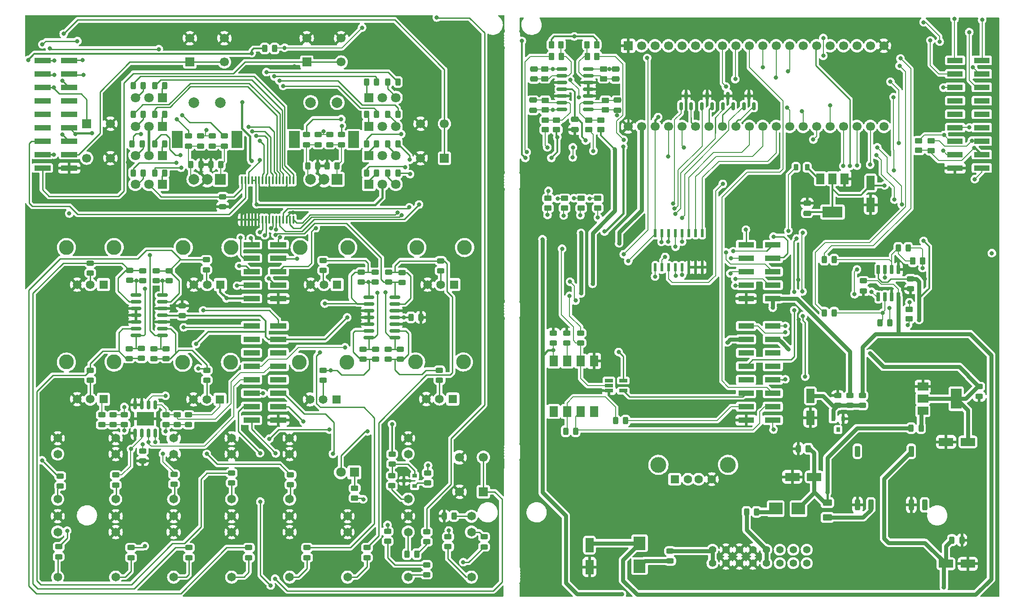
<source format=gtl>
G04 #@! TF.GenerationSoftware,KiCad,Pcbnew,(6.0.10)*
G04 #@! TF.CreationDate,2023-01-30T20:43:58+00:00*
G04 #@! TF.ProjectId,fjol-daisy,666a6f6c-2d64-4616-9973-792e6b696361,rev?*
G04 #@! TF.SameCoordinates,Original*
G04 #@! TF.FileFunction,Copper,L1,Top*
G04 #@! TF.FilePolarity,Positive*
%FSLAX46Y46*%
G04 Gerber Fmt 4.6, Leading zero omitted, Abs format (unit mm)*
G04 Created by KiCad (PCBNEW (6.0.10)) date 2023-01-30 20:43:58*
%MOMM*%
%LPD*%
G01*
G04 APERTURE LIST*
G04 Aperture macros list*
%AMRoundRect*
0 Rectangle with rounded corners*
0 $1 Rounding radius*
0 $2 $3 $4 $5 $6 $7 $8 $9 X,Y pos of 4 corners*
0 Add a 4 corners polygon primitive as box body*
4,1,4,$2,$3,$4,$5,$6,$7,$8,$9,$2,$3,0*
0 Add four circle primitives for the rounded corners*
1,1,$1+$1,$2,$3*
1,1,$1+$1,$4,$5*
1,1,$1+$1,$6,$7*
1,1,$1+$1,$8,$9*
0 Add four rect primitives between the rounded corners*
20,1,$1+$1,$2,$3,$4,$5,0*
20,1,$1+$1,$4,$5,$6,$7,0*
20,1,$1+$1,$6,$7,$8,$9,0*
20,1,$1+$1,$8,$9,$2,$3,0*%
G04 Aperture macros list end*
G04 #@! TA.AperFunction,SMDPad,CuDef*
%ADD10RoundRect,0.250000X0.625000X-0.375000X0.625000X0.375000X-0.625000X0.375000X-0.625000X-0.375000X0*%
G04 #@! TD*
G04 #@! TA.AperFunction,SMDPad,CuDef*
%ADD11RoundRect,0.243750X0.243750X0.456250X-0.243750X0.456250X-0.243750X-0.456250X0.243750X-0.456250X0*%
G04 #@! TD*
G04 #@! TA.AperFunction,SMDPad,CuDef*
%ADD12RoundRect,0.150000X0.150000X-0.725000X0.150000X0.725000X-0.150000X0.725000X-0.150000X-0.725000X0*%
G04 #@! TD*
G04 #@! TA.AperFunction,SMDPad,CuDef*
%ADD13RoundRect,0.137500X0.137500X-0.662500X0.137500X0.662500X-0.137500X0.662500X-0.137500X-0.662500X0*%
G04 #@! TD*
G04 #@! TA.AperFunction,SMDPad,CuDef*
%ADD14RoundRect,0.150000X0.825000X0.150000X-0.825000X0.150000X-0.825000X-0.150000X0.825000X-0.150000X0*%
G04 #@! TD*
G04 #@! TA.AperFunction,SMDPad,CuDef*
%ADD15RoundRect,0.243750X-0.456250X0.243750X-0.456250X-0.243750X0.456250X-0.243750X0.456250X0.243750X0*%
G04 #@! TD*
G04 #@! TA.AperFunction,SMDPad,CuDef*
%ADD16RoundRect,0.250000X1.137500X0.550000X-1.137500X0.550000X-1.137500X-0.550000X1.137500X-0.550000X0*%
G04 #@! TD*
G04 #@! TA.AperFunction,SMDPad,CuDef*
%ADD17RoundRect,0.243750X0.456250X-0.243750X0.456250X0.243750X-0.456250X0.243750X-0.456250X-0.243750X0*%
G04 #@! TD*
G04 #@! TA.AperFunction,SMDPad,CuDef*
%ADD18RoundRect,0.250000X0.550000X-1.137500X0.550000X1.137500X-0.550000X1.137500X-0.550000X-1.137500X0*%
G04 #@! TD*
G04 #@! TA.AperFunction,SMDPad,CuDef*
%ADD19RoundRect,0.243750X-0.243750X-0.456250X0.243750X-0.456250X0.243750X0.456250X-0.243750X0.456250X0*%
G04 #@! TD*
G04 #@! TA.AperFunction,SMDPad,CuDef*
%ADD20RoundRect,0.250000X-0.550000X1.137500X-0.550000X-1.137500X0.550000X-1.137500X0.550000X1.137500X0*%
G04 #@! TD*
G04 #@! TA.AperFunction,SMDPad,CuDef*
%ADD21R,2.500000X2.300000*%
G04 #@! TD*
G04 #@! TA.AperFunction,SMDPad,CuDef*
%ADD22R,2.300000X2.500000*%
G04 #@! TD*
G04 #@! TA.AperFunction,SMDPad,CuDef*
%ADD23R,1.560000X0.650000*%
G04 #@! TD*
G04 #@! TA.AperFunction,SMDPad,CuDef*
%ADD24R,3.150000X1.000000*%
G04 #@! TD*
G04 #@! TA.AperFunction,SMDPad,CuDef*
%ADD25R,3.000000X1.000000*%
G04 #@! TD*
G04 #@! TA.AperFunction,SMDPad,CuDef*
%ADD26R,0.900000X0.800000*%
G04 #@! TD*
G04 #@! TA.AperFunction,SMDPad,CuDef*
%ADD27R,1.500000X2.000000*%
G04 #@! TD*
G04 #@! TA.AperFunction,SMDPad,CuDef*
%ADD28R,3.800000X2.000000*%
G04 #@! TD*
G04 #@! TA.AperFunction,SMDPad,CuDef*
%ADD29R,2.000000X1.500000*%
G04 #@! TD*
G04 #@! TA.AperFunction,SMDPad,CuDef*
%ADD30R,2.000000X3.800000*%
G04 #@! TD*
G04 #@! TA.AperFunction,SMDPad,CuDef*
%ADD31R,1.600000X2.000000*%
G04 #@! TD*
G04 #@! TA.AperFunction,SMDPad,CuDef*
%ADD32R,0.800000X0.900000*%
G04 #@! TD*
G04 #@! TA.AperFunction,SMDPad,CuDef*
%ADD33RoundRect,0.250000X-1.137500X-0.550000X1.137500X-0.550000X1.137500X0.550000X-1.137500X0.550000X0*%
G04 #@! TD*
G04 #@! TA.AperFunction,SMDPad,CuDef*
%ADD34RoundRect,0.100000X0.100000X-0.637500X0.100000X0.637500X-0.100000X0.637500X-0.100000X-0.637500X0*%
G04 #@! TD*
G04 #@! TA.AperFunction,SMDPad,CuDef*
%ADD35RoundRect,0.150000X-0.150000X0.662500X-0.150000X-0.662500X0.150000X-0.662500X0.150000X0.662500X0*%
G04 #@! TD*
G04 #@! TA.AperFunction,SMDPad,CuDef*
%ADD36R,3.200000X2.514000*%
G04 #@! TD*
G04 #@! TA.AperFunction,SMDPad,CuDef*
%ADD37RoundRect,0.250000X0.450000X-0.262500X0.450000X0.262500X-0.450000X0.262500X-0.450000X-0.262500X0*%
G04 #@! TD*
G04 #@! TA.AperFunction,SMDPad,CuDef*
%ADD38RoundRect,0.150000X0.150000X-0.587500X0.150000X0.587500X-0.150000X0.587500X-0.150000X-0.587500X0*%
G04 #@! TD*
G04 #@! TA.AperFunction,SMDPad,CuDef*
%ADD39RoundRect,0.250000X-0.450000X0.262500X-0.450000X-0.262500X0.450000X-0.262500X0.450000X0.262500X0*%
G04 #@! TD*
G04 #@! TA.AperFunction,SMDPad,CuDef*
%ADD40RoundRect,0.250000X-0.262500X-0.450000X0.262500X-0.450000X0.262500X0.450000X-0.262500X0.450000X0*%
G04 #@! TD*
G04 #@! TA.AperFunction,SMDPad,CuDef*
%ADD41RoundRect,0.250000X0.475000X-0.250000X0.475000X0.250000X-0.475000X0.250000X-0.475000X-0.250000X0*%
G04 #@! TD*
G04 #@! TA.AperFunction,SMDPad,CuDef*
%ADD42RoundRect,0.250000X0.250000X-0.800000X0.250000X0.800000X-0.250000X0.800000X-0.250000X-0.800000X0*%
G04 #@! TD*
G04 #@! TA.AperFunction,SMDPad,CuDef*
%ADD43RoundRect,0.218750X0.218750X0.381250X-0.218750X0.381250X-0.218750X-0.381250X0.218750X-0.381250X0*%
G04 #@! TD*
G04 #@! TA.AperFunction,SMDPad,CuDef*
%ADD44RoundRect,0.250000X-0.475000X0.250000X-0.475000X-0.250000X0.475000X-0.250000X0.475000X0.250000X0*%
G04 #@! TD*
G04 #@! TA.AperFunction,SMDPad,CuDef*
%ADD45RoundRect,0.150000X-0.825000X-0.150000X0.825000X-0.150000X0.825000X0.150000X-0.825000X0.150000X0*%
G04 #@! TD*
G04 #@! TA.AperFunction,SMDPad,CuDef*
%ADD46RoundRect,0.250000X0.262500X0.450000X-0.262500X0.450000X-0.262500X-0.450000X0.262500X-0.450000X0*%
G04 #@! TD*
G04 #@! TA.AperFunction,ComponentPad*
%ADD47C,1.650000*%
G04 #@! TD*
G04 #@! TA.AperFunction,ComponentPad*
%ADD48R,1.650000X1.650000*%
G04 #@! TD*
G04 #@! TA.AperFunction,ComponentPad*
%ADD49C,2.794000*%
G04 #@! TD*
G04 #@! TA.AperFunction,ComponentPad*
%ADD50R,1.700000X1.700000*%
G04 #@! TD*
G04 #@! TA.AperFunction,ComponentPad*
%ADD51C,1.700000*%
G04 #@! TD*
G04 #@! TA.AperFunction,ComponentPad*
%ADD52C,1.422400*%
G04 #@! TD*
G04 #@! TA.AperFunction,ComponentPad*
%ADD53R,2.000000X2.000000*%
G04 #@! TD*
G04 #@! TA.AperFunction,ComponentPad*
%ADD54C,2.000000*%
G04 #@! TD*
G04 #@! TA.AperFunction,ComponentPad*
%ADD55R,2.000000X3.200000*%
G04 #@! TD*
G04 #@! TA.AperFunction,ComponentPad*
%ADD56R,1.800000X1.800000*%
G04 #@! TD*
G04 #@! TA.AperFunction,ComponentPad*
%ADD57C,1.800000*%
G04 #@! TD*
G04 #@! TA.AperFunction,ComponentPad*
%ADD58R,1.600000X1.500000*%
G04 #@! TD*
G04 #@! TA.AperFunction,ComponentPad*
%ADD59C,1.600000*%
G04 #@! TD*
G04 #@! TA.AperFunction,ComponentPad*
%ADD60C,3.000000*%
G04 #@! TD*
G04 #@! TA.AperFunction,ViaPad*
%ADD61C,0.800000*%
G04 #@! TD*
G04 #@! TA.AperFunction,Conductor*
%ADD62C,0.203200*%
G04 #@! TD*
G04 #@! TA.AperFunction,Conductor*
%ADD63C,0.406400*%
G04 #@! TD*
G04 #@! TA.AperFunction,Conductor*
%ADD64C,0.762000*%
G04 #@! TD*
G04 #@! TA.AperFunction,Conductor*
%ADD65C,0.250000*%
G04 #@! TD*
G04 #@! TA.AperFunction,Conductor*
%ADD66C,0.304800*%
G04 #@! TD*
G04 #@! TA.AperFunction,Conductor*
%ADD67C,0.254000*%
G04 #@! TD*
G04 #@! TA.AperFunction,Conductor*
%ADD68C,0.508000*%
G04 #@! TD*
G04 #@! TA.AperFunction,Conductor*
%ADD69C,0.200000*%
G04 #@! TD*
G04 APERTURE END LIST*
D10*
X243370100Y-146088100D03*
X243370100Y-143288100D03*
D11*
X261061200Y-129235200D03*
X259186200Y-129235200D03*
D12*
X252984000Y-104429000D03*
X254254000Y-104429000D03*
X255524000Y-104429000D03*
X256794000Y-104429000D03*
X256794000Y-99279000D03*
X255524000Y-99279000D03*
X254254000Y-99279000D03*
X252984000Y-99279000D03*
D13*
X210905000Y-98875000D03*
X212175000Y-98875000D03*
X213445000Y-98875000D03*
X214715000Y-98875000D03*
X215985000Y-98875000D03*
X217255000Y-98875000D03*
X218525000Y-98875000D03*
X219795000Y-98875000D03*
X219795000Y-92375000D03*
X218525000Y-92375000D03*
X217255000Y-92375000D03*
X215985000Y-92375000D03*
X214715000Y-92375000D03*
X213445000Y-92375000D03*
X212175000Y-92375000D03*
X210905000Y-92375000D03*
D14*
X161776838Y-112111780D03*
X161776838Y-110841780D03*
X161776838Y-109571780D03*
X161776838Y-108301780D03*
X161776838Y-107031780D03*
X161776838Y-105761780D03*
X161776838Y-104491780D03*
X156826838Y-104491780D03*
X156826838Y-105761780D03*
X156826838Y-107031780D03*
X156826838Y-108301780D03*
X156826838Y-109571780D03*
X156826838Y-110841780D03*
X156826838Y-112111780D03*
D15*
X272034000Y-121388900D03*
X272034000Y-123263900D03*
D16*
X269905500Y-131826000D03*
X265780500Y-131826000D03*
D17*
X245322000Y-124951500D03*
X245322000Y-123076500D03*
D16*
X240887500Y-138425000D03*
X236762500Y-138425000D03*
D18*
X198500000Y-155450000D03*
X198500000Y-151325000D03*
D15*
X108613438Y-126721180D03*
X108613438Y-128596180D03*
X120725938Y-126708680D03*
X120725938Y-128583680D03*
X259080000Y-101043500D03*
X259080000Y-102918500D03*
D17*
X250190000Y-103299500D03*
X250190000Y-101424500D03*
D11*
X239787500Y-133100000D03*
X237912500Y-133100000D03*
X255137500Y-109325000D03*
X253262500Y-109325000D03*
D15*
X116299638Y-114245379D03*
X116299638Y-116120379D03*
X113962838Y-114194580D03*
X113962838Y-116069580D03*
D17*
X158023372Y-101659313D03*
X158023372Y-99784313D03*
X114216838Y-101356046D03*
X114216838Y-99481046D03*
D15*
X121688438Y-106121180D03*
X121688438Y-107996180D03*
D11*
X166663438Y-108296180D03*
X164788438Y-108296180D03*
D15*
X158124972Y-114296180D03*
X158124972Y-116171180D03*
X160478705Y-114351578D03*
X160478705Y-116226578D03*
D17*
X160580305Y-101676246D03*
X160580305Y-99801246D03*
X119195238Y-101374512D03*
X119195238Y-99499512D03*
D19*
X171064338Y-145830280D03*
X172939338Y-145830280D03*
D20*
X251550000Y-82937500D03*
X251550000Y-87062500D03*
D15*
X129286000Y-85524100D03*
X129286000Y-87399100D03*
D19*
X194007500Y-129794000D03*
X195882500Y-129794000D03*
D21*
X237925000Y-144425000D03*
X233625000Y-144425000D03*
D22*
X207937100Y-155277600D03*
X207937100Y-150977600D03*
D23*
X202175000Y-120250000D03*
X202175000Y-121200000D03*
X202175000Y-122150000D03*
X204875000Y-122150000D03*
X204875000Y-120250000D03*
D24*
X134730589Y-94591180D03*
X139780589Y-94591180D03*
X134730589Y-97131180D03*
X139780589Y-97131180D03*
X134730589Y-99671180D03*
X139780589Y-99671180D03*
X134730589Y-102211180D03*
X139780589Y-102211180D03*
X134730589Y-104751180D03*
X139780589Y-104751180D03*
D25*
X233078100Y-94595000D03*
X228038100Y-94595000D03*
X233078100Y-97135000D03*
X228038100Y-97135000D03*
X233078100Y-99675000D03*
X228038100Y-99675000D03*
X233078100Y-102215000D03*
X228038100Y-102215000D03*
X233078100Y-104755000D03*
X228038100Y-104755000D03*
D11*
X230012500Y-145050000D03*
X228137500Y-145050000D03*
D17*
X213715600Y-154313100D03*
X213715600Y-152438100D03*
D19*
X137200938Y-57546180D03*
X139075938Y-57546180D03*
D15*
X171811338Y-149733780D03*
X171811338Y-151608780D03*
D17*
X178605838Y-151642280D03*
X178605838Y-149767280D03*
D15*
X167760038Y-155037780D03*
X167760038Y-156912780D03*
D11*
X165905000Y-153030000D03*
X164030000Y-153030000D03*
D26*
X165488438Y-140121180D03*
X165488438Y-138221180D03*
X163488438Y-139171180D03*
D19*
X203430900Y-127812800D03*
X205305900Y-127812800D03*
D15*
X194221100Y-111290100D03*
X194221100Y-113165100D03*
D17*
X196824600Y-113131600D03*
X196824600Y-111256600D03*
D15*
X249986800Y-123065300D03*
X249986800Y-124940300D03*
D19*
X242775500Y-97409000D03*
X244650500Y-97409000D03*
D15*
X126273372Y-118286280D03*
X126273372Y-120161280D03*
X130988438Y-137708680D03*
X130988438Y-139583680D03*
X104310838Y-118286280D03*
X104310838Y-120161280D03*
X142088438Y-138046180D03*
X142088438Y-139921180D03*
X148238438Y-97596180D03*
X148238438Y-99471180D03*
X145204838Y-151799280D03*
X145204838Y-153674280D03*
X104310838Y-98046180D03*
X104310838Y-99921180D03*
X122916338Y-151799280D03*
X122916338Y-153674280D03*
X118636438Y-114228446D03*
X118636438Y-116103446D03*
X111626038Y-114211513D03*
X111626038Y-116086513D03*
D17*
X155466438Y-101642380D03*
X155466438Y-99767380D03*
X111727638Y-101337580D03*
X111727638Y-99462580D03*
D15*
X148235905Y-118286280D03*
X148235905Y-120161280D03*
X111994338Y-151799280D03*
X111994338Y-153674280D03*
X170198438Y-118286280D03*
X170198438Y-120161280D03*
X170413438Y-97621180D03*
X170413438Y-99496180D03*
X156507838Y-151799280D03*
X156507838Y-153674280D03*
X126188438Y-97446180D03*
X126188438Y-99321180D03*
X134219338Y-151799280D03*
X134219338Y-153674280D03*
X155771238Y-114314646D03*
X155771238Y-116189646D03*
X162832438Y-114333112D03*
X162832438Y-116208112D03*
D17*
X163137238Y-101693179D03*
X163137238Y-99818179D03*
X116706038Y-101392978D03*
X116706038Y-99517978D03*
D19*
X160463438Y-63846180D03*
X162338438Y-63846180D03*
X156438438Y-63846180D03*
X158313438Y-63846180D03*
D17*
X167810838Y-150689780D03*
X167810838Y-148814780D03*
X98638438Y-140146180D03*
X98638438Y-138271180D03*
X98338438Y-153496180D03*
X98338438Y-151621180D03*
D19*
X160463438Y-69946180D03*
X162338438Y-69946180D03*
X156438438Y-69946180D03*
X158313438Y-69946180D03*
D17*
X167988438Y-139571180D03*
X167988438Y-137696180D03*
X161238438Y-136021180D03*
X161238438Y-134146180D03*
D14*
X117898338Y-111730780D03*
X117898338Y-110460780D03*
X117898338Y-109190780D03*
X117898338Y-107920780D03*
X117898338Y-106650780D03*
X117898338Y-105380780D03*
X117898338Y-104110780D03*
X112948338Y-104110780D03*
X112948338Y-105380780D03*
X112948338Y-106650780D03*
X112948338Y-107920780D03*
X112948338Y-109190780D03*
X112948338Y-110460780D03*
X112948338Y-111730780D03*
D27*
X246650000Y-82125000D03*
X244350000Y-82125000D03*
D28*
X244350000Y-88425000D03*
D27*
X242050000Y-82125000D03*
D29*
X261390600Y-121372600D03*
D30*
X267690600Y-123672600D03*
D29*
X261390600Y-123672600D03*
X261390600Y-125972600D03*
D31*
X191744600Y-126093100D03*
X194284600Y-126093100D03*
X196824600Y-126093100D03*
X199364600Y-126093100D03*
X199364600Y-116553100D03*
X196824600Y-116553100D03*
X194284600Y-116553100D03*
X191744600Y-116553100D03*
D32*
X246364800Y-127473200D03*
X244464800Y-127473200D03*
X245414800Y-129473200D03*
D17*
X247650000Y-124940300D03*
X247650000Y-123065300D03*
D19*
X160463438Y-75521180D03*
X162338438Y-75521180D03*
D11*
X158313438Y-75521180D03*
X156438438Y-75521180D03*
D33*
X265755100Y-154838400D03*
X269880100Y-154838400D03*
D19*
X266880100Y-150368000D03*
X268755100Y-150368000D03*
D20*
X240172000Y-123126500D03*
X240172000Y-127251500D03*
D24*
X134730589Y-109931180D03*
X139780589Y-109931180D03*
X134730589Y-112471180D03*
X139780589Y-112471180D03*
X134730589Y-115011180D03*
X139780589Y-115011180D03*
X134730589Y-117551180D03*
X139780589Y-117551180D03*
X134730589Y-120091180D03*
X139780589Y-120091180D03*
X134730589Y-122631180D03*
X139780589Y-122631180D03*
X134730589Y-125171180D03*
X139780589Y-125171180D03*
X134730589Y-127711180D03*
X139780589Y-127711180D03*
D25*
X233078100Y-109935000D03*
X228038100Y-109935000D03*
X233078100Y-112475000D03*
X228038100Y-112475000D03*
X233078100Y-115015000D03*
X228038100Y-115015000D03*
X233078100Y-117555000D03*
X228038100Y-117555000D03*
X233078100Y-120095000D03*
X228038100Y-120095000D03*
X233078100Y-122635000D03*
X228038100Y-122635000D03*
X233078100Y-125175000D03*
X228038100Y-125175000D03*
X233078100Y-127715000D03*
X228038100Y-127715000D03*
D24*
X100338838Y-80107780D03*
X95288838Y-80107780D03*
X100338838Y-77567780D03*
X95288838Y-77567780D03*
X100338838Y-75027780D03*
X95288838Y-75027780D03*
X100338838Y-72487780D03*
X95288838Y-72487780D03*
X100338838Y-69947780D03*
X95288838Y-69947780D03*
X100338838Y-67407780D03*
X95288838Y-67407780D03*
X100338838Y-64867780D03*
X95288838Y-64867780D03*
X100338838Y-62327780D03*
X95288838Y-62327780D03*
X100338838Y-59787780D03*
X95288838Y-59787780D03*
D25*
X267476600Y-80111600D03*
X272516600Y-80111600D03*
X267476600Y-77571600D03*
X272516600Y-77571600D03*
X267476600Y-75031600D03*
X272516600Y-75031600D03*
X267476600Y-72491600D03*
X272516600Y-72491600D03*
X267476600Y-69951600D03*
X272516600Y-69951600D03*
X267476600Y-67411600D03*
X272516600Y-67411600D03*
X267476600Y-64871600D03*
X272516600Y-64871600D03*
X267476600Y-62331600D03*
X272516600Y-62331600D03*
X267476600Y-59791600D03*
X272516600Y-59791600D03*
D17*
X161213438Y-140096180D03*
X161213438Y-138221180D03*
X160394038Y-150613580D03*
X160394038Y-148738580D03*
X191681100Y-113131600D03*
X191681100Y-111256600D03*
D19*
X242775500Y-107442000D03*
X244650500Y-107442000D03*
D11*
X258637500Y-95200000D03*
X256762500Y-95200000D03*
D19*
X148963438Y-79746180D03*
X150838438Y-79746180D03*
D11*
X147188438Y-79746180D03*
X145313438Y-79746180D03*
D19*
X127063438Y-79496180D03*
X128938438Y-79496180D03*
D11*
X125163438Y-79496180D03*
X123288438Y-79496180D03*
D17*
X151688438Y-75696180D03*
X151688438Y-73821180D03*
X149488438Y-75696180D03*
X149488438Y-73821180D03*
X147288438Y-75696180D03*
X147288438Y-73821180D03*
D15*
X145088438Y-73821180D03*
X145088438Y-75696180D03*
D17*
X129588438Y-75946180D03*
X129588438Y-74071180D03*
X127338438Y-75946180D03*
X127338438Y-74071180D03*
X125088438Y-75946180D03*
X125088438Y-74071180D03*
D15*
X122838438Y-74071180D03*
X122838438Y-75946180D03*
D19*
X160463438Y-81046180D03*
X162338438Y-81046180D03*
D11*
X158313438Y-81046180D03*
X156438438Y-81046180D03*
D17*
X106463438Y-128596180D03*
X106463438Y-126721180D03*
D15*
X109113438Y-138083680D03*
X109113438Y-139958680D03*
D17*
X122863438Y-128583680D03*
X122863438Y-126708680D03*
D15*
X120100938Y-137933680D03*
X120100938Y-139808680D03*
X110763438Y-126721180D03*
X110763438Y-128596180D03*
X118588438Y-126708680D03*
X118588438Y-128583680D03*
D11*
X114263438Y-64571180D03*
X112388438Y-64571180D03*
X118363438Y-64571180D03*
X116488438Y-64571180D03*
X114263438Y-69946180D03*
X112388438Y-69946180D03*
X118363438Y-69946180D03*
X116488438Y-69946180D03*
X114069100Y-75590400D03*
X112194100Y-75590400D03*
X118363438Y-75521180D03*
X116488438Y-75521180D03*
X114263438Y-81046180D03*
X112388438Y-81046180D03*
X118363438Y-81046180D03*
X116488438Y-81046180D03*
D34*
X132894600Y-89869300D03*
X133544600Y-89869300D03*
X134194600Y-89869300D03*
X134844600Y-89869300D03*
X135494600Y-89869300D03*
X136144600Y-89869300D03*
X136794600Y-89869300D03*
X137444600Y-89869300D03*
X138094600Y-89869300D03*
X138744600Y-89869300D03*
X139394600Y-89869300D03*
X140044600Y-89869300D03*
X140694600Y-89869300D03*
X141344600Y-89869300D03*
X141994600Y-89869300D03*
X142644600Y-89869300D03*
X142644600Y-82444300D03*
X141994600Y-82444300D03*
X141344600Y-82444300D03*
X140694600Y-82444300D03*
X140044600Y-82444300D03*
X139394600Y-82444300D03*
X138744600Y-82444300D03*
X138094600Y-82444300D03*
X137444600Y-82444300D03*
X136794600Y-82444300D03*
X136144600Y-82444300D03*
X135494600Y-82444300D03*
X134844600Y-82444300D03*
X134194600Y-82444300D03*
X133544600Y-82444300D03*
X132894600Y-82444300D03*
D17*
X114188438Y-135396180D03*
X114188438Y-133521180D03*
D35*
X116568438Y-124858680D03*
X115298438Y-124858680D03*
X114028438Y-124858680D03*
X112758438Y-124858680D03*
X112758438Y-130133680D03*
X114028438Y-130133680D03*
X115298438Y-130133680D03*
X116568438Y-130133680D03*
D36*
X114663438Y-127496180D03*
D37*
X262925000Y-76812500D03*
X262925000Y-74987500D03*
D38*
X219725000Y-68412500D03*
X221625000Y-68412500D03*
X220675000Y-66537500D03*
D39*
X190075000Y-61417500D03*
X190075000Y-63242500D03*
D40*
X198025000Y-56825000D03*
X199850000Y-56825000D03*
X259512500Y-97700000D03*
X261337500Y-97700000D03*
D37*
X201525000Y-69142500D03*
X201525000Y-67317500D03*
D39*
X190175000Y-71062500D03*
X190175000Y-72887500D03*
X200600000Y-71062500D03*
X200600000Y-72887500D03*
X198325000Y-71062500D03*
X198325000Y-72887500D03*
D37*
X258800000Y-108587500D03*
X258800000Y-106762500D03*
D39*
X193808333Y-85837500D03*
X193808333Y-87662500D03*
D37*
X190125000Y-69142500D03*
X190125000Y-67317500D03*
D39*
X190675000Y-85837500D03*
X190675000Y-87662500D03*
D41*
X187850000Y-69200000D03*
X187850000Y-67300000D03*
X195725000Y-72825000D03*
X195725000Y-70925000D03*
D40*
X198087500Y-59025000D03*
X199912500Y-59025000D03*
D38*
X215775000Y-68412500D03*
X217675000Y-68412500D03*
X216725000Y-66537500D03*
D39*
X196941666Y-85837500D03*
X196941666Y-87662500D03*
D41*
X203750000Y-69200000D03*
X203750000Y-67300000D03*
D37*
X154200000Y-142405000D03*
X154200000Y-140580000D03*
D39*
X260625000Y-74962500D03*
X260625000Y-76787500D03*
D42*
X249047000Y-143713200D03*
X251587000Y-143713200D03*
X259207000Y-143713200D03*
X261747000Y-143713200D03*
X259207000Y-133613200D03*
X249047000Y-133613200D03*
D39*
X200075000Y-85837500D03*
X200075000Y-87662500D03*
X201150000Y-61417500D03*
X201150000Y-63242500D03*
D43*
X239562500Y-79975000D03*
X237437500Y-79975000D03*
D44*
X203425000Y-61400000D03*
X203425000Y-63300000D03*
D41*
X239550000Y-88650000D03*
X239550000Y-86750000D03*
D45*
X193300000Y-61415000D03*
X193300000Y-62685000D03*
X193300000Y-63955000D03*
X193300000Y-65225000D03*
X193300000Y-66495000D03*
X193300000Y-67765000D03*
X193300000Y-69035000D03*
X198250000Y-69035000D03*
X198250000Y-67765000D03*
X198250000Y-66495000D03*
X198250000Y-65225000D03*
X198250000Y-63955000D03*
X198250000Y-62685000D03*
X198250000Y-61415000D03*
D38*
X223675000Y-68412500D03*
X225575000Y-68412500D03*
X224625000Y-66537500D03*
X227625000Y-68412500D03*
X229525000Y-68412500D03*
X228575000Y-66537500D03*
D46*
X193187500Y-59025000D03*
X191362500Y-59025000D03*
X193137500Y-56825000D03*
X191312500Y-56825000D03*
D39*
X192300000Y-71062500D03*
X192300000Y-72887500D03*
D44*
X188025000Y-61400000D03*
X188025000Y-63300000D03*
D47*
X141912082Y-157358929D03*
X141912082Y-148858929D03*
X141912082Y-145858929D03*
X109100602Y-157358929D03*
X109100602Y-148858929D03*
X109100602Y-145858929D03*
X152849242Y-157358929D03*
X152849242Y-148858929D03*
X152849242Y-145858929D03*
X120037762Y-157358929D03*
X120037762Y-148858929D03*
X120037762Y-145858929D03*
X130974922Y-157358929D03*
X130974922Y-148858929D03*
X130974922Y-145858929D03*
X98163438Y-142626929D03*
X98163438Y-134126929D03*
X98163438Y-131126929D03*
X164286402Y-142626929D03*
X164286402Y-134126929D03*
X164286402Y-131126929D03*
X98163438Y-157346180D03*
X98163438Y-148846180D03*
X98163438Y-145846180D03*
X130974922Y-142626929D03*
X130974922Y-134126929D03*
X130974922Y-131126929D03*
X141912082Y-142626929D03*
X141912082Y-134126929D03*
X141912082Y-131126929D03*
D48*
X172700338Y-123732280D03*
D47*
X170200338Y-123732280D03*
X167700338Y-123732280D03*
D49*
X174700338Y-116732280D03*
X165700338Y-116732280D03*
D48*
X128768338Y-123795780D03*
D47*
X126268338Y-123795780D03*
X123768338Y-123795780D03*
D49*
X130768338Y-116795780D03*
X121768338Y-116795780D03*
D48*
X150734338Y-123795780D03*
D47*
X148234338Y-123795780D03*
X145734338Y-123795780D03*
D49*
X152734338Y-116795780D03*
X143734338Y-116795780D03*
D50*
X178473562Y-141246180D03*
D51*
X178473562Y-134746180D03*
X173973562Y-141246180D03*
X173973562Y-134746180D03*
D48*
X106802338Y-123747280D03*
D47*
X104302338Y-123747280D03*
X101802338Y-123747280D03*
D49*
X108802338Y-116747280D03*
X99802338Y-116747280D03*
D47*
X176223562Y-157358929D03*
X176223562Y-148858929D03*
X176223562Y-145858929D03*
X164286402Y-157358929D03*
X164286402Y-148858929D03*
X164286402Y-145858929D03*
D52*
X221698404Y-152196800D03*
X221698404Y-154736800D03*
X224238404Y-152196800D03*
X224238404Y-154736800D03*
X226778404Y-152196800D03*
X226778404Y-154736800D03*
X229318404Y-152196800D03*
X229318404Y-154736800D03*
X231858404Y-152196800D03*
X231858404Y-154736800D03*
X234398404Y-152196800D03*
X234398404Y-154736800D03*
X236938404Y-152196800D03*
X236938404Y-154736800D03*
X239478404Y-152196800D03*
X239478404Y-154736800D03*
D50*
X123103372Y-60096180D03*
D51*
X129603372Y-60096180D03*
X123103372Y-55596180D03*
X129603372Y-55596180D03*
D53*
X150895905Y-82246180D03*
D54*
X145895905Y-82246180D03*
X148395905Y-82246180D03*
D55*
X153995905Y-74746180D03*
X142795905Y-74746180D03*
D54*
X145895905Y-67746180D03*
X150895905Y-67746180D03*
D53*
X128853372Y-82246180D03*
D54*
X123853372Y-82246180D03*
X126353372Y-82246180D03*
D55*
X120753372Y-74746180D03*
X131953372Y-74746180D03*
D54*
X123853372Y-67746180D03*
X128853372Y-67746180D03*
D47*
X120037762Y-142626929D03*
X120037762Y-134126929D03*
X120037762Y-131126929D03*
X109100602Y-142626929D03*
X109100602Y-134126929D03*
X109100602Y-131126929D03*
D56*
X156867172Y-66821180D03*
D57*
X159407172Y-66821180D03*
X161947172Y-66821180D03*
D56*
X156867172Y-72271180D03*
D57*
X159407172Y-72271180D03*
X161947172Y-72271180D03*
D56*
X156867172Y-77721180D03*
D57*
X159407172Y-77721180D03*
X161947172Y-77721180D03*
D56*
X156867172Y-83171180D03*
D57*
X159407172Y-83171180D03*
X161947172Y-83171180D03*
D56*
X117882105Y-66821180D03*
D57*
X115342105Y-66821180D03*
X112802105Y-66821180D03*
D56*
X117882105Y-72271180D03*
D57*
X115342105Y-72271180D03*
X112802105Y-72271180D03*
D56*
X117882105Y-77721180D03*
D57*
X115342105Y-77721180D03*
X112802105Y-77721180D03*
D56*
X117882105Y-83171180D03*
D57*
X115342105Y-83171180D03*
X112802105Y-83171180D03*
D50*
X145145905Y-60096180D03*
D51*
X151645905Y-60096180D03*
X145145905Y-55596180D03*
X151645905Y-55596180D03*
D48*
X128853373Y-102133480D03*
D47*
X126353373Y-102133480D03*
X123853373Y-102133480D03*
D49*
X130853373Y-95133480D03*
X121853373Y-95133480D03*
D48*
X150895905Y-102133480D03*
D47*
X148395905Y-102133480D03*
X145895905Y-102133480D03*
D49*
X152895905Y-95133480D03*
X143895905Y-95133480D03*
D48*
X106810838Y-102133480D03*
D47*
X104310838Y-102133480D03*
X101810838Y-102133480D03*
D49*
X108810838Y-95133480D03*
X99810838Y-95133480D03*
D48*
X172938438Y-102133480D03*
D47*
X170438438Y-102133480D03*
X167938438Y-102133480D03*
D49*
X174938438Y-95133480D03*
X165938438Y-95133480D03*
D50*
X205775000Y-57022500D03*
D51*
X208315000Y-57022500D03*
X210855000Y-57022500D03*
X213395000Y-57022500D03*
X215935000Y-57022500D03*
X218475000Y-57022500D03*
X221015000Y-57022500D03*
X223555000Y-57022500D03*
X226095000Y-57022500D03*
X228635000Y-57022500D03*
X231175000Y-57022500D03*
X233715000Y-57022500D03*
X236255000Y-57022500D03*
X238795000Y-57022500D03*
X241335000Y-57022500D03*
X243875000Y-57022500D03*
X246415000Y-57022500D03*
X248955000Y-57022500D03*
X251495000Y-57022500D03*
X254035000Y-57022500D03*
X254035000Y-72262500D03*
X251495000Y-72262500D03*
X248955000Y-72262500D03*
X246415000Y-72262500D03*
X243875000Y-72262500D03*
X241335000Y-72262500D03*
X238795000Y-72262500D03*
X236255000Y-72262500D03*
X233715000Y-72262500D03*
X231175000Y-72262500D03*
X228635000Y-72262500D03*
X226095000Y-72262500D03*
X223555000Y-72262500D03*
X221015000Y-72262500D03*
X218475000Y-72262500D03*
X215935000Y-72262500D03*
X213395000Y-72262500D03*
X210855000Y-72262500D03*
X208315000Y-72262500D03*
X205775000Y-72262500D03*
D58*
X214570000Y-138880000D03*
D59*
X217070000Y-138880000D03*
X219070000Y-138880000D03*
X221570000Y-138880000D03*
D60*
X211500000Y-136170000D03*
X224640000Y-136170000D03*
D56*
X154124242Y-137575000D03*
D57*
X151584242Y-137575000D03*
D50*
X171132077Y-78246180D03*
D51*
X171132077Y-71746180D03*
X166632077Y-78246180D03*
X166632077Y-71746180D03*
D50*
X103617200Y-71746180D03*
D51*
X103617200Y-78246180D03*
X108117200Y-71746180D03*
X108117200Y-78246180D03*
D61*
X274421600Y-96189800D03*
X225075000Y-100000000D03*
X214750000Y-100425000D03*
X212100000Y-94075000D03*
X228000000Y-91750000D03*
X215975000Y-94025000D03*
X225600000Y-95825000D03*
X271075000Y-76325000D03*
X211437500Y-70487500D03*
X205800000Y-97675000D03*
X194750000Y-104250000D03*
X235458000Y-109931200D03*
X251725000Y-103475000D03*
X258875000Y-105450000D03*
X255050000Y-106550000D03*
X261325000Y-99000000D03*
X235458000Y-111150400D03*
X254254000Y-100787200D03*
X248513600Y-103936800D03*
X248970800Y-99263200D03*
X236025000Y-91950000D03*
X261525000Y-93875000D03*
X240875000Y-141425000D03*
X260705600Y-108813600D03*
X243370100Y-141338300D03*
X236045900Y-114329100D03*
X140730000Y-54550000D03*
X107416600Y-81813400D03*
X142870000Y-58980000D03*
X142525000Y-88475000D03*
X111429800Y-79019400D03*
X138310000Y-59260000D03*
X111430000Y-86130000D03*
X141375000Y-85950000D03*
X137051438Y-128901180D03*
X142850000Y-60930000D03*
X142790000Y-55660000D03*
X107975400Y-68935600D03*
X120050000Y-109275000D03*
X113988438Y-126796180D03*
X140226438Y-131441180D03*
X115438438Y-126796180D03*
X108940600Y-80086200D03*
X110738438Y-125221180D03*
X115334438Y-131822180D03*
X129988438Y-104721180D03*
X224485200Y-113030000D03*
X196900000Y-103775000D03*
X201325000Y-92100000D03*
X197775000Y-74900000D03*
X196900000Y-92353600D03*
X204875000Y-76050000D03*
X251409200Y-115112800D03*
X204000000Y-114850000D03*
X191681100Y-114515900D03*
X189636400Y-93563600D03*
X204622400Y-160578800D03*
X265362500Y-159287500D03*
X204100000Y-94325000D03*
X148538438Y-105696180D03*
X147638438Y-114896180D03*
X247625000Y-79700000D03*
X193325000Y-95350000D03*
X95188438Y-135296180D03*
X121938438Y-110196180D03*
X125588438Y-106996180D03*
X99938438Y-148596180D03*
X138338438Y-158946180D03*
X136388438Y-143096180D03*
X171938438Y-148546180D03*
X136338438Y-133946180D03*
X144538438Y-127996180D03*
X174688438Y-154546180D03*
X92601438Y-59686180D03*
X97427438Y-77593180D03*
X134765438Y-78736180D03*
X134765438Y-58416180D03*
X132987438Y-67687180D03*
X155593438Y-53590180D03*
X148354438Y-73148180D03*
X140988438Y-57400180D03*
X169690438Y-51685180D03*
X126184938Y-72949680D03*
X257000000Y-60800000D03*
X257175000Y-59425000D03*
X155810000Y-142680000D03*
X168038438Y-136296180D03*
X136888438Y-122646180D03*
X185750000Y-56100000D03*
X203250000Y-76575000D03*
X233075000Y-106475000D03*
X186375000Y-78200000D03*
X191300000Y-78200000D03*
X192425000Y-74300000D03*
X195625000Y-55250000D03*
X199075000Y-101975000D03*
X140113438Y-93171180D03*
X156809638Y-101642380D03*
X134563438Y-93371180D03*
X113028572Y-101356046D03*
X143313438Y-97271180D03*
X158438438Y-103646180D03*
X146838438Y-91471180D03*
X159988438Y-103596180D03*
X137988438Y-100971180D03*
X139242800Y-92710000D03*
X117960106Y-101374512D03*
X131988438Y-102321180D03*
X114213438Y-132321180D03*
X163463438Y-108346180D03*
X124238438Y-113346180D03*
X152763438Y-108321180D03*
X116588438Y-131821180D03*
X225175000Y-97125000D03*
X212775000Y-96900000D03*
X210875000Y-100600000D03*
X226025000Y-102300000D03*
X215975000Y-100300000D03*
X226025000Y-101025000D03*
X258800000Y-99300000D03*
X234594400Y-88341200D03*
X261772400Y-101041200D03*
X190575000Y-65400000D03*
X230600000Y-125100000D03*
X206925000Y-79950000D03*
X211575000Y-64175000D03*
X250342400Y-105003600D03*
X237900000Y-101225000D03*
X193300000Y-121050000D03*
X255473200Y-113842800D03*
X235575000Y-99350000D03*
X208625000Y-101700000D03*
X201250000Y-65125000D03*
X188163200Y-159461200D03*
X250225000Y-74250000D03*
X259000000Y-104250000D03*
X206075000Y-67025000D03*
X249050000Y-66550000D03*
X243789200Y-102565200D03*
X252475000Y-74250000D03*
X195825000Y-57700000D03*
X260096000Y-85775800D03*
X253175000Y-102900000D03*
X204200000Y-134130000D03*
X237950000Y-108750000D03*
X187700000Y-74050000D03*
X253350000Y-89325000D03*
X253796800Y-107442000D03*
X258575000Y-109750000D03*
X124688438Y-117946180D03*
X126288438Y-134096180D03*
X138088438Y-131246180D03*
X114588438Y-151496180D03*
X149388438Y-129496180D03*
X149648338Y-118286280D03*
X161238438Y-128486562D03*
X156580000Y-129840000D03*
X152375000Y-113975000D03*
X110738438Y-129671180D03*
X112000938Y-133158680D03*
X118513438Y-129846180D03*
X118488438Y-123121180D03*
X118013438Y-134046180D03*
X136296400Y-92252800D03*
X137538438Y-61996180D03*
X137261600Y-92811600D03*
X139038438Y-62796180D03*
X138379200Y-91490800D03*
X139988438Y-63596180D03*
X139344400Y-91694000D03*
X140688438Y-64596180D03*
X166338438Y-86996180D03*
X164566600Y-78536800D03*
X162977180Y-73696180D03*
X164500000Y-87525000D03*
X163075000Y-89025000D03*
X164638438Y-81246180D03*
X162275000Y-88475000D03*
X163688438Y-79946180D03*
X134138438Y-72346180D03*
X113888438Y-73696180D03*
X121288438Y-77696180D03*
X134838438Y-73196180D03*
X135588438Y-74046180D03*
X120538438Y-79146180D03*
X121438438Y-80046180D03*
X136288438Y-74996180D03*
X132663438Y-93271180D03*
X115513438Y-96571180D03*
X150088438Y-134096180D03*
X160388438Y-147496180D03*
X209375000Y-59325000D03*
X204962500Y-96387500D03*
X233222800Y-129489200D03*
X194825000Y-101575000D03*
X195875000Y-105150000D03*
X224225000Y-64725000D03*
X255900000Y-80525000D03*
X271200000Y-82225000D03*
X255875000Y-66725000D03*
X233225000Y-93050000D03*
X213375000Y-94025000D03*
X114613438Y-102946180D03*
X132388438Y-98596180D03*
X139188438Y-157646180D03*
X139288438Y-133996180D03*
X117239438Y-57654180D03*
X120668438Y-70862180D03*
X97554438Y-59813180D03*
X96665438Y-57527180D03*
X102888438Y-59686180D03*
X121684438Y-70100180D03*
X97554438Y-62480180D03*
X95268438Y-56765180D03*
X101872438Y-56130180D03*
X151656438Y-70862180D03*
X103015438Y-62480180D03*
X151783438Y-72132180D03*
X270154400Y-54457600D03*
X265277600Y-64922400D03*
X231225000Y-61075000D03*
X248975000Y-79645000D03*
X238775000Y-108050000D03*
X235450000Y-120000000D03*
X239200000Y-119500000D03*
X238750000Y-92350000D03*
X238675000Y-103425000D03*
X237150000Y-103475000D03*
X251450000Y-79475000D03*
X237125000Y-106975000D03*
X237575000Y-93425000D03*
X272592800Y-52120800D03*
X267360400Y-51968400D03*
X264575000Y-56244200D03*
X270850000Y-61075000D03*
X261550000Y-52575000D03*
X242625000Y-55550000D03*
X242600000Y-58900000D03*
X262825000Y-56025000D03*
X99034600Y-63601600D03*
X99288600Y-54762400D03*
X97427438Y-64893180D03*
X214725000Y-94975000D03*
X224250000Y-96025000D03*
X256875000Y-75400000D03*
X265200000Y-76825000D03*
X226000000Y-63325000D03*
X255275000Y-63825000D03*
X99078438Y-73783180D03*
X136289438Y-78609180D03*
X233680000Y-63042800D03*
X265375000Y-73875000D03*
X270650000Y-74950000D03*
X235966000Y-61849000D03*
X194875000Y-63475000D03*
X235775000Y-68725000D03*
X196500000Y-66725000D03*
X191540000Y-61415000D03*
X135675000Y-86950000D03*
X101499218Y-73685400D03*
X100338438Y-88696180D03*
X104597200Y-73507600D03*
X254175000Y-83400000D03*
X270179800Y-72466200D03*
X238575000Y-69375000D03*
X203675000Y-70150000D03*
X240725000Y-74725000D03*
X191607500Y-69142500D03*
X243875000Y-68275000D03*
X202275000Y-61400000D03*
X223650000Y-83100000D03*
X246375000Y-79725000D03*
X186650000Y-77100000D03*
X190775000Y-84425000D03*
X199225000Y-76875000D03*
X192475000Y-85925000D03*
X195350000Y-76200000D03*
X195325000Y-78100000D03*
X190550000Y-76200000D03*
X195575000Y-85800000D03*
X204925000Y-74800000D03*
X198500000Y-85875000D03*
X190575000Y-88975000D03*
X214275000Y-86825000D03*
X193625000Y-89075000D03*
X214500000Y-87775000D03*
X196775000Y-89025000D03*
X214700000Y-88800000D03*
X216000000Y-89500000D03*
X200075000Y-89475000D03*
X216300000Y-76225000D03*
X252800000Y-76200000D03*
X257425000Y-87000000D03*
X256025000Y-86075000D03*
X213350000Y-77950000D03*
X252650000Y-77675000D03*
D62*
X271075000Y-76346200D02*
X271075000Y-76325000D01*
X268696200Y-78725000D02*
X271075000Y-76346200D01*
X264400000Y-78725000D02*
X268696200Y-78725000D01*
X262925000Y-76812500D02*
X262925000Y-77250000D01*
X262925000Y-77250000D02*
X264400000Y-78725000D01*
D63*
X271270000Y-76325000D02*
X272516600Y-77571600D01*
X271075000Y-76325000D02*
X271270000Y-76325000D01*
D62*
X209500000Y-59450000D02*
X209375000Y-59325000D01*
X204962500Y-96357700D02*
X209500000Y-91820200D01*
X209500000Y-91820200D02*
X209500000Y-59450000D01*
X204962500Y-96387500D02*
X204962500Y-96357700D01*
D64*
X203250000Y-88200000D02*
X203250000Y-76575000D01*
X199075000Y-92375000D02*
X203250000Y-88200000D01*
X199075000Y-101975000D02*
X199075000Y-92375000D01*
D65*
X229286500Y-116306600D02*
X228038100Y-117555000D01*
X237125000Y-106975000D02*
X237125000Y-115700000D01*
X237125000Y-115700000D02*
X236518400Y-116306600D01*
X236518400Y-116306600D02*
X229286500Y-116306600D01*
D64*
X270295600Y-111444000D02*
X256794000Y-111444000D01*
X272850800Y-113999200D02*
X270295600Y-111444000D01*
X268297900Y-117652800D02*
X253949200Y-117652800D01*
X269923500Y-119278400D02*
X268297900Y-117652800D01*
X253949200Y-117652800D02*
X251409200Y-115112800D01*
D66*
X269870400Y-119278400D02*
X271881600Y-121289600D01*
D62*
X236255000Y-61560000D02*
X236255000Y-57022500D01*
X235966000Y-61849000D02*
X236255000Y-61560000D01*
X233715000Y-63007800D02*
X233715000Y-57022500D01*
X233680000Y-63042800D02*
X233715000Y-63007800D01*
D64*
X196900000Y-92353600D02*
X196900000Y-103775000D01*
D62*
X228038100Y-99675000D02*
X225400000Y-99675000D01*
X214750000Y-100425000D02*
X214715000Y-100390000D01*
X214715000Y-100390000D02*
X214715000Y-98875000D01*
X225400000Y-99675000D02*
X225075000Y-100000000D01*
D65*
X212100000Y-94075000D02*
X212100000Y-92450000D01*
X228038100Y-91788100D02*
X228038100Y-94595000D01*
X228000000Y-91750000D02*
X228038100Y-91788100D01*
X212100000Y-92450000D02*
X212175000Y-92375000D01*
D62*
X215975000Y-94025000D02*
X215985000Y-94015000D01*
X231873100Y-95800000D02*
X225625000Y-95800000D01*
X225625000Y-95800000D02*
X225600000Y-95825000D01*
D65*
X231873100Y-95800000D02*
X233078100Y-94595000D01*
D62*
X215985000Y-94015000D02*
X215985000Y-92375000D01*
X260625000Y-76787500D02*
X261921500Y-76787500D01*
D63*
X211437500Y-70487500D02*
X210855000Y-71070000D01*
D62*
X210905000Y-72312500D02*
X210855000Y-72262500D01*
X194750000Y-104250000D02*
X194750000Y-108050800D01*
X210905000Y-92375000D02*
X210905000Y-92570000D01*
X210905000Y-92570000D02*
X205800000Y-97675000D01*
D63*
X210855000Y-71070000D02*
X210855000Y-72262500D01*
D62*
X261921500Y-76787500D02*
X262900000Y-76787500D01*
X262900000Y-76787500D02*
X262925000Y-76812500D01*
X196824600Y-110125400D02*
X196824600Y-111256600D01*
X210905000Y-92375000D02*
X210905000Y-72312500D01*
X194750000Y-108050800D02*
X196824600Y-110125400D01*
X222554800Y-127812800D02*
X225167600Y-125200000D01*
X205305900Y-127812800D02*
X222554800Y-127812800D01*
X225167600Y-125200000D02*
X228038100Y-125200000D01*
X230632000Y-128270000D02*
X229323900Y-129578100D01*
X195882500Y-129794000D02*
X195882500Y-127035200D01*
X231543000Y-125200000D02*
X230632000Y-126111000D01*
X196098400Y-129578100D02*
X195882500Y-129794000D01*
X229323900Y-129578100D02*
X196098400Y-129578100D01*
X230632000Y-126111000D02*
X230632000Y-128270000D01*
X233078100Y-125200000D02*
X231543000Y-125200000D01*
X195882500Y-127035200D02*
X196824600Y-126093100D01*
X252679000Y-104429000D02*
X252984000Y-104429000D01*
X255137500Y-109325000D02*
X255137500Y-106637500D01*
X258875000Y-106687500D02*
X258800000Y-106762500D01*
X255137500Y-106637500D02*
X255050000Y-106550000D01*
X235429200Y-109960000D02*
X233078100Y-109960000D01*
X258875000Y-105450000D02*
X258875000Y-106687500D01*
X235458000Y-109931200D02*
X235429200Y-109960000D01*
X251725000Y-103475000D02*
X252679000Y-104429000D01*
X228038100Y-109960000D02*
X229390800Y-109960000D01*
X258637500Y-95200000D02*
X261025000Y-95200000D01*
X261325000Y-99000000D02*
X261325000Y-97712500D01*
X230305200Y-109960000D02*
X231597200Y-111252000D01*
X261337500Y-95462500D02*
X261337500Y-97700000D01*
X235356400Y-111252000D02*
X235458000Y-111150400D01*
X231597200Y-111252000D02*
X235356400Y-111252000D01*
X261050000Y-95175000D02*
X261337500Y-95462500D01*
X248513600Y-99720400D02*
X248970800Y-99263200D01*
X254254000Y-100787200D02*
X254254000Y-99279000D01*
X248513600Y-103936800D02*
X248513600Y-99720400D01*
X261325000Y-97712500D02*
X261337500Y-97700000D01*
X229949600Y-109960000D02*
X230305200Y-109960000D01*
X261025000Y-95200000D02*
X261050000Y-95175000D01*
X229390800Y-109960000D02*
X229949600Y-109960000D01*
D64*
X240875000Y-138437500D02*
X240887500Y-138425000D01*
X248945400Y-129235200D02*
X259186200Y-129235200D01*
D67*
X255369300Y-101043500D02*
X254762000Y-101650800D01*
D64*
X237925000Y-144425000D02*
X237925000Y-144375000D01*
D66*
X262575000Y-94925000D02*
X262575000Y-102803262D01*
D64*
X260154700Y-101043500D02*
X260705600Y-101594400D01*
X239787500Y-133100000D02*
X240050000Y-133100000D01*
D67*
X253644400Y-101650800D02*
X252984000Y-100990400D01*
D66*
X234216800Y-112500000D02*
X233078100Y-112500000D01*
D64*
X242911900Y-143288100D02*
X243370100Y-143288100D01*
D66*
X261525000Y-93875000D02*
X262575000Y-94925000D01*
D64*
X259080000Y-101043500D02*
X260154700Y-101043500D01*
X236045900Y-114329100D02*
X234720900Y-113004100D01*
D67*
X254762000Y-101650800D02*
X253644400Y-101650800D01*
D64*
X240875000Y-141425000D02*
X240875000Y-138437500D01*
D67*
X259080000Y-101043500D02*
X255369300Y-101043500D01*
D64*
X234720900Y-113004100D02*
X234191800Y-112475000D01*
X243370100Y-141338300D02*
X243370100Y-134810500D01*
X243370100Y-134810500D02*
X248945400Y-129235200D01*
D67*
X252984000Y-100990400D02*
X252984000Y-99279000D01*
D64*
X240050000Y-133100000D02*
X240887500Y-133937500D01*
D63*
X243370100Y-141338300D02*
X243370100Y-143288100D01*
D66*
X260705600Y-104672662D02*
X260705600Y-108813600D01*
D64*
X240887500Y-133937500D02*
X240887500Y-138425000D01*
D66*
X262575000Y-102803262D02*
X260705600Y-104672662D01*
D64*
X240887500Y-138425000D02*
X240887500Y-141263700D01*
X260705600Y-101594400D02*
X260705600Y-108813600D01*
X234191800Y-112475000D02*
X233078100Y-112475000D01*
D66*
X234720900Y-113004100D02*
X234216800Y-112500000D01*
D64*
X237925000Y-144375000D02*
X240875000Y-141425000D01*
D62*
X236025000Y-81387500D02*
X237437500Y-79975000D01*
X236025000Y-91950000D02*
X236025000Y-81387500D01*
D64*
X240887500Y-141263700D02*
X242911900Y-143288100D01*
D67*
X141344600Y-82444300D02*
X141344600Y-84130400D01*
X141025000Y-84450000D02*
X138425000Y-84450000D01*
D65*
X136144600Y-83519600D02*
X136850000Y-84225000D01*
D67*
X139925000Y-85950000D02*
X138425000Y-84450000D01*
X141344600Y-89869300D02*
X141344600Y-89245247D01*
D65*
X136850000Y-84225000D02*
X137989200Y-84225000D01*
D67*
X138094600Y-89869300D02*
X138094600Y-88894600D01*
X132850000Y-89025000D02*
X132850000Y-89824700D01*
X142114847Y-88475000D02*
X142525000Y-88475000D01*
X133800000Y-88075000D02*
X132850000Y-89025000D01*
X137275000Y-88075000D02*
X133800000Y-88075000D01*
X138094600Y-88894600D02*
X137275000Y-88075000D01*
D65*
X137989200Y-84225000D02*
X138094600Y-84119600D01*
D67*
X138094600Y-84119600D02*
X138094600Y-82444300D01*
X141375000Y-85950000D02*
X139925000Y-85950000D01*
X141344600Y-89245247D02*
X142114847Y-88475000D01*
X141344600Y-84130400D02*
X141025000Y-84450000D01*
D65*
X136144600Y-82444300D02*
X136144600Y-83519600D01*
D67*
X132850000Y-89824700D02*
X132894600Y-89869300D01*
X138425000Y-84450000D02*
X138094600Y-84119600D01*
D62*
X115334438Y-131822180D02*
X115334438Y-132167180D01*
X125863438Y-132596180D02*
X131388438Y-127071180D01*
X115763438Y-132596180D02*
X125863438Y-132596180D01*
X110763438Y-125246180D02*
X110738438Y-125221180D01*
X115298438Y-131786180D02*
X115298438Y-130133680D01*
X131388438Y-127071180D02*
X131388438Y-121371180D01*
X131388438Y-121371180D02*
X132668438Y-120091180D01*
X115334438Y-132167180D02*
X115763438Y-132596180D01*
X108613438Y-126721180D02*
X110763438Y-126721180D01*
X132668438Y-120091180D02*
X134730589Y-120091180D01*
X110763438Y-126721180D02*
X110763438Y-125246180D01*
D65*
X161783040Y-118190782D02*
X161783040Y-116226578D01*
X160478705Y-116226578D02*
X161783040Y-116226578D01*
X163784038Y-110841780D02*
X161776838Y-110841780D01*
X170198438Y-118286280D02*
X167623338Y-118286280D01*
X164338438Y-111396180D02*
X163784038Y-110841780D01*
X166863438Y-119046180D02*
X162638438Y-119046180D01*
X163376506Y-116208112D02*
X164338438Y-115246180D01*
X162638438Y-119046180D02*
X161783040Y-118190782D01*
X161783040Y-116226578D02*
X162813972Y-116226578D01*
X167623338Y-118286280D02*
X166863438Y-119046180D01*
X164338438Y-115246180D02*
X164338438Y-111396180D01*
X162832438Y-116208112D02*
X163376506Y-116208112D01*
X162813972Y-116226578D02*
X162832438Y-116208112D01*
X98113438Y-142626929D02*
X98113438Y-140671180D01*
X98113438Y-140671180D02*
X98638438Y-140146180D01*
X161213438Y-140871180D02*
X162969187Y-142626929D01*
X162969187Y-142626929D02*
X164236400Y-142626929D01*
X161213438Y-140096180D02*
X161213438Y-140871180D01*
D62*
X106463438Y-124086180D02*
X106802338Y-123747280D01*
D63*
X128774006Y-102133480D02*
X128774006Y-103506748D01*
D62*
X106463438Y-126721180D02*
X106463438Y-124086180D01*
D63*
X128774006Y-103506748D02*
X129988438Y-104721180D01*
D62*
X122863438Y-126708680D02*
X127200938Y-126708680D01*
X127200938Y-126708680D02*
X128768338Y-125141280D01*
D63*
X129988438Y-104721180D02*
X134700589Y-104721180D01*
D62*
X128768338Y-125141280D02*
X128768338Y-123795780D01*
D63*
X134700589Y-104721180D02*
X134730589Y-104751180D01*
D64*
X225040200Y-112475000D02*
X228038100Y-112475000D01*
D63*
X201325000Y-92100000D02*
X201475000Y-92100000D01*
D64*
X269905500Y-125887500D02*
X267690600Y-123672600D01*
D63*
X204875000Y-88700000D02*
X204875000Y-76050000D01*
D66*
X195250000Y-65225000D02*
X193300000Y-65225000D01*
X197075000Y-74200000D02*
X197775000Y-74900000D01*
D64*
X267690600Y-123672600D02*
X261390600Y-123672600D01*
D66*
X195725000Y-65700000D02*
X195250000Y-65225000D01*
X196400000Y-70925000D02*
X197025000Y-71550000D01*
D62*
X197025000Y-71550000D02*
X197075000Y-71600000D01*
D66*
X228038100Y-112500000D02*
X225015200Y-112500000D01*
D64*
X269923500Y-119331500D02*
X269923500Y-119278400D01*
D66*
X197075000Y-71600000D02*
X197075000Y-74200000D01*
D64*
X224485200Y-113030000D02*
X225040200Y-112475000D01*
D63*
X201475000Y-92100000D02*
X204875000Y-88700000D01*
X272034000Y-121388900D02*
X269923500Y-119278400D01*
D64*
X269905500Y-131826000D02*
X269905500Y-125887500D01*
X267690600Y-123672600D02*
X269498600Y-123672600D01*
D66*
X225015200Y-112500000D02*
X224485200Y-113030000D01*
X195725000Y-70925000D02*
X195725000Y-65700000D01*
D64*
X269498600Y-123672600D02*
X271881600Y-121289600D01*
X271881600Y-121289600D02*
X269923500Y-119331500D01*
D66*
X195725000Y-70925000D02*
X196400000Y-70925000D01*
D64*
X254050800Y-150032300D02*
X254050800Y-138769400D01*
X204100000Y-94325000D02*
X204100000Y-92275000D01*
D62*
X191681100Y-114515900D02*
X191681100Y-116489600D01*
D64*
X196138800Y-160578800D02*
X204622400Y-160578800D01*
D62*
X191681100Y-116489600D02*
X191744600Y-116553100D01*
D64*
X266880100Y-150368000D02*
X265755100Y-151493000D01*
D65*
X204875000Y-120250000D02*
X204875000Y-115725000D01*
D62*
X191681100Y-113131600D02*
X191681100Y-114515900D01*
D63*
X189636400Y-115570000D02*
X190690500Y-114515900D01*
D64*
X265755100Y-151493000D02*
X265755100Y-154838400D01*
D63*
X191681100Y-114515900D02*
X190690500Y-114515900D01*
X189636400Y-136561400D02*
X189636400Y-115570000D01*
D64*
X189636400Y-141376400D02*
X194021200Y-145761200D01*
X254905900Y-150887400D02*
X254050800Y-150032300D01*
X189636400Y-93563600D02*
X189636400Y-141376400D01*
X208315000Y-88060000D02*
X208315000Y-72262500D01*
D65*
X204875000Y-115725000D02*
X204000000Y-114850000D01*
D63*
X189636400Y-93563600D02*
X189636400Y-115570000D01*
D64*
X204100000Y-92275000D02*
X208315000Y-88060000D01*
X265755100Y-154838400D02*
X261804100Y-150887400D01*
X265362500Y-159287500D02*
X265362500Y-155231000D01*
X261804100Y-150887400D02*
X254905900Y-150887400D01*
X265362500Y-155231000D02*
X265755100Y-154838400D01*
X194021200Y-158461200D02*
X196138800Y-160578800D01*
X194021200Y-145761200D02*
X194021200Y-158461200D01*
X254050800Y-138769400D02*
X259207000Y-133613200D01*
D63*
X189636400Y-141376400D02*
X189636400Y-136561400D01*
D64*
X204825600Y-157988000D02*
X207467200Y-160629600D01*
D66*
X207937100Y-150977600D02*
X206857600Y-150977600D01*
X256794000Y-111302800D02*
X256794000Y-104429000D01*
D64*
X207467200Y-160629600D02*
X271373600Y-160629600D01*
X207937100Y-150977600D02*
X204825600Y-154089100D01*
X249986800Y-113944400D02*
X249986800Y-123065300D01*
X274269200Y-157734000D02*
X274269200Y-115417600D01*
D62*
X256794000Y-103022400D02*
X256794000Y-104429000D01*
D63*
X198847400Y-150977600D02*
X206857600Y-150977600D01*
D62*
X250190000Y-101424500D02*
X251774500Y-101424500D01*
D64*
X198847400Y-150977600D02*
X198500000Y-151325000D01*
D66*
X256794000Y-111444000D02*
X256794000Y-111302800D01*
D67*
X274015200Y-115163600D02*
X274269200Y-115417600D01*
D64*
X256794000Y-111444000D02*
X256794000Y-104429000D01*
D62*
X255871600Y-102100000D02*
X256794000Y-103022400D01*
D64*
X207937100Y-150977600D02*
X198847400Y-150977600D01*
D66*
X274015200Y-115163600D02*
X272850800Y-113999200D01*
D62*
X251774500Y-101424500D02*
X252879284Y-101424500D01*
D64*
X252487200Y-111444000D02*
X249986800Y-113944400D01*
X274269200Y-115417600D02*
X272850800Y-113999200D01*
X204825600Y-154089100D02*
X204825600Y-157988000D01*
X271373600Y-160629600D02*
X274269200Y-157734000D01*
D66*
X252628400Y-111302800D02*
X249986800Y-113944400D01*
X256794000Y-111302800D02*
X252628400Y-111302800D01*
D64*
X256794000Y-111444000D02*
X252487200Y-111444000D01*
D62*
X253554784Y-102100000D02*
X255871600Y-102100000D01*
X252879284Y-101424500D02*
X253554784Y-102100000D01*
D65*
X164738438Y-100521180D02*
X164738438Y-104696180D01*
X164738438Y-104696180D02*
X163672838Y-105761780D01*
X162738438Y-97621180D02*
X161808372Y-98551246D01*
X156507838Y-151799280D02*
X158738438Y-149568680D01*
X171113438Y-97621180D02*
X170413438Y-97621180D01*
X163672838Y-105761780D02*
X161776838Y-105761780D01*
X171638438Y-98146180D02*
X171113438Y-97621180D01*
X161808372Y-98551246D02*
X161808372Y-99801246D01*
X167738438Y-119196180D02*
X172188438Y-119196180D01*
X163120305Y-99801246D02*
X163137238Y-99818179D01*
X158738438Y-149568680D02*
X158738438Y-128196180D01*
X172638438Y-104446180D02*
X171638438Y-103446180D01*
X172638438Y-118746180D02*
X172638438Y-104446180D01*
X163137238Y-99818179D02*
X164035437Y-99818179D01*
X171638438Y-103446180D02*
X171638438Y-98146180D01*
X158738438Y-128196180D02*
X167738438Y-119196180D01*
X172188438Y-119196180D02*
X172638438Y-118746180D01*
X170413438Y-97621180D02*
X162738438Y-97621180D01*
X160580305Y-99801246D02*
X161808372Y-99801246D01*
X161808372Y-99801246D02*
X163120305Y-99801246D01*
X164035437Y-99818179D02*
X164738438Y-100521180D01*
X156700305Y-98108047D02*
X156700305Y-99784313D01*
X153385338Y-151799280D02*
X157888438Y-147296180D01*
X156826838Y-105761780D02*
X154679038Y-105761780D01*
X154217238Y-99767380D02*
X155466438Y-99767380D01*
X155925438Y-125296180D02*
X147688438Y-125296180D01*
X156700305Y-99784313D02*
X155483371Y-99784313D01*
X157888438Y-147296180D02*
X157888438Y-127259180D01*
X154679038Y-105761780D02*
X153538438Y-104621180D01*
X148538438Y-105696180D02*
X156761238Y-105696180D01*
X153538438Y-100446180D02*
X154217238Y-99767380D01*
X148238438Y-97596180D02*
X156188438Y-97596180D01*
X147688438Y-125296180D02*
X146938438Y-124546180D01*
X158023372Y-99784313D02*
X156700305Y-99784313D01*
X153538438Y-104621180D02*
X153538438Y-100446180D01*
X155483371Y-99784313D02*
X155466438Y-99767380D01*
X146938438Y-115596180D02*
X147638438Y-114896180D01*
X145204838Y-151799280D02*
X153385338Y-151799280D01*
X156188438Y-97596180D02*
X156700305Y-98108047D01*
X156761238Y-105696180D02*
X156826838Y-105761780D01*
X146938438Y-124546180D02*
X146938438Y-115596180D01*
X157888438Y-127259180D02*
X155925438Y-125296180D01*
D62*
X193200000Y-95475000D02*
X193200000Y-107825000D01*
X193325000Y-95350000D02*
X193200000Y-95475000D01*
D65*
X241225000Y-60750000D02*
X241225000Y-57132500D01*
D62*
X196824600Y-116553100D02*
X196824600Y-114630200D01*
X196824600Y-114630200D02*
X196824600Y-113131600D01*
X202175000Y-121200000D02*
X198175000Y-121200000D01*
X195475000Y-110100000D02*
X195475000Y-112675000D01*
D65*
X247625000Y-67150000D02*
X241225000Y-60750000D01*
D62*
X195931600Y-113131600D02*
X196824600Y-113131600D01*
D65*
X247625000Y-79700000D02*
X247625000Y-67150000D01*
D62*
X196824600Y-119849600D02*
X196824600Y-116553100D01*
X195475000Y-112675000D02*
X195931600Y-113131600D01*
X193200000Y-107825000D02*
X195475000Y-110100000D01*
D65*
X241225000Y-57132500D02*
X241335000Y-57022500D01*
D62*
X198175000Y-121200000D02*
X196824600Y-119849600D01*
D65*
X134465589Y-110196180D02*
X121938438Y-110196180D01*
X98163438Y-138271180D02*
X98638438Y-138271180D01*
X134730589Y-109931180D02*
X134465589Y-110196180D01*
X95188438Y-135296180D02*
X98163438Y-138271180D01*
X139780589Y-108738331D02*
X138038438Y-106996180D01*
X139780589Y-109931180D02*
X139780589Y-108738331D01*
X138038438Y-106996180D02*
X125588438Y-106996180D01*
X99938438Y-148596180D02*
X99938438Y-150021180D01*
X99938438Y-150021180D02*
X98338438Y-151621180D01*
D67*
X106146600Y-73533000D02*
X106146600Y-65699018D01*
X100338838Y-77567780D02*
X102111820Y-77567780D01*
X106146600Y-65699018D02*
X111749438Y-60096180D01*
D65*
X123024006Y-60096180D02*
X129524006Y-60096180D01*
D67*
X102111820Y-77567780D02*
X106146600Y-73533000D01*
X111749438Y-60096180D02*
X123103372Y-60096180D01*
D65*
X171938438Y-148546180D02*
X171938438Y-149606680D01*
X132238438Y-129846180D02*
X136338438Y-133946180D01*
X171938438Y-149606680D02*
X171811338Y-149733780D01*
X132238438Y-126096180D02*
X132238438Y-129846180D01*
X134730589Y-125171180D02*
X133163438Y-125171180D01*
X136388438Y-143096180D02*
X136388438Y-156996180D01*
X133163438Y-125171180D02*
X132238438Y-126096180D01*
X136388438Y-156996180D02*
X138338438Y-158946180D01*
X175701938Y-154546180D02*
X178605838Y-151642280D01*
X141713438Y-125171180D02*
X144538438Y-127996180D01*
X139780589Y-125171180D02*
X141713438Y-125171180D01*
X174688438Y-154546180D02*
X175701938Y-154546180D01*
D66*
X134638438Y-58543180D02*
X134765438Y-58416180D01*
X97402038Y-77567780D02*
X95288838Y-77567780D01*
X92601438Y-59686180D02*
X93744438Y-58543180D01*
D63*
X134449639Y-74089639D02*
X132930000Y-72570000D01*
D66*
X134765438Y-57908180D02*
X135127438Y-57546180D01*
X134765438Y-58416180D02*
X134765438Y-57908180D01*
D63*
X134765438Y-78736180D02*
X134573237Y-78543979D01*
X134449639Y-78543979D02*
X134449639Y-74089639D01*
D66*
X93744438Y-58543180D02*
X134638438Y-58543180D01*
D63*
X132930000Y-72570000D02*
X132930000Y-67744618D01*
X134573237Y-78543979D02*
X134449639Y-78543979D01*
X132930000Y-67744618D02*
X132987438Y-67687180D01*
D66*
X135127438Y-57546180D02*
X137200938Y-57546180D01*
X97427438Y-77593180D02*
X97402038Y-77567780D01*
D67*
X172357438Y-131187180D02*
X178675000Y-124869618D01*
D62*
X148338438Y-73821180D02*
X147288438Y-73821180D01*
D67*
X172357438Y-139823180D02*
X172357438Y-131187180D01*
D62*
X126184938Y-72949680D02*
X126088438Y-73046180D01*
X148338438Y-73132180D02*
X148354438Y-73148180D01*
D67*
X178675000Y-124869618D02*
X178675000Y-54573742D01*
X167810838Y-144369780D02*
X172357438Y-139823180D01*
D62*
X127338438Y-74071180D02*
X126088438Y-74071180D01*
D67*
X178675000Y-54573742D02*
X175841058Y-51739800D01*
D62*
X148338438Y-73121180D02*
X148338438Y-73132180D01*
X126088438Y-74071180D02*
X125088438Y-74071180D01*
X140988438Y-57400180D02*
X151783438Y-57400180D01*
X126088438Y-73046180D02*
X126088438Y-74071180D01*
X140988438Y-57400180D02*
X139221938Y-57400180D01*
D67*
X167810838Y-148814780D02*
X167810838Y-144369780D01*
X169745058Y-51739800D02*
X169690438Y-51685180D01*
X175841058Y-51739800D02*
X169745058Y-51739800D01*
D62*
X148338438Y-73821180D02*
X148338438Y-73121180D01*
X151783438Y-57400180D02*
X155593438Y-53590180D01*
X149488438Y-73821180D02*
X148338438Y-73821180D01*
X139221938Y-57400180D02*
X139075938Y-57546180D01*
X175260000Y-157358929D02*
X176223562Y-157358929D01*
D67*
X171811338Y-153910267D02*
X175260000Y-157358929D01*
X171811338Y-151608780D02*
X171811338Y-153910267D01*
X177697487Y-148858929D02*
X178605838Y-149767280D01*
X176223562Y-148858929D02*
X177697487Y-148858929D01*
D62*
X251350000Y-94225000D02*
X242975000Y-94225000D01*
X241150000Y-105816500D02*
X242775500Y-107442000D01*
X257000000Y-60800000D02*
X258125000Y-61925000D01*
X258125000Y-61925000D02*
X258125000Y-87450000D01*
X241150000Y-96050000D02*
X241150000Y-105816500D01*
X258125000Y-87450000D02*
X251350000Y-94225000D01*
X242975000Y-94225000D02*
X241150000Y-96050000D01*
X259125000Y-61375000D02*
X259125000Y-87750000D01*
X242775500Y-96199500D02*
X242775500Y-97409000D01*
X252075000Y-94800000D02*
X244175000Y-94800000D01*
X244175000Y-94800000D02*
X242775500Y-96199500D01*
X259125000Y-87750000D02*
X252075000Y-94800000D01*
X257175000Y-59425000D02*
X259125000Y-61375000D01*
D65*
X136873438Y-122631180D02*
X136888438Y-122646180D01*
X168038438Y-136296180D02*
X167988438Y-136346180D01*
X155535000Y-142405000D02*
X155810000Y-142680000D01*
X154200000Y-142405000D02*
X155535000Y-142405000D01*
X134730589Y-122631180D02*
X136873438Y-122631180D01*
X167988438Y-136346180D02*
X167988438Y-137696180D01*
D66*
X200600000Y-73925000D02*
X203250000Y-76575000D01*
D64*
X233078100Y-104755000D02*
X233078100Y-106471900D01*
X233078100Y-106471900D02*
X233075000Y-106475000D01*
D66*
X192300000Y-74175000D02*
X192425000Y-74300000D01*
X199850000Y-55925000D02*
X199175000Y-55250000D01*
X199850000Y-56825000D02*
X199850000Y-55925000D01*
X186375000Y-78200000D02*
X185750000Y-77575000D01*
X191312500Y-55812500D02*
X191312500Y-56825000D01*
X191875000Y-55250000D02*
X191312500Y-55812500D01*
D64*
X247650000Y-123065300D02*
X247650000Y-114800000D01*
D66*
X199175000Y-55250000D02*
X191875000Y-55250000D01*
X192425000Y-77075000D02*
X192425000Y-74300000D01*
X192300000Y-72887500D02*
X192300000Y-74175000D01*
X191300000Y-78200000D02*
X192425000Y-77075000D01*
D64*
X247650000Y-114800000D02*
X237605000Y-104755000D01*
X237605000Y-104755000D02*
X233078100Y-104755000D01*
D66*
X200600000Y-72887500D02*
X200600000Y-73925000D01*
X185750000Y-77575000D02*
X185750000Y-56100000D01*
D65*
X170198438Y-120161280D02*
X170198438Y-123730380D01*
X170198438Y-123730380D02*
X170200338Y-123732280D01*
D62*
X120725938Y-127358680D02*
X120725938Y-126708680D01*
X130838438Y-124621180D02*
X127938438Y-127521180D01*
X117768938Y-124858680D02*
X116568438Y-124858680D01*
X118588438Y-125678180D02*
X117768938Y-124858680D01*
X137088438Y-118746180D02*
X132638438Y-118746180D01*
X120888438Y-127521180D02*
X120725938Y-127358680D01*
X139780589Y-117551180D02*
X139635589Y-117696180D01*
X139635589Y-117696180D02*
X138138438Y-117696180D01*
X118588438Y-126708680D02*
X120725938Y-126708680D01*
X127938438Y-127521180D02*
X120888438Y-127521180D01*
X132638438Y-118746180D02*
X130838438Y-120546180D01*
X138138438Y-117696180D02*
X137088438Y-118746180D01*
X118588438Y-126708680D02*
X118588438Y-125678180D01*
X130838438Y-120546180D02*
X130838438Y-124621180D01*
D65*
X156826838Y-101659580D02*
X156809638Y-101642380D01*
X139780589Y-93504029D02*
X139780589Y-94591180D01*
X156826838Y-104491780D02*
X156826838Y-101784580D01*
X156809638Y-101642380D02*
X158006439Y-101642380D01*
X158006439Y-101642380D02*
X158023372Y-101659313D01*
X156684638Y-101642380D02*
X156809638Y-101642380D01*
X156826838Y-101784580D02*
X156684638Y-101642380D01*
X140113438Y-93171180D02*
X139780589Y-93504029D01*
X156826838Y-101784580D02*
X156826838Y-101659580D01*
X155466438Y-101642380D02*
X156684638Y-101642380D01*
X113028572Y-101356046D02*
X111746104Y-101356046D01*
X114216838Y-101356046D02*
X113028572Y-101356046D01*
X111746104Y-101356046D02*
X111727638Y-101337580D01*
X134563438Y-93371180D02*
X134730589Y-93538331D01*
X134730589Y-93538331D02*
X134730589Y-94591180D01*
X112948338Y-104110780D02*
X112948338Y-101436280D01*
X112948338Y-101436280D02*
X113028572Y-101356046D01*
X156863438Y-114296180D02*
X155789704Y-114296180D01*
X143313438Y-97271180D02*
X139920589Y-97271180D01*
X156826838Y-112111780D02*
X157847838Y-112111780D01*
X156826838Y-114259580D02*
X156863438Y-114296180D01*
X156826838Y-112111780D02*
X156826838Y-114259580D01*
X157847838Y-112111780D02*
X158438438Y-111521180D01*
X139920589Y-97271180D02*
X139780589Y-97131180D01*
X155789704Y-114296180D02*
X155771238Y-114314646D01*
X158438438Y-111521180D02*
X158438438Y-103646180D01*
X158124972Y-114296180D02*
X156863438Y-114296180D01*
X145988438Y-98046180D02*
X145388438Y-98646180D01*
X140805589Y-98646180D02*
X139780589Y-99671180D01*
X145388438Y-98646180D02*
X143338438Y-98646180D01*
X146838438Y-91471180D02*
X146638438Y-91471180D01*
X160478705Y-114351578D02*
X161743836Y-114351578D01*
X162813972Y-114351578D02*
X162832438Y-114333112D01*
X143338438Y-98646180D02*
X140805589Y-98646180D01*
X160954038Y-112111780D02*
X159988438Y-111146180D01*
X161776838Y-112111780D02*
X161776838Y-114318576D01*
X159988438Y-111146180D02*
X159988438Y-103596180D01*
X161743836Y-114351578D02*
X162813972Y-114351578D01*
X161776838Y-114318576D02*
X161743836Y-114351578D01*
X146638438Y-91471180D02*
X145988438Y-92121180D01*
X161776838Y-112111780D02*
X160954038Y-112111780D01*
X145988438Y-92121180D02*
X145988438Y-98046180D01*
X159693504Y-101676246D02*
X160580305Y-101676246D01*
X162143504Y-101676246D02*
X163120305Y-101676246D01*
X160580305Y-101676246D02*
X162143504Y-101676246D01*
X161776838Y-104491780D02*
X161776838Y-101759580D01*
X146588220Y-90546180D02*
X152663438Y-90546180D01*
X139242800Y-92710000D02*
X139458531Y-92494269D01*
X163120305Y-101676246D02*
X163137238Y-101693179D01*
X152663438Y-90546180D02*
X159188438Y-97071180D01*
X144640131Y-92494269D02*
X146588220Y-90546180D01*
X161738438Y-101721180D02*
X161783372Y-101676246D01*
X159188438Y-101171180D02*
X159693504Y-101676246D01*
X139228438Y-102211180D02*
X139780589Y-102211180D01*
X161776838Y-101759580D02*
X161738438Y-101721180D01*
X139458531Y-92494269D02*
X144640131Y-92494269D01*
X161783372Y-101676246D02*
X162143504Y-101676246D01*
X137988438Y-100971180D02*
X139228438Y-102211180D01*
X159188438Y-97071180D02*
X159188438Y-101171180D01*
X131988438Y-102321180D02*
X132098438Y-102211180D01*
X117960106Y-104049012D02*
X117898338Y-104110780D01*
X117960106Y-101374512D02*
X117960106Y-104049012D01*
X116724504Y-101374512D02*
X116706038Y-101392978D01*
X117960106Y-101374512D02*
X116724504Y-101374512D01*
X132098438Y-102211180D02*
X134730589Y-102211180D01*
X119195238Y-101374512D02*
X117960106Y-101374512D01*
D66*
X163513438Y-108296180D02*
X161782438Y-108296180D01*
X137388438Y-111996180D02*
X137388438Y-111046180D01*
X164788438Y-108296180D02*
X163513438Y-108296180D01*
X137863438Y-112471180D02*
X137388438Y-111996180D01*
X136388438Y-107996180D02*
X121688438Y-107996180D01*
X148613438Y-112471180D02*
X139780589Y-112471180D01*
X152763438Y-108321180D02*
X148613438Y-112471180D01*
D62*
X114188438Y-132346180D02*
X114213438Y-132321180D01*
D66*
X163513438Y-108296180D02*
X163463438Y-108346180D01*
X117973738Y-107996180D02*
X117898338Y-107920780D01*
X137388438Y-108996180D02*
X136388438Y-107996180D01*
X137388438Y-111046180D02*
X126538438Y-111046180D01*
X121688438Y-107996180D02*
X117973738Y-107996180D01*
D62*
X116568438Y-131801180D02*
X116568438Y-130133680D01*
X114188438Y-133521180D02*
X114188438Y-132346180D01*
D66*
X137388438Y-111046180D02*
X137388438Y-108996180D01*
X161782438Y-108296180D02*
X161776838Y-108301780D01*
X126538438Y-111046180D02*
X124238438Y-113346180D01*
X139780589Y-112471180D02*
X137863438Y-112471180D01*
D62*
X116588438Y-131821180D02*
X116568438Y-131801180D01*
D65*
X104310838Y-123738780D02*
X104302338Y-123747280D01*
X104310838Y-120161280D02*
X104310838Y-123738780D01*
X130988438Y-139583680D02*
X130988438Y-142398967D01*
D67*
X145204838Y-155706280D02*
X145204838Y-153674280D01*
X142240000Y-157358929D02*
X143552189Y-157358929D01*
X143552189Y-157358929D02*
X145204838Y-155706280D01*
X122916338Y-155721280D02*
X122916338Y-153674280D01*
X120192800Y-157358929D02*
X122411289Y-157358929D01*
X122916338Y-156853880D02*
X122916338Y-155721280D01*
X122411289Y-157358929D02*
X122916338Y-156853880D01*
D62*
X212775000Y-96900000D02*
X212175000Y-97500000D01*
X228038100Y-97135000D02*
X225185000Y-97135000D01*
X225185000Y-97135000D02*
X225175000Y-97125000D01*
X212175000Y-97500000D02*
X212175000Y-98875000D01*
X227953100Y-102300000D02*
X226025000Y-102300000D01*
X210905000Y-100570000D02*
X210905000Y-98875000D01*
X210875000Y-100600000D02*
X210905000Y-100570000D01*
X228038100Y-102215000D02*
X227953100Y-102300000D01*
X232390000Y-102215000D02*
X231200000Y-101025000D01*
X231200000Y-101025000D02*
X226025000Y-101025000D01*
X233078100Y-102215000D02*
X232390000Y-102215000D01*
X215975000Y-100300000D02*
X215975000Y-98885000D01*
X215975000Y-98885000D02*
X215985000Y-98875000D01*
D63*
X249050000Y-62007500D02*
X249050000Y-66550000D01*
X206075000Y-67025000D02*
X205775000Y-67325000D01*
X254035000Y-57022500D02*
X249050000Y-62007500D01*
X205775000Y-67325000D02*
X205775000Y-72262500D01*
D62*
X253796800Y-107442000D02*
X253796800Y-108790700D01*
X254254000Y-106984800D02*
X254254000Y-104429000D01*
X253796800Y-108790700D02*
X253262500Y-109325000D01*
X258800000Y-109525000D02*
X258575000Y-109750000D01*
X258800000Y-108587500D02*
X258800000Y-109525000D01*
X244650500Y-107442000D02*
X253796800Y-107442000D01*
X253796800Y-107442000D02*
X254254000Y-106984800D01*
X255524000Y-97840800D02*
X255524000Y-97976000D01*
X256762500Y-96337500D02*
X256762500Y-95200000D01*
X258125000Y-97700000D02*
X256762500Y-96337500D01*
X256762500Y-95200000D02*
X255524000Y-96438500D01*
X255524000Y-96438500D02*
X255524000Y-97976000D01*
X244650500Y-97409000D02*
X248891000Y-97409000D01*
X259512500Y-97700000D02*
X258125000Y-97700000D01*
X255092200Y-97409000D02*
X255524000Y-97840800D01*
X248909000Y-97409000D02*
X255092200Y-97409000D01*
X255524000Y-97976000D02*
X255524000Y-99279000D01*
D65*
X128988438Y-136046180D02*
X128238438Y-136046180D01*
X120363438Y-115121180D02*
X120363438Y-111396180D01*
X120363438Y-111396180D02*
X119428038Y-110460780D01*
X118619505Y-116120379D02*
X118636438Y-116103446D01*
X123513438Y-114521180D02*
X120963438Y-114521180D01*
X128238438Y-136046180D02*
X126288438Y-134096180D01*
X118636438Y-116103446D02*
X119381172Y-116103446D01*
X119381172Y-116103446D02*
X120363438Y-115121180D01*
X116299638Y-116120379D02*
X118619505Y-116120379D01*
X140088438Y-136046180D02*
X128988438Y-136046180D01*
X119428038Y-110460780D02*
X117898338Y-110460780D01*
X124688438Y-117946180D02*
X125933272Y-117946180D01*
X125933272Y-117946180D02*
X126273372Y-118286280D01*
X142088438Y-138046180D02*
X140088438Y-136046180D01*
X126273372Y-117281114D02*
X123513438Y-114521180D01*
X126273372Y-118286280D02*
X126273372Y-117281114D01*
X120963438Y-114521180D02*
X120363438Y-115121180D01*
X122038438Y-150996180D02*
X119788438Y-150996180D01*
X106688438Y-114671180D02*
X109688438Y-114671180D01*
X112038438Y-158746180D02*
X94938438Y-158746180D01*
X125188438Y-147846180D02*
X122038438Y-150996180D01*
X109688438Y-111196180D02*
X110423838Y-110460780D01*
X125188438Y-138859180D02*
X125188438Y-147846180D01*
X126338938Y-137708680D02*
X125188438Y-138859180D01*
X104310838Y-117048780D02*
X106688438Y-114671180D01*
X97238438Y-119246180D02*
X103350938Y-119246180D01*
X111642971Y-116069580D02*
X111626038Y-116086513D01*
X119788438Y-150996180D02*
X112038438Y-158746180D01*
X113962838Y-116069580D02*
X111642971Y-116069580D01*
X94188438Y-122296180D02*
X97238438Y-119246180D01*
X94188438Y-157996180D02*
X94188438Y-122296180D01*
X94938438Y-158746180D02*
X94188438Y-157996180D01*
X109688438Y-114671180D02*
X109688438Y-111196180D01*
X130988438Y-137708680D02*
X126338938Y-137708680D01*
X103350938Y-119246180D02*
X104310838Y-118286280D01*
X111626038Y-116086513D02*
X111103771Y-116086513D01*
X110423838Y-110460780D02*
X112948338Y-110460780D01*
X104310838Y-118286280D02*
X104310838Y-117048780D01*
X111103771Y-116086513D02*
X109688438Y-114671180D01*
X155771238Y-116189646D02*
X155231904Y-116189646D01*
X158124972Y-116171180D02*
X155789704Y-116171180D01*
X155863438Y-119146180D02*
X156963438Y-118046180D01*
X156963438Y-118046180D02*
X156963438Y-116321180D01*
X149648338Y-118286280D02*
X150878538Y-118286280D01*
X150878538Y-118286280D02*
X151738438Y-119146180D01*
X155231904Y-116189646D02*
X153913438Y-114871180D01*
X138088438Y-131246180D02*
X139838438Y-129496180D01*
X153913438Y-114871180D02*
X153913438Y-111196180D01*
X153913438Y-111196180D02*
X154267838Y-110841780D01*
X111994338Y-151799280D02*
X114285338Y-151799280D01*
X151738438Y-119146180D02*
X155863438Y-119146180D01*
X114285338Y-151799280D02*
X114588438Y-151496180D01*
X155789704Y-116171180D02*
X155771238Y-116189646D01*
X154267838Y-110841780D02*
X156826838Y-110841780D01*
X148235905Y-118286280D02*
X149648338Y-118286280D01*
X139838438Y-129496180D02*
X149388438Y-129496180D01*
D67*
X176199406Y-145834773D02*
X176223562Y-145858929D01*
X175231352Y-145830280D02*
X172939338Y-145830280D01*
X175235845Y-145834773D02*
X175231352Y-145830280D01*
X175235845Y-145834773D02*
X176199406Y-145834773D01*
X109220000Y-157358929D02*
X110879689Y-157358929D01*
X110879689Y-157358929D02*
X111994338Y-156244280D01*
X111994338Y-156244280D02*
X111994338Y-154593280D01*
X111994338Y-154593280D02*
X111994338Y-153674280D01*
D62*
X203430900Y-127812800D02*
X203430900Y-125300500D01*
X195427600Y-123342400D02*
X194284600Y-124485400D01*
X201472800Y-123342400D02*
X195427600Y-123342400D01*
X194284600Y-129516900D02*
X194284600Y-126093100D01*
X194284600Y-129133600D02*
X193840100Y-129578100D01*
X203430900Y-125300500D02*
X201472800Y-123342400D01*
X194284600Y-124485400D02*
X194284600Y-126093100D01*
X194007500Y-129794000D02*
X194284600Y-129516900D01*
X194284600Y-126093100D02*
X194284600Y-129133600D01*
D64*
X251587000Y-144627600D02*
X251587000Y-143713200D01*
X250126500Y-146088100D02*
X251587000Y-144627600D01*
X243370100Y-146088100D02*
X250126500Y-146088100D01*
X261061200Y-126302000D02*
X261390600Y-125972600D01*
X261061200Y-129235200D02*
X261061200Y-126302000D01*
D65*
X170413438Y-99496180D02*
X170413438Y-102108480D01*
X170413438Y-102108480D02*
X170438438Y-102133480D01*
X126188438Y-102047912D02*
X126274006Y-102133480D01*
X126188438Y-99321180D02*
X126188438Y-102047912D01*
X167988438Y-139571180D02*
X166038438Y-139571180D01*
X166038438Y-139571180D02*
X165488438Y-140121180D01*
D64*
X221698404Y-152196800D02*
X221698404Y-154736800D01*
X213715600Y-152438100D02*
X221457104Y-152438100D01*
X221457104Y-152438100D02*
X221698404Y-152196800D01*
X231858404Y-152196800D02*
X231858404Y-154736800D01*
X231858404Y-152196800D02*
X228137500Y-148475896D01*
X228137500Y-148475896D02*
X228137500Y-145050000D01*
D67*
X154567689Y-157358929D02*
X156507838Y-155418780D01*
X153238200Y-157358929D02*
X154567689Y-157358929D01*
X156507838Y-155418780D02*
X156507838Y-153674280D01*
X131216400Y-157358929D02*
X133295189Y-157358929D01*
X134219338Y-156434780D02*
X134219338Y-153674280D01*
X133295189Y-157358929D02*
X134219338Y-156434780D01*
D62*
X141400000Y-116225000D02*
X143500000Y-114125000D01*
D66*
X161238438Y-134146180D02*
X161238438Y-128486562D01*
D65*
X156180000Y-129840000D02*
X156580000Y-129840000D01*
X152520000Y-133500000D02*
X156180000Y-129840000D01*
D62*
X143500000Y-114125000D02*
X143500000Y-113975000D01*
X143500000Y-113975000D02*
X152375000Y-113975000D01*
D65*
X151584242Y-137575000D02*
X151584242Y-134435758D01*
D62*
X141375000Y-116200000D02*
X141400000Y-116225000D01*
D65*
X151584242Y-134435758D02*
X152520000Y-133500000D01*
D62*
X137950000Y-116200000D02*
X141375000Y-116200000D01*
X136598820Y-117551180D02*
X137950000Y-116200000D01*
X134730589Y-117551180D02*
X136598820Y-117551180D01*
D65*
X204875000Y-122150000D02*
X206025000Y-123300000D01*
X227398100Y-123300000D02*
X228038100Y-122660000D01*
X206025000Y-123300000D02*
X227398100Y-123300000D01*
D64*
X242551500Y-123126500D02*
X244393000Y-124968000D01*
D66*
X245322000Y-124951500D02*
X247638800Y-124951500D01*
D64*
X240172000Y-123126500D02*
X242551500Y-123126500D01*
D66*
X247638800Y-124951500D02*
X247650000Y-124940300D01*
D64*
X245333200Y-124940300D02*
X245322000Y-124951500D01*
X249986800Y-124940300D02*
X245333200Y-124940300D01*
X244464800Y-125808700D02*
X245322000Y-124951500D01*
X244464800Y-127473200D02*
X244464800Y-125808700D01*
X245305500Y-124968000D02*
X245322000Y-124951500D01*
X244393000Y-124968000D02*
X245305500Y-124968000D01*
D66*
X247650000Y-124940300D02*
X249986800Y-124940300D01*
D65*
X130035338Y-151799280D02*
X121388438Y-160446180D01*
X92688438Y-159046180D02*
X92688438Y-103146180D01*
X119588438Y-95646180D02*
X121388438Y-97446180D01*
X126188438Y-97446180D02*
X121388438Y-97446180D01*
X121388438Y-160446180D02*
X94088438Y-160446180D01*
X119453838Y-105380780D02*
X121063438Y-103771180D01*
X121388438Y-97446180D02*
X121248570Y-97446180D01*
X121063438Y-103771180D02*
X121063438Y-101367712D01*
X116706038Y-99517978D02*
X119176772Y-99517978D01*
X121063438Y-101367712D02*
X119195238Y-99499512D01*
X121248570Y-97446180D02*
X119195238Y-99499512D01*
X98588438Y-97246180D02*
X113288438Y-97246180D01*
X134219338Y-151799280D02*
X130035338Y-151799280D01*
X117898338Y-105380780D02*
X119453838Y-105380780D01*
X113288438Y-97246180D02*
X114888438Y-95646180D01*
X94088438Y-160446180D02*
X92688438Y-159046180D01*
X92688438Y-103146180D02*
X98588438Y-97246180D01*
X119176772Y-99517978D02*
X119195238Y-99499512D01*
X114888438Y-95646180D02*
X119588438Y-95646180D01*
X109563438Y-100871180D02*
X110972038Y-99462580D01*
X120335338Y-151799280D02*
X112588438Y-159546180D01*
X114198372Y-99462580D02*
X114216838Y-99481046D01*
X112588438Y-159546180D02*
X94388438Y-159546180D01*
X94388438Y-159546180D02*
X93488438Y-158646180D01*
X93488438Y-158646180D02*
X93488438Y-103746180D01*
X111623038Y-105380780D02*
X109563438Y-103321180D01*
X109563438Y-103321180D02*
X109563438Y-100871180D01*
X104310838Y-98046180D02*
X110311238Y-98046180D01*
X110311238Y-98046180D02*
X111727638Y-99462580D01*
X110972038Y-99462580D02*
X111727638Y-99462580D01*
X111727638Y-99462580D02*
X114198372Y-99462580D01*
X93488438Y-103746180D02*
X99188438Y-98046180D01*
X122916338Y-151799280D02*
X120335338Y-151799280D01*
X99188438Y-98046180D02*
X104310838Y-98046180D01*
X112948338Y-105380780D02*
X111623038Y-105380780D01*
D64*
X233000000Y-145050000D02*
X233625000Y-144425000D01*
X230012500Y-145050000D02*
X233000000Y-145050000D01*
X213715600Y-154313100D02*
X208901600Y-154313100D01*
X208901600Y-154313100D02*
X207937100Y-155277600D01*
D67*
X164682549Y-156912780D02*
X164236400Y-157358929D01*
D62*
X164286402Y-157358929D02*
X164483889Y-157358929D01*
D67*
X167760038Y-156912780D02*
X164930038Y-156912780D01*
X164930038Y-156912780D02*
X164682549Y-156912780D01*
D62*
X164483889Y-157358929D02*
X164930038Y-156912780D01*
D67*
X161777780Y-155037780D02*
X167760038Y-155037780D01*
D65*
X160394038Y-153654038D02*
X160394038Y-150613580D01*
X160460000Y-153720000D02*
X160394038Y-153654038D01*
D67*
X160460000Y-153720000D02*
X161777780Y-155037780D01*
D62*
X164250238Y-149757980D02*
X164250238Y-148895093D01*
D67*
X163947500Y-152990000D02*
X164250238Y-152687262D01*
D62*
X164250238Y-148895093D02*
X164286402Y-148858929D01*
D67*
X164250238Y-149757980D02*
X164250238Y-148872767D01*
X164250238Y-152687262D02*
X164250238Y-149757980D01*
D65*
X167810838Y-151124162D02*
X167810838Y-150689780D01*
X165905000Y-153030000D02*
X167810838Y-151124162D01*
X164238438Y-136021180D02*
X165488438Y-137271180D01*
X161238438Y-136021180D02*
X161238438Y-138196180D01*
X161238438Y-138196180D02*
X161213438Y-138221180D01*
X165488438Y-137271180D02*
X165488438Y-138221180D01*
X161238438Y-136021180D02*
X164238438Y-136021180D01*
D62*
X194284600Y-116553100D02*
X194284600Y-113228600D01*
X194284600Y-113228600D02*
X194221100Y-113165100D01*
D65*
X104310838Y-99921180D02*
X104310838Y-102133480D01*
X148235905Y-123794213D02*
X148234338Y-123795780D01*
X148235905Y-120161280D02*
X148235905Y-123794213D01*
X148237172Y-99472446D02*
X148238438Y-99471180D01*
X148237172Y-102133480D02*
X148237172Y-99472446D01*
X98163438Y-153671180D02*
X98338438Y-153496180D01*
X98163438Y-157346180D02*
X98163438Y-153671180D01*
D62*
X111913438Y-136421180D02*
X111913438Y-133246180D01*
X109113438Y-138083680D02*
X110250938Y-138083680D01*
X110763438Y-128596180D02*
X110763438Y-129646180D01*
X112000938Y-133158680D02*
X114028438Y-131131180D01*
X108613438Y-128596180D02*
X106463438Y-128596180D01*
X110763438Y-129646180D02*
X110738438Y-129671180D01*
X110763438Y-128596180D02*
X108613438Y-128596180D01*
X111913438Y-133246180D02*
X112000938Y-133158680D01*
X110250938Y-138083680D02*
X111913438Y-136421180D01*
X114028438Y-131131180D02*
X114028438Y-130133680D01*
X118013438Y-135571180D02*
X118013438Y-134046180D01*
X120100938Y-137658680D02*
X118013438Y-135571180D01*
X115298438Y-124858680D02*
X115298438Y-123886180D01*
X118513438Y-129846180D02*
X118588438Y-129771180D01*
X122863438Y-128583680D02*
X120725938Y-128583680D01*
X118588438Y-129771180D02*
X118588438Y-128583680D01*
X115298438Y-123886180D02*
X116063438Y-123121180D01*
X116063438Y-123121180D02*
X118488438Y-123121180D01*
X120725938Y-128583680D02*
X118588438Y-128583680D01*
X120100938Y-137933680D02*
X120100938Y-137658680D01*
D65*
X120192800Y-139900542D02*
X120100938Y-139808680D01*
X120192800Y-142626929D02*
X120192800Y-139900542D01*
X109220000Y-142626929D02*
X109220000Y-140065242D01*
X109220000Y-140065242D02*
X109113438Y-139958680D01*
D62*
X224688400Y-121513600D02*
X223469200Y-120294400D01*
X223469200Y-120294400D02*
X223469200Y-85655800D01*
X234400000Y-80900000D02*
X235000000Y-80300000D01*
X228635000Y-61085000D02*
X228635000Y-57022500D01*
X223469200Y-85655800D02*
X228225000Y-80900000D01*
X231931700Y-121513600D02*
X224688400Y-121513600D01*
X233078100Y-122660000D02*
X231931700Y-121513600D01*
X235000000Y-80300000D02*
X235000000Y-67450000D01*
X235000000Y-67450000D02*
X228635000Y-61085000D01*
X228225000Y-80900000D02*
X234400000Y-80900000D01*
D65*
X217675000Y-71462500D02*
X218475000Y-72262500D01*
X217675000Y-70522500D02*
X217675000Y-71462500D01*
D62*
X217675000Y-68337500D02*
X217675000Y-70522500D01*
D67*
X136794600Y-89869300D02*
X136794600Y-91754600D01*
X136794600Y-91754600D02*
X136296400Y-92252800D01*
D65*
X160488438Y-61996180D02*
X162338438Y-63846180D01*
X137538438Y-61996180D02*
X160488438Y-61996180D01*
D67*
X137444600Y-89869300D02*
X137444600Y-92628600D01*
X137444600Y-92628600D02*
X137261600Y-92811600D01*
D65*
X158088438Y-62796180D02*
X158313438Y-63021180D01*
X158313438Y-63021180D02*
X158313438Y-63846180D01*
X139038438Y-62796180D02*
X158088438Y-62796180D01*
X150988438Y-63596180D02*
X155588438Y-68196180D01*
X155588438Y-68196180D02*
X161788438Y-68196180D01*
X139988438Y-63596180D02*
X150988438Y-63596180D01*
D67*
X138744600Y-91125400D02*
X138744600Y-89869300D01*
D65*
X161788438Y-68196180D02*
X162338438Y-68746180D01*
X162338438Y-68746180D02*
X162338438Y-69946180D01*
D67*
X138379200Y-91490800D02*
X138744600Y-91125400D01*
D65*
X157838438Y-68746180D02*
X158313438Y-69221180D01*
D67*
X139344400Y-89919500D02*
X139394600Y-89869300D01*
D65*
X151088438Y-64596180D02*
X155238438Y-68746180D01*
X158313438Y-69221180D02*
X158313438Y-69946180D01*
X140688438Y-64596180D02*
X151088438Y-64596180D01*
X155238438Y-68746180D02*
X157838438Y-68746180D01*
D67*
X139344400Y-91694000D02*
X139344400Y-89919500D01*
X163538438Y-89796180D02*
X146578820Y-89796180D01*
D65*
X166338438Y-86996180D02*
X163538438Y-89796180D01*
D67*
X140044600Y-91044600D02*
X140044600Y-89869300D01*
X141089869Y-92089869D02*
X140044600Y-91044600D01*
D65*
X164566600Y-77749342D02*
X162338438Y-75521180D01*
X164566600Y-78536800D02*
X164566600Y-77749342D01*
D67*
X146578820Y-89796180D02*
X144285131Y-92089869D01*
X144285131Y-92089869D02*
X141089869Y-92089869D01*
D65*
X157388438Y-73696180D02*
X156438438Y-74646180D01*
D67*
X164275000Y-87750000D02*
X141575000Y-87750000D01*
X141575000Y-87750000D02*
X140694600Y-88630400D01*
D65*
X162977180Y-73696180D02*
X157388438Y-73696180D01*
D67*
X164500000Y-87525000D02*
X164275000Y-87750000D01*
X140694600Y-88630400D02*
X140694600Y-89869300D01*
D65*
X156438438Y-74646180D02*
X156438438Y-75521180D01*
X162800000Y-89225000D02*
X162875000Y-89225000D01*
D67*
X143918600Y-91475000D02*
X142675000Y-91475000D01*
D65*
X162338438Y-81046180D02*
X164438438Y-81046180D01*
D67*
X162800000Y-89225000D02*
X162635220Y-89389780D01*
D65*
X164438438Y-81046180D02*
X164638438Y-81246180D01*
D67*
X141994600Y-90794600D02*
X141994600Y-89869300D01*
D65*
X162875000Y-89225000D02*
X163075000Y-89025000D01*
D67*
X142675000Y-91475000D02*
X141994600Y-90794600D01*
X162635220Y-89389780D02*
X146003820Y-89389780D01*
X146003820Y-89389780D02*
X143918600Y-91475000D01*
X145750000Y-88975000D02*
X144300000Y-90425000D01*
D65*
X161775000Y-88975000D02*
X147075000Y-88975000D01*
X156438438Y-80296180D02*
X156888438Y-79846180D01*
X156938438Y-79796180D02*
X163538438Y-79796180D01*
D67*
X144300000Y-90425000D02*
X143200300Y-90425000D01*
D65*
X163538438Y-79796180D02*
X163688438Y-79946180D01*
X162275000Y-88475000D02*
X161775000Y-88975000D01*
X156888438Y-79846180D02*
X156938438Y-79796180D01*
X156438438Y-81046180D02*
X156438438Y-80296180D01*
D67*
X147075000Y-88975000D02*
X145750000Y-88975000D01*
X143200300Y-90425000D02*
X142644600Y-89869300D01*
D65*
X135188438Y-62796180D02*
X140950000Y-68557742D01*
X112388438Y-64146180D02*
X113738438Y-62796180D01*
X140950000Y-68557742D02*
X140950000Y-79625000D01*
X113738438Y-62796180D02*
X135188438Y-62796180D01*
X112388438Y-64571180D02*
X112388438Y-64146180D01*
X140950000Y-79625000D02*
X142644600Y-81319600D01*
X142644600Y-81319600D02*
X142644600Y-82444300D01*
X134738438Y-63446180D02*
X140525000Y-69232742D01*
X141994600Y-81544600D02*
X141994600Y-82444300D01*
X140525000Y-80075000D02*
X141994600Y-81544600D01*
X116488438Y-64571180D02*
X117613438Y-63446180D01*
X117613438Y-63446180D02*
X134738438Y-63446180D01*
X140525000Y-69232742D02*
X140525000Y-80075000D01*
X112388438Y-69946180D02*
X114188438Y-68146180D01*
X114188438Y-68146180D02*
X119113820Y-68146180D01*
X134246180Y-64096180D02*
X140075000Y-69925000D01*
X140725000Y-82413900D02*
X140694600Y-82444300D01*
X140075000Y-80575000D02*
X140725000Y-81225000D01*
X140075000Y-69925000D02*
X140075000Y-80575000D01*
X140725000Y-81225000D02*
X140725000Y-82413900D01*
X119113820Y-68146180D02*
X123163820Y-64096180D01*
X123163820Y-64096180D02*
X134246180Y-64096180D01*
X116938438Y-68596180D02*
X119338438Y-68596180D01*
X140044600Y-81119600D02*
X140044600Y-82444300D01*
X116488438Y-69046180D02*
X116938438Y-68596180D01*
X134038438Y-64746180D02*
X139521129Y-70228871D01*
X139521129Y-80596129D02*
X140044600Y-81119600D01*
X119338438Y-68596180D02*
X123188438Y-64746180D01*
X123188438Y-64746180D02*
X134038438Y-64746180D01*
X116488438Y-69946180D02*
X116488438Y-69046180D01*
X139521129Y-70228871D02*
X139521129Y-80596129D01*
X138999639Y-80824639D02*
X139394600Y-81219600D01*
X138999639Y-73307381D02*
X138999639Y-80824639D01*
X138038438Y-72346180D02*
X138999639Y-73307381D01*
X112388438Y-75521180D02*
X112388438Y-74146180D01*
X139394600Y-81219600D02*
X139394600Y-82444300D01*
X112888438Y-73646180D02*
X113838438Y-73646180D01*
X113838438Y-73646180D02*
X113888438Y-73696180D01*
X134138438Y-72346180D02*
X138038438Y-72346180D01*
X112388438Y-74146180D02*
X112888438Y-73646180D01*
X119288438Y-76596180D02*
X120388438Y-77696180D01*
X134838438Y-73196180D02*
X137238438Y-73196180D01*
X116488438Y-75521180D02*
X116488438Y-74996180D01*
X116488438Y-74996180D02*
X117688438Y-73796180D01*
X117688438Y-73796180D02*
X118638438Y-73796180D01*
X138349639Y-80924639D02*
X138744600Y-81319600D01*
X119288438Y-74446180D02*
X119288438Y-76596180D01*
X137238438Y-73196180D02*
X138349639Y-74307381D01*
X118638438Y-73796180D02*
X119288438Y-74446180D01*
X120388438Y-77696180D02*
X121288438Y-77696180D01*
X138349639Y-74307381D02*
X138349639Y-80924639D01*
X138744600Y-81319600D02*
X138744600Y-82444300D01*
X112388438Y-81046180D02*
X112388438Y-80246180D01*
X113488438Y-79146180D02*
X120538438Y-79146180D01*
X137444600Y-81405400D02*
X137444600Y-82444300D01*
X112388438Y-80246180D02*
X113488438Y-79146180D01*
X137699639Y-74507381D02*
X137699639Y-81150361D01*
X135588438Y-74046180D02*
X137238438Y-74046180D01*
X137238438Y-74046180D02*
X137699639Y-74507381D01*
X137699639Y-81150361D02*
X137444600Y-81405400D01*
X116488438Y-81046180D02*
X116488438Y-80046180D01*
X137049639Y-81075361D02*
X136794600Y-81330400D01*
X116488438Y-80046180D02*
X121138438Y-80046180D01*
X121138438Y-80046180D02*
X121438438Y-80046180D01*
X136794600Y-81330400D02*
X136794600Y-82444300D01*
X136288438Y-74996180D02*
X137049639Y-75757381D01*
X137049639Y-75757381D02*
X137049639Y-81075361D01*
X117898338Y-111730780D02*
X116473038Y-111730780D01*
X118636438Y-114228446D02*
X117570704Y-114228446D01*
X116316571Y-114228446D02*
X116299638Y-114245379D01*
X117898338Y-111730780D02*
X117878838Y-111730780D01*
X116473038Y-111730780D02*
X115513438Y-110771180D01*
X132663438Y-96571180D02*
X133223438Y-97131180D01*
X132663438Y-93271180D02*
X132663438Y-96571180D01*
X117878838Y-111730780D02*
X117570704Y-112038914D01*
X133223438Y-97131180D02*
X134730589Y-97131180D01*
X117570704Y-112038914D02*
X117570704Y-114228446D01*
X115513438Y-110771180D02*
X115513438Y-96571180D01*
X117570704Y-114228446D02*
X116316571Y-114228446D01*
X142088438Y-139921180D02*
X142088438Y-142475367D01*
X140473438Y-122631180D02*
X140573438Y-122631180D01*
X139780589Y-122631180D02*
X140473438Y-122631180D01*
X148688438Y-126546180D02*
X150288438Y-128146180D01*
X150288438Y-133896180D02*
X150088438Y-134096180D01*
X140773438Y-122631180D02*
X144388438Y-126246180D01*
X144388438Y-126246180D02*
X144688438Y-126546180D01*
X150288438Y-128146180D02*
X150288438Y-133896180D01*
X160388438Y-147496180D02*
X160388438Y-148732980D01*
X144688438Y-126546180D02*
X148688438Y-126546180D01*
X160388438Y-148732980D02*
X160394038Y-148738580D01*
X140573438Y-122631180D02*
X140773438Y-122631180D01*
D67*
X110635438Y-84451180D02*
X109619438Y-85467180D01*
D65*
X151487172Y-60096180D02*
X144987172Y-60096180D01*
D67*
X133466438Y-60096180D02*
X131336438Y-62226180D01*
X96538438Y-85467180D02*
X95288838Y-84217580D01*
X112413438Y-62226180D02*
X110635438Y-64004180D01*
X95288838Y-84217580D02*
X95288838Y-80107780D01*
X145145905Y-60096180D02*
X133466438Y-60096180D01*
X109619438Y-85467180D02*
X96538438Y-85467180D01*
X131336438Y-62226180D02*
X112413438Y-62226180D01*
X110635438Y-64004180D02*
X110635438Y-84451180D01*
D62*
X233078100Y-129344500D02*
X233078100Y-127740000D01*
X194825000Y-101575000D02*
X195650000Y-102400000D01*
X195650000Y-102400000D02*
X195650000Y-104925000D01*
X195650000Y-104925000D02*
X195875000Y-105150000D01*
X233222800Y-129489200D02*
X233078100Y-129344500D01*
X255900000Y-76700000D02*
X255900000Y-80525000D01*
X255875000Y-76675000D02*
X255900000Y-76700000D01*
X223555000Y-57022500D02*
X223555000Y-64055000D01*
X271200000Y-82225000D02*
X272516600Y-80908400D01*
X272516600Y-80908400D02*
X272516600Y-80111600D01*
X255875000Y-66725000D02*
X255875000Y-76675000D01*
X223555000Y-64055000D02*
X224225000Y-64725000D01*
D65*
X235850000Y-96250000D02*
X235125000Y-96975000D01*
X213445000Y-93955000D02*
X213445000Y-92375000D01*
X235850000Y-93775000D02*
X235850000Y-96250000D01*
X233238100Y-96975000D02*
X233078100Y-97135000D01*
X213375000Y-94025000D02*
X213445000Y-93955000D01*
X235125000Y-96975000D02*
X233238100Y-96975000D01*
X233225000Y-93050000D02*
X235125000Y-93050000D01*
X235125000Y-93050000D02*
X235850000Y-93775000D01*
X126273372Y-120161280D02*
X126273372Y-123790746D01*
X126273372Y-123790746D02*
X126268338Y-123795780D01*
D62*
X150838438Y-79746180D02*
X150838438Y-82188713D01*
X150838438Y-82188713D02*
X150895905Y-82246180D01*
X151688438Y-75696180D02*
X151688438Y-78896180D01*
X151688438Y-78896180D02*
X150838438Y-79746180D01*
X151688438Y-75696180D02*
X149488438Y-75696180D01*
X145838438Y-82246180D02*
X145313438Y-81721180D01*
X145088438Y-75696180D02*
X145088438Y-79521180D01*
X145895905Y-82246180D02*
X145838438Y-82246180D01*
X147288438Y-75696180D02*
X145088438Y-75696180D01*
X145088438Y-79521180D02*
X145313438Y-79746180D01*
X145313438Y-81721180D02*
X145313438Y-79746180D01*
X128938438Y-82161114D02*
X128853372Y-82246180D01*
X129588438Y-75946180D02*
X129588438Y-78846180D01*
X127338438Y-75946180D02*
X129588438Y-75946180D01*
X129588438Y-78846180D02*
X128938438Y-79496180D01*
X128938438Y-79496180D02*
X128938438Y-82161114D01*
X123288438Y-79496180D02*
X123288438Y-81681246D01*
X125088438Y-75946180D02*
X122838438Y-75946180D01*
X123288438Y-81681246D02*
X123853372Y-82246180D01*
X122838438Y-75946180D02*
X122838438Y-79046180D01*
X122838438Y-79046180D02*
X123288438Y-79496180D01*
D65*
X112741638Y-114196180D02*
X112740038Y-114194580D01*
X112948338Y-114136280D02*
X112888438Y-114196180D01*
X113962838Y-114194580D02*
X112740038Y-114194580D01*
X111642971Y-114194580D02*
X111626038Y-114211513D01*
X112948338Y-111730780D02*
X112948338Y-114136280D01*
X132388438Y-98596180D02*
X133655589Y-98596180D01*
X112948338Y-111730780D02*
X114403838Y-111730780D01*
X133655589Y-98596180D02*
X134730589Y-99671180D01*
X112740038Y-114194580D02*
X111642971Y-114194580D01*
X114613438Y-111521180D02*
X114613438Y-102946180D01*
X112741638Y-114196180D02*
X112888438Y-114196180D01*
X114403838Y-111730780D02*
X114613438Y-111521180D01*
X181988438Y-158296180D02*
X181988438Y-142646180D01*
X141488438Y-159946180D02*
X180338438Y-159946180D01*
X178473562Y-141246180D02*
X178473562Y-134746180D01*
X134730589Y-127711180D02*
X134730589Y-129438331D01*
X180338438Y-159946180D02*
X181988438Y-158296180D01*
X180588438Y-141246180D02*
X178473562Y-141246180D01*
X139188438Y-157646180D02*
X141488438Y-159946180D01*
X134730589Y-129438331D02*
X139288438Y-133996180D01*
X181988438Y-142646180D02*
X180588438Y-141246180D01*
D67*
X95314238Y-59813180D02*
X95288838Y-59787780D01*
X97554438Y-59813180D02*
X95314238Y-59813180D01*
X117239438Y-57654180D02*
X96792438Y-57654180D01*
X122838438Y-73032180D02*
X120668438Y-70862180D01*
X122838438Y-74071180D02*
X122838438Y-73032180D01*
X96792438Y-57654180D02*
X96665438Y-57527180D01*
X127014438Y-71497180D02*
X123208438Y-71497180D01*
X129558438Y-74041180D02*
X127014438Y-71497180D01*
X100440438Y-59686180D02*
X100338838Y-59787780D01*
X123081438Y-71497180D02*
X121684438Y-70100180D01*
X129588438Y-74071180D02*
X129558438Y-74041180D01*
X102888438Y-59686180D02*
X100440438Y-59686180D01*
X123208438Y-71497180D02*
X123081438Y-71497180D01*
X101872438Y-56130180D02*
X95903438Y-56130180D01*
X146322438Y-70862180D02*
X151656438Y-70862180D01*
X95903438Y-56130180D02*
X95268438Y-56765180D01*
X145088438Y-73821180D02*
X145088438Y-72096180D01*
X146195438Y-70989180D02*
X146322438Y-70862180D01*
X145088438Y-72096180D02*
X146195438Y-70989180D01*
X95441238Y-62480180D02*
X95288838Y-62327780D01*
X97554438Y-62480180D02*
X95441238Y-62480180D01*
X151688438Y-72227180D02*
X151783438Y-72132180D01*
X151688438Y-73821180D02*
X151688438Y-72227180D01*
X103015438Y-62480180D02*
X100491238Y-62480180D01*
X100491238Y-62480180D02*
X100338838Y-62327780D01*
D62*
X271526000Y-64871600D02*
X272516600Y-64871600D01*
X270154400Y-63500000D02*
X271526000Y-64871600D01*
X270154400Y-54457600D02*
X270154400Y-63500000D01*
X265277600Y-64922400D02*
X267425800Y-64922400D01*
X231225000Y-61075000D02*
X231175000Y-61025000D01*
X267425800Y-64922400D02*
X267476600Y-64871600D01*
X231175000Y-61025000D02*
X231175000Y-57022500D01*
D65*
X154124242Y-137575000D02*
X154124242Y-140504242D01*
X154124242Y-140504242D02*
X154200000Y-140580000D01*
X239200000Y-109300000D02*
X239200000Y-119500000D01*
D62*
X234724800Y-120120000D02*
X233078100Y-120120000D01*
D65*
X238575000Y-102925000D02*
X238575000Y-103325000D01*
D62*
X248955000Y-79625000D02*
X248955000Y-72262500D01*
D65*
X238575000Y-103325000D02*
X238675000Y-103425000D01*
D62*
X238600000Y-102900000D02*
X238575000Y-102925000D01*
X248975000Y-79645000D02*
X248955000Y-79625000D01*
D65*
X235330000Y-120120000D02*
X235450000Y-120000000D01*
X238775000Y-108875000D02*
X239200000Y-109300000D01*
X234724800Y-120120000D02*
X235330000Y-120120000D01*
D62*
X238750000Y-92350000D02*
X238600000Y-92500000D01*
X238600000Y-92500000D02*
X238600000Y-102900000D01*
D65*
X238775000Y-108050000D02*
X238775000Y-108875000D01*
D62*
X251495000Y-79430000D02*
X251495000Y-72262500D01*
D65*
X237075000Y-103400000D02*
X237150000Y-103475000D01*
X237075000Y-93925000D02*
X237075000Y-96875000D01*
D62*
X251450000Y-79475000D02*
X251495000Y-79430000D01*
D65*
X237575000Y-93425000D02*
X237075000Y-93925000D01*
X237075000Y-96875000D02*
X237075000Y-103400000D01*
D62*
X272592800Y-59715400D02*
X272516600Y-59791600D01*
X272592800Y-52120800D02*
X272592800Y-59715400D01*
X267360400Y-51968400D02*
X267360400Y-59675400D01*
X267360400Y-59675400D02*
X267476600Y-59791600D01*
X270850000Y-61075000D02*
X272106600Y-62331600D01*
X261900000Y-52575000D02*
X261550000Y-52575000D01*
X264575000Y-55250000D02*
X261900000Y-52575000D01*
X272106600Y-62331600D02*
X272516600Y-62331600D01*
X264575000Y-56244200D02*
X264575000Y-55250000D01*
X242600000Y-55575000D02*
X242625000Y-55550000D01*
X242600000Y-58900000D02*
X242600000Y-55575000D01*
X262825000Y-56025000D02*
X262825000Y-60725000D01*
X264431600Y-62331600D02*
X267476600Y-62331600D01*
X262825000Y-60725000D02*
X264431600Y-62331600D01*
D65*
X171132077Y-61505677D02*
X161772600Y-52146200D01*
X99034600Y-63601600D02*
X100300780Y-64867780D01*
X161772600Y-52146200D02*
X101904800Y-52146200D01*
X101904800Y-52146200D02*
X99288600Y-54762400D01*
X100300780Y-64867780D02*
X100338838Y-64867780D01*
X171132077Y-78246180D02*
X171132077Y-71746180D01*
X171132077Y-71746180D02*
X171132077Y-61505677D01*
D67*
X97402038Y-64867780D02*
X95288838Y-64867780D01*
X103617200Y-67168200D02*
X103617200Y-71746180D01*
X97427438Y-64893180D02*
X97427438Y-65067838D01*
X102565200Y-66116200D02*
X103617200Y-67168200D01*
X98475800Y-66116200D02*
X102565200Y-66116200D01*
X97427438Y-65067838D02*
X98475800Y-66116200D01*
X97427438Y-64893180D02*
X97402038Y-64867780D01*
D65*
X156438438Y-63846180D02*
X156438438Y-66471813D01*
X156438438Y-66471813D02*
X156787805Y-66821180D01*
D62*
X231653100Y-98250000D02*
X233078100Y-99675000D01*
X224250000Y-96025000D02*
X224250000Y-97425000D01*
X225075000Y-98250000D02*
X231653100Y-98250000D01*
X214715000Y-94965000D02*
X214715000Y-92375000D01*
X224250000Y-97425000D02*
X225075000Y-98250000D01*
X214725000Y-94975000D02*
X214715000Y-94965000D01*
X217250000Y-81875000D02*
X221925000Y-77200000D01*
X228635000Y-75765000D02*
X228635000Y-72262500D01*
X217255000Y-92375000D02*
X217250000Y-92370000D01*
X221925000Y-77200000D02*
X227200000Y-77200000D01*
X227200000Y-77200000D02*
X228635000Y-75765000D01*
X217250000Y-92370000D02*
X217250000Y-81875000D01*
X218525000Y-81750000D02*
X218925000Y-81350000D01*
X218525000Y-92375000D02*
X218525000Y-81750000D01*
X229225000Y-77950000D02*
X231175000Y-76000000D01*
X222375000Y-77950000D02*
X229225000Y-77950000D01*
X218925000Y-81350000D02*
X218975000Y-81350000D01*
X231175000Y-76000000D02*
X231175000Y-72262500D01*
X218975000Y-81350000D02*
X222375000Y-77950000D01*
X232125000Y-78825000D02*
X233715000Y-77235000D01*
X219795000Y-92375000D02*
X219795000Y-81905000D01*
X219795000Y-81905000D02*
X222875000Y-78825000D01*
X233715000Y-77235000D02*
X233715000Y-72262500D01*
X222875000Y-78825000D02*
X232125000Y-78825000D01*
X265946600Y-77571600D02*
X265200000Y-76825000D01*
X256875000Y-75400000D02*
X256875000Y-65425000D01*
X267476600Y-77571600D02*
X265946600Y-77571600D01*
X256875000Y-65425000D02*
X255275000Y-63825000D01*
X226000000Y-57117500D02*
X226095000Y-57022500D01*
X226000000Y-63325000D02*
X226000000Y-57117500D01*
D65*
X221015000Y-69022500D02*
X221015000Y-72262500D01*
X221625000Y-68412500D02*
X221015000Y-69022500D01*
X160463438Y-65113438D02*
X162020000Y-66670000D01*
X160463438Y-63846180D02*
X160463438Y-65113438D01*
X156438438Y-70196180D02*
X156438438Y-69946180D01*
X156787805Y-72271180D02*
X156787805Y-70545547D01*
X156787805Y-70545547D02*
X156438438Y-70196180D01*
X161947172Y-71429914D02*
X160463438Y-69946180D01*
X161947172Y-72271180D02*
X161947172Y-71429914D01*
X156787805Y-77721180D02*
X156787805Y-77046813D01*
X156787805Y-77046813D02*
X158313438Y-75521180D01*
X162030000Y-77560000D02*
X160463438Y-75993438D01*
X160463438Y-75993438D02*
X160463438Y-75521180D01*
X156787805Y-82571813D02*
X158313438Y-81046180D01*
X156787805Y-83171180D02*
X156787805Y-82571813D01*
X160463438Y-81863438D02*
X160463438Y-81046180D01*
X161890000Y-83290000D02*
X160463438Y-81863438D01*
X117842422Y-66821180D02*
X117842422Y-65092196D01*
X117842422Y-65092196D02*
X118363438Y-64571180D01*
X114263438Y-65606562D02*
X114263438Y-64571180D01*
X112790000Y-67080000D02*
X114263438Y-65606562D01*
X117842422Y-72271180D02*
X117842422Y-70467196D01*
X117842422Y-70467196D02*
X118363438Y-69946180D01*
X114263438Y-70936562D02*
X114263438Y-69946180D01*
X112670000Y-72530000D02*
X114263438Y-70936562D01*
X117842422Y-77721180D02*
X117842422Y-76042196D01*
X117842422Y-76042196D02*
X118363438Y-75521180D01*
X112650000Y-77980000D02*
X114263438Y-76366562D01*
X114263438Y-76366562D02*
X114263438Y-75521180D01*
X117842422Y-81567196D02*
X118363438Y-81046180D01*
X117842422Y-83171180D02*
X117842422Y-81567196D01*
X114263438Y-82116562D02*
X114263438Y-81046180D01*
X113140000Y-83240000D02*
X114263438Y-82116562D01*
X223555000Y-70095000D02*
X223555000Y-72262500D01*
X225237500Y-68412500D02*
X223555000Y-70095000D01*
D62*
X225525000Y-68412500D02*
X225237500Y-68412500D01*
D65*
X226525000Y-70950000D02*
X226095000Y-71380000D01*
X226095000Y-71380000D02*
X226095000Y-72262500D01*
X226987500Y-70950000D02*
X226525000Y-70950000D01*
D62*
X229525000Y-68412500D02*
X226987500Y-70950000D01*
D67*
X99078438Y-73783180D02*
X100323038Y-75027780D01*
X136289438Y-78835562D02*
X136289438Y-78609180D01*
X134194600Y-82444300D02*
X134194600Y-80930400D01*
X100323038Y-75027780D02*
X100338838Y-75027780D01*
X134194600Y-80930400D02*
X136289438Y-78835562D01*
D65*
X100388438Y-87346180D02*
X93388438Y-87346180D01*
X130458629Y-88841371D02*
X133544600Y-85755400D01*
X92738438Y-86696180D02*
X92738438Y-75496180D01*
X93388438Y-87346180D02*
X92738438Y-86696180D01*
X92738438Y-75496180D02*
X93206838Y-75027780D01*
X101883629Y-88841371D02*
X130458629Y-88841371D01*
X101883629Y-88841371D02*
X100388438Y-87346180D01*
X133544600Y-85755400D02*
X133544600Y-82444300D01*
X93206838Y-75027780D02*
X95288838Y-75027780D01*
D62*
X266531600Y-75031600D02*
X265375000Y-73875000D01*
X267476600Y-75031600D02*
X266531600Y-75031600D01*
X261712500Y-73875000D02*
X260625000Y-74962500D01*
X265375000Y-73875000D02*
X261712500Y-73875000D01*
X270731600Y-75031600D02*
X272516600Y-75031600D01*
X270650000Y-74950000D02*
X270731600Y-75031600D01*
X269625000Y-75975000D02*
X270650000Y-74950000D01*
X265500000Y-75975000D02*
X269625000Y-75975000D01*
X262925000Y-74987500D02*
X264512500Y-74987500D01*
X264512500Y-74987500D02*
X265500000Y-75975000D01*
D66*
X239562500Y-79975000D02*
X241712500Y-82125000D01*
X241712500Y-82125000D02*
X242050000Y-82125000D01*
D62*
X188025000Y-61400000D02*
X188042500Y-61417500D01*
X193300000Y-61415000D02*
X191540000Y-61415000D01*
X194925000Y-63675000D02*
X194875000Y-63625000D01*
X191540000Y-61415000D02*
X190077500Y-61415000D01*
X194875000Y-63625000D02*
X194875000Y-63475000D01*
X236255000Y-69205000D02*
X235775000Y-68725000D01*
X190077500Y-61415000D02*
X190075000Y-61417500D01*
X196500000Y-66725000D02*
X196500000Y-65250000D01*
X236255000Y-72262500D02*
X236255000Y-69205000D01*
X188042500Y-61417500D02*
X190075000Y-61417500D01*
X196500000Y-65250000D02*
X194925000Y-63675000D01*
D65*
X135494600Y-86769600D02*
X135675000Y-86950000D01*
D63*
X135675000Y-86950000D02*
X135800000Y-87075000D01*
D65*
X129286000Y-85524100D02*
X129286900Y-85525000D01*
D63*
X158025000Y-87075000D02*
X159407172Y-85692828D01*
D65*
X129286900Y-85525000D02*
X131425000Y-85525000D01*
D68*
X115342105Y-77721180D02*
X115342105Y-72271180D01*
D65*
X101499218Y-73648160D02*
X100338838Y-72487780D01*
X101499218Y-73685400D02*
X101499218Y-73648160D01*
X131425000Y-85525000D02*
X132894600Y-84055400D01*
D67*
X115342105Y-83171180D02*
X117695025Y-85524100D01*
D63*
X135800000Y-87075000D02*
X158025000Y-87075000D01*
D65*
X135494600Y-82444300D02*
X135494600Y-86769600D01*
D63*
X159407172Y-85692828D02*
X159407172Y-83171180D01*
X101677018Y-73507600D02*
X104597200Y-73507600D01*
X101499218Y-73685400D02*
X101677018Y-73507600D01*
D67*
X117695025Y-85524100D02*
X129286000Y-85524100D01*
D65*
X132894600Y-84055400D02*
X132894600Y-82444300D01*
X135494600Y-82444300D02*
X134844600Y-82444300D01*
D66*
X244350000Y-84000000D02*
X245550000Y-85200000D01*
X244350000Y-82125000D02*
X244350000Y-88425000D01*
X251550000Y-83375000D02*
X251550000Y-82937500D01*
X239775000Y-88425000D02*
X244350000Y-88425000D01*
X239550000Y-88650000D02*
X239775000Y-88425000D01*
X244350000Y-82125000D02*
X244350000Y-84000000D01*
X245550000Y-85200000D02*
X249725000Y-85200000D01*
D62*
X268891600Y-72491600D02*
X267476600Y-72491600D01*
D66*
X254175000Y-83400000D02*
X252012500Y-83400000D01*
D62*
X268917000Y-72466200D02*
X268891600Y-72491600D01*
X270179800Y-72466200D02*
X268917000Y-72466200D01*
D66*
X252012500Y-83400000D02*
X251550000Y-82937500D01*
X249725000Y-85200000D02*
X251550000Y-83375000D01*
D62*
X238795000Y-69595000D02*
X238795000Y-72262500D01*
X201417500Y-69035000D02*
X201525000Y-69142500D01*
X201525000Y-69142500D02*
X203692500Y-69142500D01*
X203675000Y-69275000D02*
X203675000Y-70150000D01*
X238575000Y-69375000D02*
X238795000Y-69595000D01*
X198250000Y-69035000D02*
X201417500Y-69035000D01*
X203692500Y-69142500D02*
X203750000Y-69200000D01*
X203750000Y-69200000D02*
X203675000Y-69275000D01*
X193192500Y-69142500D02*
X193300000Y-69035000D01*
X241335000Y-74115000D02*
X240725000Y-74725000D01*
X190125000Y-69142500D02*
X187907500Y-69142500D01*
X187907500Y-69142500D02*
X187850000Y-69200000D01*
X190125000Y-69142500D02*
X191607500Y-69142500D01*
X191607500Y-69142500D02*
X193192500Y-69142500D01*
X241335000Y-72262500D02*
X241335000Y-74115000D01*
X203425000Y-61400000D02*
X202275000Y-61400000D01*
X201147500Y-61415000D02*
X201150000Y-61417500D01*
X243875000Y-68275000D02*
X243875000Y-72262500D01*
X201167500Y-61400000D02*
X201150000Y-61417500D01*
X198250000Y-61415000D02*
X201147500Y-61415000D01*
X202275000Y-61400000D02*
X201167500Y-61400000D01*
X246375000Y-79725000D02*
X246415000Y-79685000D01*
X222275000Y-100450000D02*
X222275000Y-89650000D01*
X213445000Y-101070000D02*
X214100000Y-101725000D01*
X221900000Y-100825000D02*
X222275000Y-100450000D01*
X222275000Y-84475000D02*
X223650000Y-83100000D01*
X246415000Y-79685000D02*
X246415000Y-72262500D01*
X214100000Y-101725000D02*
X221000000Y-101725000D01*
X221000000Y-101725000D02*
X221900000Y-100825000D01*
X222275000Y-89650000D02*
X222275000Y-84475000D01*
X213445000Y-98875000D02*
X213445000Y-101070000D01*
X191415000Y-62685000D02*
X193300000Y-62685000D01*
X193137500Y-56825000D02*
X193137500Y-58975000D01*
X188025000Y-63300000D02*
X190800000Y-63300000D01*
X190800000Y-63300000D02*
X191415000Y-62685000D01*
X193187500Y-59025000D02*
X194050000Y-59025000D01*
X194050000Y-59025000D02*
X195075000Y-60050000D01*
X193137500Y-58975000D02*
X193187500Y-59025000D01*
X195075000Y-62150000D02*
X194525000Y-62700000D01*
X193315000Y-62700000D02*
X193300000Y-62685000D01*
X194525000Y-62700000D02*
X193315000Y-62700000D01*
X195075000Y-60050000D02*
X195075000Y-62150000D01*
X194850000Y-69600000D02*
X194850000Y-68025000D01*
X192300000Y-71062500D02*
X190175000Y-71062500D01*
X190125000Y-67317500D02*
X190572500Y-67765000D01*
X190572500Y-67765000D02*
X193300000Y-67765000D01*
X194850000Y-68025000D02*
X194590000Y-67765000D01*
X190107500Y-67300000D02*
X190125000Y-67317500D01*
X193387500Y-71062500D02*
X194850000Y-69600000D01*
X192300000Y-71062500D02*
X193387500Y-71062500D01*
X187850000Y-67300000D02*
X190107500Y-67300000D01*
X194590000Y-67765000D02*
X193300000Y-67765000D01*
X196650000Y-68150000D02*
X197035000Y-67765000D01*
X196650000Y-69700000D02*
X196650000Y-68150000D01*
X201077500Y-67765000D02*
X198250000Y-67765000D01*
X201525000Y-67317500D02*
X201077500Y-67765000D01*
X198325000Y-71062500D02*
X200600000Y-71062500D01*
X197035000Y-67765000D02*
X198250000Y-67765000D01*
X203732500Y-67317500D02*
X201525000Y-67317500D01*
X203750000Y-67300000D02*
X203732500Y-67317500D01*
X198012500Y-71062500D02*
X196650000Y-69700000D01*
X198325000Y-71062500D02*
X198012500Y-71062500D01*
X198025000Y-58962500D02*
X198087500Y-59025000D01*
X203425000Y-63300000D02*
X203367500Y-63242500D01*
X197210000Y-62685000D02*
X198250000Y-62685000D01*
X197475000Y-59025000D02*
X196500000Y-60000000D01*
X198250000Y-62685000D02*
X200592500Y-62685000D01*
X198087500Y-59025000D02*
X197475000Y-59025000D01*
X200592500Y-62685000D02*
X201150000Y-63242500D01*
X196500000Y-60000000D02*
X196500000Y-61975000D01*
X203367500Y-63242500D02*
X201150000Y-63242500D01*
X196500000Y-61975000D02*
X197210000Y-62685000D01*
X198025000Y-56825000D02*
X198025000Y-58962500D01*
X186650000Y-77100000D02*
X186300000Y-76750000D01*
X186300000Y-76750000D02*
X186300000Y-60075000D01*
X186300000Y-60075000D02*
X187350000Y-59025000D01*
X187350000Y-59025000D02*
X191362500Y-59025000D01*
X190675000Y-84525000D02*
X190675000Y-85837500D01*
X190775000Y-84425000D02*
X190675000Y-84525000D01*
X199225000Y-73787500D02*
X199225000Y-76875000D01*
X198325000Y-72887500D02*
X199225000Y-73787500D01*
X192475000Y-85925000D02*
X193720833Y-85925000D01*
X193720833Y-85925000D02*
X193808333Y-85837500D01*
X195350000Y-78075000D02*
X195325000Y-78100000D01*
X195350000Y-76200000D02*
X195350000Y-78075000D01*
X190175000Y-75825000D02*
X190550000Y-76200000D01*
X190175000Y-72887500D02*
X190175000Y-75825000D01*
X195575000Y-85800000D02*
X195612500Y-85837500D01*
X195612500Y-85837500D02*
X196941666Y-85837500D01*
X203600000Y-71275000D02*
X203600000Y-73475000D01*
X204825000Y-60500000D02*
X204825000Y-69350000D01*
X204750000Y-70125000D02*
X203600000Y-71275000D01*
X204825000Y-69350000D02*
X204750000Y-69425000D01*
X199912500Y-59025000D02*
X203350000Y-59025000D01*
X203600000Y-73475000D02*
X204925000Y-74800000D01*
X203350000Y-59025000D02*
X204825000Y-60500000D01*
X204750000Y-69425000D02*
X204750000Y-70125000D01*
X198537500Y-85837500D02*
X200075000Y-85837500D01*
X198500000Y-85875000D02*
X198537500Y-85837500D01*
X214550000Y-71025000D02*
X214550000Y-74500000D01*
X214650000Y-70925000D02*
X214550000Y-71025000D01*
X190575000Y-88975000D02*
X190575000Y-87762500D01*
X214550000Y-74500000D02*
X214550000Y-86550000D01*
X214550000Y-86550000D02*
X214275000Y-86825000D01*
X215775000Y-68412500D02*
X215775000Y-69800000D01*
X190575000Y-87762500D02*
X190675000Y-87662500D01*
X215775000Y-69800000D02*
X214650000Y-70925000D01*
X215200000Y-87250000D02*
X214675000Y-87775000D01*
X193625000Y-87845833D02*
X193808333Y-87662500D01*
X219725000Y-68412500D02*
X219725000Y-69250000D01*
X214675000Y-87775000D02*
X214500000Y-87775000D01*
X215200000Y-80500000D02*
X215200000Y-87250000D01*
X219750000Y-69275000D02*
X219750000Y-75950000D01*
X193625000Y-89075000D02*
X193625000Y-87845833D01*
X219750000Y-75950000D02*
X215200000Y-80500000D01*
X219725000Y-69250000D02*
X219750000Y-69275000D01*
X215725000Y-81050000D02*
X215725000Y-87775000D01*
D65*
X222225000Y-70600000D02*
X222275000Y-70550000D01*
D62*
X215725000Y-87775000D02*
X214700000Y-88800000D01*
X222225000Y-73525000D02*
X222225000Y-74550000D01*
X222225000Y-74550000D02*
X215725000Y-81050000D01*
X223675000Y-69150000D02*
X222275000Y-70550000D01*
X196775000Y-89025000D02*
X196775000Y-87829166D01*
D65*
X222225000Y-73525000D02*
X222225000Y-70600000D01*
D62*
X196775000Y-87829166D02*
X196941666Y-87662500D01*
X223675000Y-68412500D02*
X223675000Y-69150000D01*
X200075000Y-89475000D02*
X200075000Y-87662500D01*
X224800000Y-71275000D02*
X224800000Y-72975000D01*
X224800000Y-72975000D02*
X216450000Y-81325000D01*
X227625000Y-68412500D02*
X227625000Y-68450000D01*
X216450000Y-89050000D02*
X216000000Y-89500000D01*
X227625000Y-68450000D02*
X224800000Y-71275000D01*
X216450000Y-81325000D02*
X216450000Y-89050000D01*
D69*
X252800000Y-76200000D02*
X254700000Y-78100000D01*
X257325000Y-83500000D02*
X256512500Y-82687500D01*
X254700000Y-78100000D02*
X254700000Y-80875000D01*
X257425000Y-87000000D02*
X257325000Y-86900000D01*
X257325000Y-86900000D02*
X257325000Y-83500000D01*
X215935000Y-72262500D02*
X215935000Y-75860000D01*
X254700000Y-80875000D02*
X256512500Y-82687500D01*
X215935000Y-75860000D02*
X216300000Y-76225000D01*
X256000000Y-86050000D02*
X256025000Y-86075000D01*
X253575000Y-81275000D02*
X256000000Y-83700000D01*
X253575000Y-78600000D02*
X253575000Y-81275000D01*
X256000000Y-83700000D02*
X256000000Y-86050000D01*
X213395000Y-72262500D02*
X213395000Y-77905000D01*
X213395000Y-77905000D02*
X213350000Y-77950000D01*
X252650000Y-77675000D02*
X253575000Y-78600000D01*
G04 #@! TA.AperFunction,Conductor*
G36*
X186038913Y-51709002D02*
G01*
X186085406Y-51762658D01*
X186095510Y-51832932D01*
X186069743Y-51893005D01*
X185996411Y-51986025D01*
X185964980Y-52040138D01*
X185863011Y-52215690D01*
X185863008Y-52215696D01*
X185860777Y-52219537D01*
X185859107Y-52223660D01*
X185761071Y-52465698D01*
X185761068Y-52465706D01*
X185759398Y-52469830D01*
X185694297Y-52731911D01*
X185666772Y-53000550D01*
X185668007Y-53031986D01*
X185677374Y-53270387D01*
X185725891Y-53536038D01*
X185811354Y-53792203D01*
X185813346Y-53796190D01*
X185813347Y-53796192D01*
X185830164Y-53829847D01*
X185932058Y-54033771D01*
X186085596Y-54255921D01*
X186088612Y-54259183D01*
X186088617Y-54259190D01*
X186265877Y-54450948D01*
X186268903Y-54454221D01*
X186300903Y-54480273D01*
X186474860Y-54621897D01*
X186474865Y-54621900D01*
X186478322Y-54624715D01*
X186638218Y-54720980D01*
X186699956Y-54758149D01*
X186709674Y-54764000D01*
X186779534Y-54793582D01*
X186954241Y-54867562D01*
X186954246Y-54867564D01*
X186958344Y-54869299D01*
X186962641Y-54870438D01*
X186962646Y-54870440D01*
X187056612Y-54895354D01*
X187219370Y-54938508D01*
X187487543Y-54970249D01*
X187757514Y-54963886D01*
X187761908Y-54963155D01*
X187761915Y-54963154D01*
X188019492Y-54920282D01*
X188019496Y-54920281D01*
X188023894Y-54919549D01*
X188236375Y-54852350D01*
X188277124Y-54839463D01*
X188277126Y-54839462D01*
X188281370Y-54838120D01*
X188285381Y-54836194D01*
X188285386Y-54836192D01*
X188520785Y-54723155D01*
X188520786Y-54723154D01*
X188524804Y-54721225D01*
X188696591Y-54606440D01*
X188745630Y-54573673D01*
X188745633Y-54573670D01*
X188749338Y-54571195D01*
X188752655Y-54568224D01*
X188752659Y-54568221D01*
X188947175Y-54393998D01*
X188947176Y-54393997D01*
X188950493Y-54391026D01*
X189124255Y-54184311D01*
X189149179Y-54144348D01*
X189264804Y-53958949D01*
X189267158Y-53955175D01*
X189270230Y-53948228D01*
X189366020Y-53731553D01*
X189376349Y-53708189D01*
X189449650Y-53448283D01*
X189455046Y-53408109D01*
X189485172Y-53183822D01*
X189485172Y-53183817D01*
X189485599Y-53180641D01*
X189485700Y-53177430D01*
X189489270Y-53063822D01*
X189489270Y-53063817D01*
X189489371Y-53060600D01*
X189470299Y-52791229D01*
X189413462Y-52527233D01*
X189402618Y-52497837D01*
X189321535Y-52278056D01*
X189319994Y-52273879D01*
X189251748Y-52147397D01*
X189193875Y-52040138D01*
X189193875Y-52040137D01*
X189191762Y-52036222D01*
X189083655Y-51889857D01*
X189059273Y-51823181D01*
X189074810Y-51753906D01*
X189125333Y-51704027D01*
X189185007Y-51689000D01*
X261004884Y-51689000D01*
X261073005Y-51709002D01*
X261119498Y-51762658D01*
X261129602Y-51832932D01*
X261100108Y-51897512D01*
X261070907Y-51922317D01*
X261056081Y-51931438D01*
X261056078Y-51931441D01*
X261050079Y-51935131D01*
X261045048Y-51940058D01*
X261045045Y-51940060D01*
X261010910Y-51973488D01*
X260920740Y-52061788D01*
X260822677Y-52213954D01*
X260820268Y-52220574D01*
X260820267Y-52220575D01*
X260776958Y-52339566D01*
X260760762Y-52384063D01*
X260738073Y-52563663D01*
X260755738Y-52743826D01*
X260812879Y-52915598D01*
X260906656Y-53070442D01*
X261032408Y-53200661D01*
X261183885Y-53299785D01*
X261190489Y-53302241D01*
X261190491Y-53302242D01*
X261223401Y-53314481D01*
X261353558Y-53362886D01*
X261532995Y-53386828D01*
X261540006Y-53386190D01*
X261540010Y-53386190D01*
X261706255Y-53371060D01*
X261713276Y-53370421D01*
X261719978Y-53368243D01*
X261719980Y-53368243D01*
X261765122Y-53353575D01*
X261838360Y-53329779D01*
X261909326Y-53327751D01*
X261966390Y-53360517D01*
X264029595Y-55423722D01*
X264063621Y-55486034D01*
X264066500Y-55512817D01*
X264066500Y-55559766D01*
X264046498Y-55627887D01*
X264028657Y-55649790D01*
X264014193Y-55663954D01*
X263945740Y-55730988D01*
X263847677Y-55883154D01*
X263846200Y-55882202D01*
X263804103Y-55927730D01*
X263735373Y-55945524D01*
X263667933Y-55923336D01*
X263623195Y-55868208D01*
X263617382Y-55850050D01*
X263616827Y-55845101D01*
X263596254Y-55786024D01*
X263559612Y-55680802D01*
X263559610Y-55680799D01*
X263557293Y-55674144D01*
X263551497Y-55664869D01*
X263465097Y-55526598D01*
X263461364Y-55520624D01*
X263388072Y-55446819D01*
X263338769Y-55397170D01*
X263338765Y-55397167D01*
X263333806Y-55392173D01*
X263316894Y-55381440D01*
X263203452Y-55309448D01*
X263180960Y-55295174D01*
X263126785Y-55275883D01*
X263017056Y-55236810D01*
X263017054Y-55236809D01*
X263010422Y-55234448D01*
X263003436Y-55233615D01*
X263003432Y-55233614D01*
X262872265Y-55217974D01*
X262830669Y-55213014D01*
X262823666Y-55213750D01*
X262823665Y-55213750D01*
X262777349Y-55218618D01*
X262650634Y-55231936D01*
X262643966Y-55234206D01*
X262485932Y-55288005D01*
X262485929Y-55288006D01*
X262479265Y-55290275D01*
X262325079Y-55385131D01*
X262320048Y-55390058D01*
X262320045Y-55390060D01*
X262262085Y-55446819D01*
X262195740Y-55511788D01*
X262097677Y-55663954D01*
X262095268Y-55670574D01*
X262095267Y-55670575D01*
X262046626Y-55804215D01*
X262035762Y-55834063D01*
X262013073Y-56013663D01*
X262030738Y-56193826D01*
X262087879Y-56365598D01*
X262091526Y-56371620D01*
X262091527Y-56371622D01*
X262151813Y-56471166D01*
X262181656Y-56520442D01*
X262281138Y-56623458D01*
X262314069Y-56686352D01*
X262316500Y-56710983D01*
X262316500Y-60653928D01*
X262315145Y-60666058D01*
X262315627Y-60666097D01*
X262314907Y-60675044D01*
X262312926Y-60683800D01*
X262315300Y-60722067D01*
X262316258Y-60737508D01*
X262316500Y-60745310D01*
X262316500Y-60761513D01*
X262317136Y-60765953D01*
X262317984Y-60771878D01*
X262319013Y-60781928D01*
X262320167Y-60800526D01*
X262321945Y-60829177D01*
X262324994Y-60837623D01*
X262325593Y-60840514D01*
X262329822Y-60857480D01*
X262330648Y-60860305D01*
X262331920Y-60869187D01*
X262351522Y-60912298D01*
X262355327Y-60921647D01*
X262371404Y-60966181D01*
X262376699Y-60973429D01*
X262378080Y-60976027D01*
X262386915Y-60991145D01*
X262388494Y-60993614D01*
X262392208Y-61001782D01*
X262408118Y-61020247D01*
X262423115Y-61037652D01*
X262429401Y-61045569D01*
X262434548Y-61052615D01*
X262434553Y-61052620D01*
X262437425Y-61056552D01*
X262448400Y-61067527D01*
X262454758Y-61074374D01*
X262455392Y-61075111D01*
X262480762Y-61104554D01*
X262487287Y-61112127D01*
X262494822Y-61117011D01*
X262501066Y-61122458D01*
X262512931Y-61132058D01*
X264021780Y-62640908D01*
X264029400Y-62650445D01*
X264029769Y-62650131D01*
X264035584Y-62656964D01*
X264040376Y-62664558D01*
X264071644Y-62692173D01*
X264080716Y-62700185D01*
X264086403Y-62705531D01*
X264097855Y-62716983D01*
X264101446Y-62719674D01*
X264101448Y-62719676D01*
X264106230Y-62723260D01*
X264114073Y-62729645D01*
X264149551Y-62760978D01*
X264157678Y-62764794D01*
X264160134Y-62766407D01*
X264175137Y-62775423D01*
X264177715Y-62776834D01*
X264184896Y-62782216D01*
X264229233Y-62798837D01*
X264238548Y-62802762D01*
X264281400Y-62822881D01*
X264290275Y-62824263D01*
X264293102Y-62825127D01*
X264309979Y-62829555D01*
X264312872Y-62830191D01*
X264321285Y-62833345D01*
X264368525Y-62836856D01*
X264378544Y-62838007D01*
X264387180Y-62839352D01*
X264387184Y-62839352D01*
X264391986Y-62840100D01*
X264407510Y-62840100D01*
X264416848Y-62840447D01*
X264457590Y-62843475D01*
X264457591Y-62843475D01*
X264466541Y-62844140D01*
X264475318Y-62842266D01*
X264483569Y-62841704D01*
X264498766Y-62840100D01*
X265458360Y-62840100D01*
X265526481Y-62860102D01*
X265572974Y-62913758D01*
X265582809Y-62946394D01*
X265583239Y-62949112D01*
X265583240Y-62949115D01*
X265584791Y-62958906D01*
X265643308Y-63073751D01*
X265734449Y-63164892D01*
X265849294Y-63223409D01*
X265859083Y-63224959D01*
X265859085Y-63224960D01*
X265877163Y-63227823D01*
X265944576Y-63238500D01*
X269008624Y-63238500D01*
X269076037Y-63227823D01*
X269094115Y-63224960D01*
X269094117Y-63224959D01*
X269103906Y-63223409D01*
X269218751Y-63164892D01*
X269309892Y-63073751D01*
X269368409Y-62958906D01*
X269370387Y-62946421D01*
X269375560Y-62913758D01*
X269383500Y-62863624D01*
X269383500Y-61799576D01*
X269372972Y-61733102D01*
X269369960Y-61714085D01*
X269369959Y-61714083D01*
X269368409Y-61704294D01*
X269309892Y-61589449D01*
X269218751Y-61498308D01*
X269103906Y-61439791D01*
X269094117Y-61438241D01*
X269094115Y-61438240D01*
X269065728Y-61433744D01*
X269008624Y-61424700D01*
X265944576Y-61424700D01*
X265887472Y-61433744D01*
X265859085Y-61438240D01*
X265859083Y-61438241D01*
X265849294Y-61439791D01*
X265734449Y-61498308D01*
X265643308Y-61589449D01*
X265584791Y-61704294D01*
X265583241Y-61714083D01*
X265583239Y-61714088D01*
X265582809Y-61716806D01*
X265581369Y-61719843D01*
X265580175Y-61723519D01*
X265579700Y-61723365D01*
X265552400Y-61780960D01*
X265492133Y-61818489D01*
X265458360Y-61823100D01*
X264694417Y-61823100D01*
X264626296Y-61803098D01*
X264605322Y-61786195D01*
X263370405Y-60551278D01*
X263336379Y-60488966D01*
X263333500Y-60462183D01*
X263333500Y-56709067D01*
X263353502Y-56640946D01*
X263372608Y-56617821D01*
X263403529Y-56588375D01*
X263447033Y-56546947D01*
X263547211Y-56396166D01*
X263548996Y-56391468D01*
X263597375Y-56340604D01*
X263666350Y-56323780D01*
X263733470Y-56346918D01*
X263777426Y-56402671D01*
X263780595Y-56413074D01*
X263780738Y-56413026D01*
X263837879Y-56584798D01*
X263841526Y-56590820D01*
X263841527Y-56590822D01*
X263882188Y-56657961D01*
X263931656Y-56739642D01*
X264057408Y-56869861D01*
X264208885Y-56968985D01*
X264215489Y-56971441D01*
X264215491Y-56971442D01*
X264238705Y-56980075D01*
X264378558Y-57032086D01*
X264557995Y-57056028D01*
X264565006Y-57055390D01*
X264565010Y-57055390D01*
X264731255Y-57040260D01*
X264738276Y-57039621D01*
X264744976Y-57037444D01*
X264744981Y-57037443D01*
X264903744Y-56985858D01*
X264903747Y-56985857D01*
X264910443Y-56983681D01*
X265065938Y-56890987D01*
X265071032Y-56886136D01*
X265071036Y-56886133D01*
X265166814Y-56794924D01*
X265197033Y-56766147D01*
X265297211Y-56615366D01*
X265356067Y-56460428D01*
X265358995Y-56452720D01*
X265358996Y-56452718D01*
X265361495Y-56446138D01*
X265362475Y-56439166D01*
X265386138Y-56270797D01*
X265386139Y-56270789D01*
X265386689Y-56266873D01*
X265387006Y-56244200D01*
X265366827Y-56064301D01*
X265362830Y-56052822D01*
X265309612Y-55900002D01*
X265309610Y-55899999D01*
X265307293Y-55893344D01*
X265278827Y-55847789D01*
X265215097Y-55745798D01*
X265211364Y-55739824D01*
X265202590Y-55730988D01*
X265120094Y-55647915D01*
X265086287Y-55585485D01*
X265083500Y-55559131D01*
X265083500Y-55321073D01*
X265084855Y-55308944D01*
X265084373Y-55308905D01*
X265085093Y-55299954D01*
X265087074Y-55291200D01*
X265083742Y-55237491D01*
X265083500Y-55229689D01*
X265083500Y-55213487D01*
X265082016Y-55203122D01*
X265080987Y-55193072D01*
X265078611Y-55154781D01*
X265078611Y-55154780D01*
X265078055Y-55145822D01*
X265075007Y-55137381D01*
X265074404Y-55134467D01*
X265070185Y-55117548D01*
X265069353Y-55114702D01*
X265068080Y-55105813D01*
X265048474Y-55062691D01*
X265044666Y-55053335D01*
X265041882Y-55045624D01*
X265028595Y-55008819D01*
X265023300Y-55001571D01*
X265021914Y-54998964D01*
X265013099Y-54983877D01*
X265011506Y-54981386D01*
X265007792Y-54973218D01*
X264976882Y-54937345D01*
X264970604Y-54929438D01*
X264965447Y-54922378D01*
X264965446Y-54922376D01*
X264962575Y-54918447D01*
X264951600Y-54907472D01*
X264945242Y-54900624D01*
X264918576Y-54869676D01*
X264918571Y-54869672D01*
X264912713Y-54862873D01*
X264905181Y-54857991D01*
X264898930Y-54852538D01*
X264887074Y-54842946D01*
X262309823Y-52265696D01*
X262302191Y-52256144D01*
X262301822Y-52256458D01*
X262301166Y-52255687D01*
X262298307Y-52251284D01*
X262292358Y-52243839D01*
X262291226Y-52242045D01*
X262291993Y-52241561D01*
X262284154Y-52229488D01*
X262282293Y-52224144D01*
X262186364Y-52070624D01*
X262107366Y-51991073D01*
X262063769Y-51947170D01*
X262063765Y-51947167D01*
X262058806Y-51942173D01*
X262026047Y-51921383D01*
X261979250Y-51867997D01*
X261968745Y-51797782D01*
X261997868Y-51733033D01*
X262057374Y-51694309D01*
X262093563Y-51689000D01*
X266439419Y-51689000D01*
X266507540Y-51709002D01*
X266554033Y-51762658D01*
X266564425Y-51830792D01*
X266548473Y-51957063D01*
X266566138Y-52137226D01*
X266623279Y-52308998D01*
X266626926Y-52315020D01*
X266626927Y-52315022D01*
X266645347Y-52345437D01*
X266717056Y-52463842D01*
X266816538Y-52566858D01*
X266849469Y-52629752D01*
X266851900Y-52654383D01*
X266851900Y-58758700D01*
X266831898Y-58826821D01*
X266778242Y-58873314D01*
X266725900Y-58884700D01*
X265944576Y-58884700D01*
X265887472Y-58893744D01*
X265859085Y-58898240D01*
X265859083Y-58898241D01*
X265849294Y-58899791D01*
X265734449Y-58958308D01*
X265643308Y-59049449D01*
X265584791Y-59164294D01*
X265569700Y-59259576D01*
X265569700Y-60323624D01*
X265584791Y-60418906D01*
X265643308Y-60533751D01*
X265734449Y-60624892D01*
X265849294Y-60683409D01*
X265859083Y-60684959D01*
X265859085Y-60684960D01*
X265884298Y-60688953D01*
X265944576Y-60698500D01*
X269008624Y-60698500D01*
X269068902Y-60688953D01*
X269094115Y-60684960D01*
X269094117Y-60684959D01*
X269103906Y-60683409D01*
X269218751Y-60624892D01*
X269309892Y-60533751D01*
X269368409Y-60418906D01*
X269383500Y-60323624D01*
X269383500Y-59259576D01*
X269368409Y-59164294D01*
X269309892Y-59049449D01*
X269218751Y-58958308D01*
X269103906Y-58899791D01*
X269094117Y-58898241D01*
X269094115Y-58898240D01*
X269065728Y-58893744D01*
X269008624Y-58884700D01*
X267994900Y-58884700D01*
X267926779Y-58864698D01*
X267880286Y-58811042D01*
X267868900Y-58758700D01*
X267868900Y-52652467D01*
X267888902Y-52584346D01*
X267908008Y-52561221D01*
X267948089Y-52523052D01*
X267982433Y-52490347D01*
X268082611Y-52339566D01*
X268146895Y-52170338D01*
X268150671Y-52143473D01*
X268171538Y-51994997D01*
X268171539Y-51994989D01*
X268172089Y-51991073D01*
X268172406Y-51968400D01*
X268160033Y-51858095D01*
X268156775Y-51829045D01*
X268169059Y-51759119D01*
X268217198Y-51706935D01*
X268281990Y-51689000D01*
X271711283Y-51689000D01*
X271779404Y-51709002D01*
X271825897Y-51762658D01*
X271836001Y-51832932D01*
X271829684Y-51858095D01*
X271806309Y-51922317D01*
X271803562Y-51929863D01*
X271780873Y-52109463D01*
X271798538Y-52289626D01*
X271855679Y-52461398D01*
X271859326Y-52467420D01*
X271859327Y-52467422D01*
X271876154Y-52495206D01*
X271949456Y-52616242D01*
X272048938Y-52719258D01*
X272081869Y-52782152D01*
X272084300Y-52806783D01*
X272084300Y-58758700D01*
X272064298Y-58826821D01*
X272010642Y-58873314D01*
X271958300Y-58884700D01*
X270984576Y-58884700D01*
X270927472Y-58893744D01*
X270899085Y-58898240D01*
X270899083Y-58898241D01*
X270889294Y-58899791D01*
X270872787Y-58908202D01*
X270846103Y-58921798D01*
X270776326Y-58934902D01*
X270710542Y-58908202D01*
X270669635Y-58850175D01*
X270662900Y-58809531D01*
X270662900Y-55141667D01*
X270682902Y-55073546D01*
X270702008Y-55050421D01*
X270745694Y-55008819D01*
X270776433Y-54979547D01*
X270876611Y-54828766D01*
X270928056Y-54693338D01*
X270938395Y-54666120D01*
X270938396Y-54666118D01*
X270940895Y-54659538D01*
X270947839Y-54610131D01*
X270965538Y-54484197D01*
X270965539Y-54484189D01*
X270966089Y-54480273D01*
X270966249Y-54468837D01*
X270966351Y-54461562D01*
X270966351Y-54461556D01*
X270966406Y-54457600D01*
X270946227Y-54277701D01*
X270943910Y-54271047D01*
X270889012Y-54113402D01*
X270889010Y-54113399D01*
X270886693Y-54106744D01*
X270790764Y-53953224D01*
X270727263Y-53889279D01*
X270668169Y-53829770D01*
X270668165Y-53829767D01*
X270663206Y-53824773D01*
X270646436Y-53814130D01*
X270577704Y-53770512D01*
X270510360Y-53727774D01*
X270390133Y-53684963D01*
X270346456Y-53669410D01*
X270346454Y-53669409D01*
X270339822Y-53667048D01*
X270332836Y-53666215D01*
X270332832Y-53666214D01*
X270204152Y-53650871D01*
X270160069Y-53645614D01*
X270153066Y-53646350D01*
X270153065Y-53646350D01*
X270106710Y-53651222D01*
X269980034Y-53664536D01*
X269973366Y-53666806D01*
X269815332Y-53720605D01*
X269815329Y-53720606D01*
X269808665Y-53722875D01*
X269654479Y-53817731D01*
X269649448Y-53822658D01*
X269649445Y-53822660D01*
X269627571Y-53844081D01*
X269525140Y-53944388D01*
X269427077Y-54096554D01*
X269424668Y-54103174D01*
X269424667Y-54103175D01*
X269395136Y-54184311D01*
X269365162Y-54266663D01*
X269342473Y-54446263D01*
X269360138Y-54626426D01*
X269417279Y-54798198D01*
X269420926Y-54804220D01*
X269420927Y-54804222D01*
X269456448Y-54862873D01*
X269511056Y-54953042D01*
X269610538Y-55056058D01*
X269643469Y-55118952D01*
X269645900Y-55143583D01*
X269645900Y-63428928D01*
X269644545Y-63441058D01*
X269645027Y-63441097D01*
X269644307Y-63450044D01*
X269642326Y-63458800D01*
X269642882Y-63467760D01*
X269645658Y-63512508D01*
X269645900Y-63520310D01*
X269645900Y-63536513D01*
X269647177Y-63545429D01*
X269647384Y-63546878D01*
X269648413Y-63556928D01*
X269651345Y-63604177D01*
X269654394Y-63612623D01*
X269654993Y-63615514D01*
X269659222Y-63632480D01*
X269660048Y-63635305D01*
X269661320Y-63644187D01*
X269680922Y-63687298D01*
X269684727Y-63696647D01*
X269700804Y-63741181D01*
X269706099Y-63748429D01*
X269707480Y-63751027D01*
X269716315Y-63766145D01*
X269717894Y-63768614D01*
X269721608Y-63776782D01*
X269727464Y-63783578D01*
X269752515Y-63812652D01*
X269758801Y-63820569D01*
X269763948Y-63827615D01*
X269763953Y-63827620D01*
X269766825Y-63831552D01*
X269777800Y-63842527D01*
X269784158Y-63849374D01*
X269816687Y-63887127D01*
X269824222Y-63892011D01*
X269830466Y-63897458D01*
X269842331Y-63907058D01*
X270572795Y-64637522D01*
X270606821Y-64699834D01*
X270609700Y-64726617D01*
X270609700Y-65403624D01*
X270612616Y-65422033D01*
X270622113Y-65481995D01*
X270624791Y-65498906D01*
X270683308Y-65613751D01*
X270774449Y-65704892D01*
X270889294Y-65763409D01*
X270899083Y-65764959D01*
X270899085Y-65764960D01*
X270927472Y-65769456D01*
X270984576Y-65778500D01*
X274048624Y-65778500D01*
X274105728Y-65769456D01*
X274134115Y-65764960D01*
X274134117Y-65764959D01*
X274143906Y-65763409D01*
X274258751Y-65704892D01*
X274349892Y-65613751D01*
X274408409Y-65498906D01*
X274411088Y-65481995D01*
X274420584Y-65422033D01*
X274423500Y-65403624D01*
X274423500Y-64339576D01*
X274414163Y-64280624D01*
X274409960Y-64254085D01*
X274409959Y-64254083D01*
X274408409Y-64244294D01*
X274349892Y-64129449D01*
X274258751Y-64038308D01*
X274143906Y-63979791D01*
X274134117Y-63978241D01*
X274134115Y-63978240D01*
X274105728Y-63973744D01*
X274048624Y-63964700D01*
X271390419Y-63964700D01*
X271322298Y-63944698D01*
X271301324Y-63927795D01*
X270816126Y-63442597D01*
X270782100Y-63380285D01*
X270787165Y-63309470D01*
X270829712Y-63252634D01*
X270896232Y-63227823D01*
X270924928Y-63229053D01*
X270984576Y-63238500D01*
X274048624Y-63238500D01*
X274116037Y-63227823D01*
X274134115Y-63224960D01*
X274134117Y-63224959D01*
X274143906Y-63223409D01*
X274258751Y-63164892D01*
X274349892Y-63073751D01*
X274408409Y-62958906D01*
X274410387Y-62946421D01*
X274415560Y-62913758D01*
X274423500Y-62863624D01*
X274423500Y-61799576D01*
X274412972Y-61733102D01*
X274409960Y-61714085D01*
X274409959Y-61714083D01*
X274408409Y-61704294D01*
X274349892Y-61589449D01*
X274258751Y-61498308D01*
X274143906Y-61439791D01*
X274134117Y-61438241D01*
X274134115Y-61438240D01*
X274105728Y-61433744D01*
X274048624Y-61424700D01*
X271971017Y-61424700D01*
X271902896Y-61404698D01*
X271881922Y-61387795D01*
X271697444Y-61203317D01*
X271663418Y-61141005D01*
X271660910Y-61104554D01*
X271661137Y-61101598D01*
X271661689Y-61097673D01*
X271662006Y-61075000D01*
X271641827Y-60895101D01*
X271638613Y-60885870D01*
X271631671Y-60865937D01*
X271628157Y-60795028D01*
X271663539Y-60733475D01*
X271726581Y-60700823D01*
X271750662Y-60698500D01*
X274048624Y-60698500D01*
X274108902Y-60688953D01*
X274134115Y-60684960D01*
X274134117Y-60684959D01*
X274143906Y-60683409D01*
X274258751Y-60624892D01*
X274349892Y-60533751D01*
X274408409Y-60418906D01*
X274423500Y-60323624D01*
X274423500Y-59259576D01*
X274408409Y-59164294D01*
X274349892Y-59049449D01*
X274258751Y-58958308D01*
X274143906Y-58899791D01*
X274134117Y-58898241D01*
X274134115Y-58898240D01*
X274105728Y-58893744D01*
X274048624Y-58884700D01*
X273227300Y-58884700D01*
X273159179Y-58864698D01*
X273112686Y-58811042D01*
X273101300Y-58758700D01*
X273101300Y-52804867D01*
X273121302Y-52736746D01*
X273140408Y-52713621D01*
X273202614Y-52654383D01*
X273214833Y-52642747D01*
X273315011Y-52491966D01*
X273358514Y-52377444D01*
X273376795Y-52329320D01*
X273376796Y-52329318D01*
X273379295Y-52322738D01*
X273380275Y-52315766D01*
X273403938Y-52147397D01*
X273403939Y-52147389D01*
X273404489Y-52143473D01*
X273404806Y-52120800D01*
X273384627Y-51940901D01*
X273355213Y-51856436D01*
X273351699Y-51785528D01*
X273387080Y-51723976D01*
X273450122Y-51691323D01*
X273474204Y-51689000D01*
X275710538Y-51689000D01*
X275778659Y-51709002D01*
X275825152Y-51762658D01*
X275836538Y-51815000D01*
X275836538Y-160973849D01*
X275816536Y-161041970D01*
X275762880Y-161088463D01*
X275710538Y-161099849D01*
X272321800Y-161099849D01*
X272253679Y-161079847D01*
X272207186Y-161026191D01*
X272197082Y-160955917D01*
X272226576Y-160891337D01*
X272232705Y-160884754D01*
X274819943Y-158297516D01*
X274820881Y-158296587D01*
X274878608Y-158240057D01*
X274878609Y-158240055D01*
X274883642Y-158235127D01*
X274906450Y-158199736D01*
X274913872Y-158189407D01*
X274940133Y-158156510D01*
X274954270Y-158127266D01*
X274961794Y-158113858D01*
X274979396Y-158086545D01*
X274981807Y-158079922D01*
X274981809Y-158079917D01*
X274993792Y-158046995D01*
X274998753Y-158035249D01*
X275014002Y-158003706D01*
X275014003Y-158003703D01*
X275017067Y-157997365D01*
X275024378Y-157965700D01*
X275028739Y-157950978D01*
X275039853Y-157920441D01*
X275045127Y-157878694D01*
X275047360Y-157866154D01*
X275056831Y-157825132D01*
X275056864Y-157815840D01*
X275056969Y-157785581D01*
X275056997Y-157784735D01*
X275057100Y-157783920D01*
X275057100Y-157747942D01*
X275057447Y-157648369D01*
X275057185Y-157647198D01*
X275057100Y-157645624D01*
X275057100Y-115426646D01*
X275057107Y-115425327D01*
X275057650Y-115373503D01*
X275058027Y-115337475D01*
X275052292Y-115310949D01*
X275049132Y-115296330D01*
X275047073Y-115283752D01*
X275043168Y-115248945D01*
X275043166Y-115248937D01*
X275042381Y-115241938D01*
X275031698Y-115211261D01*
X275027538Y-115196461D01*
X275022161Y-115171589D01*
X275022160Y-115171587D01*
X275020672Y-115164703D01*
X275017696Y-115158321D01*
X275017694Y-115158315D01*
X275002881Y-115126548D01*
X274998085Y-115114738D01*
X274989280Y-115089454D01*
X274984249Y-115075006D01*
X274980517Y-115069034D01*
X274980514Y-115069027D01*
X274967035Y-115047456D01*
X274959696Y-115033939D01*
X274948945Y-115010884D01*
X274945968Y-115004500D01*
X274941650Y-114998933D01*
X274941648Y-114998930D01*
X274920176Y-114971248D01*
X274912880Y-114960791D01*
X274906433Y-114950473D01*
X274890579Y-114925101D01*
X274885613Y-114920100D01*
X274885608Y-114920094D01*
X274862705Y-114897031D01*
X274862133Y-114896420D01*
X274861629Y-114895770D01*
X274836158Y-114870299D01*
X274766025Y-114799675D01*
X274765014Y-114799033D01*
X274763830Y-114797971D01*
X270859116Y-110893257D01*
X270858187Y-110892319D01*
X270801657Y-110834592D01*
X270801655Y-110834591D01*
X270796727Y-110829558D01*
X270761336Y-110806750D01*
X270751007Y-110799328D01*
X270718110Y-110773067D01*
X270708233Y-110768292D01*
X270688866Y-110758930D01*
X270675458Y-110751406D01*
X270648145Y-110733804D01*
X270641522Y-110731393D01*
X270641517Y-110731391D01*
X270608595Y-110719408D01*
X270596849Y-110714447D01*
X270565306Y-110699198D01*
X270565303Y-110699197D01*
X270558965Y-110696133D01*
X270527300Y-110688822D01*
X270512578Y-110684461D01*
X270482041Y-110673347D01*
X270475053Y-110672464D01*
X270475052Y-110672464D01*
X270440294Y-110668073D01*
X270427754Y-110665840D01*
X270386732Y-110656369D01*
X270379687Y-110656344D01*
X270379683Y-110656344D01*
X270347181Y-110656231D01*
X270346335Y-110656203D01*
X270345520Y-110656100D01*
X270309694Y-110656100D01*
X270309255Y-110656099D01*
X270307533Y-110656093D01*
X270209969Y-110655753D01*
X270208798Y-110656015D01*
X270207224Y-110656100D01*
X259088377Y-110656100D01*
X259020256Y-110636098D01*
X258973763Y-110582442D01*
X258963659Y-110512168D01*
X258993153Y-110447588D01*
X259023860Y-110421871D01*
X259059889Y-110400394D01*
X259059895Y-110400389D01*
X259065938Y-110396787D01*
X259071032Y-110391936D01*
X259071036Y-110391933D01*
X259162074Y-110305238D01*
X259197033Y-110271947D01*
X259297211Y-110121166D01*
X259349153Y-109984429D01*
X259358995Y-109958520D01*
X259358996Y-109958518D01*
X259361495Y-109951938D01*
X259364756Y-109928735D01*
X259386138Y-109776597D01*
X259386139Y-109776589D01*
X259386689Y-109772673D01*
X259387006Y-109750000D01*
X259371052Y-109607768D01*
X259383336Y-109537843D01*
X259431475Y-109485659D01*
X259461116Y-109472727D01*
X259505344Y-109459878D01*
X259505347Y-109459877D01*
X259512960Y-109457665D01*
X259544079Y-109439261D01*
X259648992Y-109377216D01*
X259648995Y-109377214D01*
X259655819Y-109373178D01*
X259773178Y-109255819D01*
X259792907Y-109222459D01*
X259844799Y-109174008D01*
X259914649Y-109161303D01*
X259980280Y-109188379D01*
X260009133Y-109221326D01*
X260062256Y-109309042D01*
X260188008Y-109439261D01*
X260238854Y-109472534D01*
X260319297Y-109525174D01*
X260339485Y-109538385D01*
X260346089Y-109540841D01*
X260346091Y-109540842D01*
X260369305Y-109549475D01*
X260509158Y-109601486D01*
X260688595Y-109625428D01*
X260695606Y-109624790D01*
X260695610Y-109624790D01*
X260861855Y-109609660D01*
X260868876Y-109609021D01*
X260875576Y-109606844D01*
X260875581Y-109606843D01*
X261034344Y-109555258D01*
X261034347Y-109555257D01*
X261041043Y-109553081D01*
X261196538Y-109460387D01*
X261201632Y-109455536D01*
X261201636Y-109455533D01*
X261283876Y-109377216D01*
X261327633Y-109335547D01*
X261427811Y-109184766D01*
X261482180Y-109041640D01*
X261489595Y-109022120D01*
X261489596Y-109022118D01*
X261492095Y-109015538D01*
X261495364Y-108992281D01*
X261516738Y-108840197D01*
X261516739Y-108840189D01*
X261517289Y-108836273D01*
X261517606Y-108813600D01*
X261497427Y-108633701D01*
X261496246Y-108630311D01*
X261493500Y-108605826D01*
X261493500Y-104727921D01*
X261513502Y-104659800D01*
X261530405Y-104638826D01*
X262228156Y-103941076D01*
X262959753Y-103209479D01*
X262963562Y-103205826D01*
X262985611Y-103185551D01*
X263009999Y-103163125D01*
X263014528Y-103155821D01*
X263033344Y-103125475D01*
X263040067Y-103115692D01*
X263061657Y-103087248D01*
X263061657Y-103087247D01*
X263066851Y-103080405D01*
X263072543Y-103066029D01*
X263082605Y-103046023D01*
X263086222Y-103040189D01*
X263090749Y-103032888D01*
X263093145Y-103024640D01*
X263093148Y-103024634D01*
X263103110Y-102990347D01*
X263106954Y-102979120D01*
X263120098Y-102945920D01*
X263120098Y-102945919D01*
X263123262Y-102937928D01*
X263124877Y-102922560D01*
X263129191Y-102900571D01*
X263129726Y-102898732D01*
X263133502Y-102885734D01*
X263134019Y-102878698D01*
X263134131Y-102877174D01*
X263134131Y-102877163D01*
X263134300Y-102874867D01*
X263134300Y-102839516D01*
X263134990Y-102826345D01*
X263138382Y-102794073D01*
X263139280Y-102785529D01*
X263136065Y-102766521D01*
X263134300Y-102745508D01*
X263134300Y-96178463D01*
X273609673Y-96178463D01*
X273627338Y-96358626D01*
X273684479Y-96530398D01*
X273688126Y-96536420D01*
X273688127Y-96536422D01*
X273743927Y-96628558D01*
X273778256Y-96685242D01*
X273783152Y-96690312D01*
X273801260Y-96709063D01*
X273904008Y-96815461D01*
X273945513Y-96842621D01*
X274047444Y-96909323D01*
X274055485Y-96914585D01*
X274062089Y-96917041D01*
X274062091Y-96917042D01*
X274085305Y-96925675D01*
X274225158Y-96977686D01*
X274404595Y-97001628D01*
X274411606Y-97000990D01*
X274411610Y-97000990D01*
X274577855Y-96985860D01*
X274584876Y-96985221D01*
X274591576Y-96983044D01*
X274591581Y-96983043D01*
X274750344Y-96931458D01*
X274750347Y-96931457D01*
X274757043Y-96929281D01*
X274912538Y-96836587D01*
X274917632Y-96831736D01*
X274917636Y-96831733D01*
X275012892Y-96741021D01*
X275043633Y-96711747D01*
X275143811Y-96560966D01*
X275193366Y-96430512D01*
X275205595Y-96398320D01*
X275205596Y-96398318D01*
X275208095Y-96391738D01*
X275209298Y-96383176D01*
X275232738Y-96216397D01*
X275232739Y-96216389D01*
X275233289Y-96212473D01*
X275233461Y-96200201D01*
X275233551Y-96193762D01*
X275233551Y-96193756D01*
X275233606Y-96189800D01*
X275213427Y-96009901D01*
X275207174Y-95991944D01*
X275156212Y-95845602D01*
X275156210Y-95845599D01*
X275153893Y-95838944D01*
X275111475Y-95771060D01*
X275061697Y-95691398D01*
X275057964Y-95685424D01*
X274989949Y-95616933D01*
X274935369Y-95561970D01*
X274935365Y-95561967D01*
X274930406Y-95556973D01*
X274922473Y-95551938D01*
X274870296Y-95518826D01*
X274777560Y-95459974D01*
X274638964Y-95410622D01*
X274613656Y-95401610D01*
X274613654Y-95401609D01*
X274607022Y-95399248D01*
X274600036Y-95398415D01*
X274600032Y-95398414D01*
X274471352Y-95383071D01*
X274427269Y-95377814D01*
X274420266Y-95378550D01*
X274420265Y-95378550D01*
X274373910Y-95383422D01*
X274247234Y-95396736D01*
X274240566Y-95399006D01*
X274082532Y-95452805D01*
X274082529Y-95452806D01*
X274075865Y-95455075D01*
X273921679Y-95549931D01*
X273916648Y-95554858D01*
X273916645Y-95554860D01*
X273869875Y-95600661D01*
X273792340Y-95676588D01*
X273694277Y-95828754D01*
X273691868Y-95835374D01*
X273691867Y-95835375D01*
X273650642Y-95948639D01*
X273632362Y-95998863D01*
X273609673Y-96178463D01*
X263134300Y-96178463D01*
X263134300Y-94940159D01*
X263134411Y-94934883D01*
X263136692Y-94880456D01*
X263137052Y-94871871D01*
X263126935Y-94828735D01*
X263124773Y-94817069D01*
X263124717Y-94816658D01*
X263118761Y-94773179D01*
X263113437Y-94760875D01*
X263112622Y-94758991D01*
X263105589Y-94737726D01*
X263104598Y-94733500D01*
X263102060Y-94722680D01*
X263097925Y-94715158D01*
X263097922Y-94715151D01*
X263080716Y-94683854D01*
X263075493Y-94673193D01*
X263072207Y-94665598D01*
X263057903Y-94632544D01*
X263048174Y-94620530D01*
X263035682Y-94601939D01*
X263031418Y-94594182D01*
X263031417Y-94594181D01*
X263028237Y-94588396D01*
X263023926Y-94583402D01*
X263023923Y-94583397D01*
X263022635Y-94581906D01*
X263021117Y-94580147D01*
X262996116Y-94555146D01*
X262987291Y-94545345D01*
X262966875Y-94520133D01*
X262966874Y-94520132D01*
X262961467Y-94513455D01*
X262945750Y-94502285D01*
X262929649Y-94488679D01*
X262656568Y-94215598D01*
X262370865Y-93929896D01*
X262336840Y-93867583D01*
X262334745Y-93854845D01*
X262332469Y-93834548D01*
X262316827Y-93695101D01*
X262313796Y-93686396D01*
X262259612Y-93530802D01*
X262259610Y-93530799D01*
X262257293Y-93524144D01*
X262208086Y-93445395D01*
X262165097Y-93376598D01*
X262161364Y-93370624D01*
X262051408Y-93259898D01*
X262038769Y-93247170D01*
X262038765Y-93247167D01*
X262033806Y-93242173D01*
X262016894Y-93231440D01*
X261929698Y-93176104D01*
X261880960Y-93145174D01*
X261826785Y-93125883D01*
X261717056Y-93086810D01*
X261717054Y-93086809D01*
X261710422Y-93084448D01*
X261703436Y-93083615D01*
X261703432Y-93083614D01*
X261574752Y-93068271D01*
X261530669Y-93063014D01*
X261523666Y-93063750D01*
X261523665Y-93063750D01*
X261477310Y-93068622D01*
X261350634Y-93081936D01*
X261343966Y-93084206D01*
X261185932Y-93138005D01*
X261185929Y-93138006D01*
X261179265Y-93140275D01*
X261025079Y-93235131D01*
X261020048Y-93240058D01*
X261020045Y-93240060D01*
X260960409Y-93298460D01*
X260895740Y-93361788D01*
X260797677Y-93513954D01*
X260795268Y-93520574D01*
X260795267Y-93520575D01*
X260738820Y-93675661D01*
X260735762Y-93684063D01*
X260713073Y-93863663D01*
X260730738Y-94043826D01*
X260787879Y-94215598D01*
X260791526Y-94221620D01*
X260791527Y-94221622D01*
X260809023Y-94250511D01*
X260881656Y-94370442D01*
X260978972Y-94471215D01*
X261011903Y-94534109D01*
X261005603Y-94604826D01*
X260962071Y-94660910D01*
X260931125Y-94677251D01*
X260918007Y-94681987D01*
X260901526Y-94686696D01*
X260892018Y-94688725D01*
X260865722Y-94691500D01*
X259638227Y-94691500D01*
X259570106Y-94671498D01*
X259523613Y-94617842D01*
X259517230Y-94600653D01*
X259485345Y-94490905D01*
X259485344Y-94490903D01*
X259483133Y-94483292D01*
X259435079Y-94402037D01*
X259403488Y-94348620D01*
X259403486Y-94348617D01*
X259399450Y-94341793D01*
X259283207Y-94225550D01*
X259276383Y-94221514D01*
X259276380Y-94221512D01*
X259193242Y-94172344D01*
X259141708Y-94141867D01*
X259134097Y-94139656D01*
X259134095Y-94139655D01*
X258990020Y-94097797D01*
X258990015Y-94097796D01*
X258983843Y-94096003D01*
X258961731Y-94094263D01*
X258949413Y-94093293D01*
X258949404Y-94093293D01*
X258946956Y-94093100D01*
X258328044Y-94093100D01*
X258325596Y-94093293D01*
X258325587Y-94093293D01*
X258313269Y-94094263D01*
X258291157Y-94096003D01*
X258284985Y-94097796D01*
X258284980Y-94097797D01*
X258140905Y-94139655D01*
X258140903Y-94139656D01*
X258133292Y-94141867D01*
X258081758Y-94172344D01*
X257998620Y-94221512D01*
X257998617Y-94221514D01*
X257991793Y-94225550D01*
X257875550Y-94341793D01*
X257871514Y-94348617D01*
X257871512Y-94348620D01*
X257808453Y-94455247D01*
X257756560Y-94503699D01*
X257686710Y-94516404D01*
X257621079Y-94489328D01*
X257591547Y-94455247D01*
X257528488Y-94348620D01*
X257528486Y-94348617D01*
X257524450Y-94341793D01*
X257408207Y-94225550D01*
X257401383Y-94221514D01*
X257401380Y-94221512D01*
X257318242Y-94172344D01*
X257266708Y-94141867D01*
X257259097Y-94139656D01*
X257259095Y-94139655D01*
X257115020Y-94097797D01*
X257115015Y-94097796D01*
X257108843Y-94096003D01*
X257086731Y-94094263D01*
X257074413Y-94093293D01*
X257074404Y-94093293D01*
X257071956Y-94093100D01*
X256453044Y-94093100D01*
X256450596Y-94093293D01*
X256450587Y-94093293D01*
X256438269Y-94094263D01*
X256416157Y-94096003D01*
X256409985Y-94097796D01*
X256409980Y-94097797D01*
X256265905Y-94139655D01*
X256265903Y-94139656D01*
X256258292Y-94141867D01*
X256206758Y-94172344D01*
X256123620Y-94221512D01*
X256123617Y-94221514D01*
X256116793Y-94225550D01*
X256000550Y-94341793D01*
X255996514Y-94348617D01*
X255996512Y-94348620D01*
X255964921Y-94402037D01*
X255916867Y-94483292D01*
X255914656Y-94490903D01*
X255914655Y-94490905D01*
X255872797Y-94634980D01*
X255872796Y-94634985D01*
X255871003Y-94641157D01*
X255869326Y-94662461D01*
X255868309Y-94675391D01*
X255868100Y-94678044D01*
X255868100Y-95323081D01*
X255848098Y-95391202D01*
X255831196Y-95412176D01*
X255214694Y-96028679D01*
X255205156Y-96036300D01*
X255205470Y-96036668D01*
X255198634Y-96042486D01*
X255191042Y-96047276D01*
X255185100Y-96054004D01*
X255155407Y-96087625D01*
X255150061Y-96093312D01*
X255138618Y-96104755D01*
X255132978Y-96112280D01*
X255132341Y-96113130D01*
X255125967Y-96120959D01*
X255094622Y-96156451D01*
X255090808Y-96164574D01*
X255089174Y-96167062D01*
X255080186Y-96182023D01*
X255078771Y-96184608D01*
X255073384Y-96191795D01*
X255061213Y-96224262D01*
X255056759Y-96236142D01*
X255052833Y-96245458D01*
X255032719Y-96288300D01*
X255031338Y-96297169D01*
X255030472Y-96300002D01*
X255026042Y-96316889D01*
X255025408Y-96319774D01*
X255022255Y-96328184D01*
X255021590Y-96337139D01*
X255018746Y-96375406D01*
X255017592Y-96385452D01*
X255016886Y-96389989D01*
X255015500Y-96398886D01*
X255015500Y-96414406D01*
X255015154Y-96423743D01*
X255011461Y-96473441D01*
X255013335Y-96482220D01*
X255013898Y-96490478D01*
X255015500Y-96505661D01*
X255015500Y-96774500D01*
X254995498Y-96842621D01*
X254941842Y-96889114D01*
X254889500Y-96900500D01*
X245651227Y-96900500D01*
X245583106Y-96880498D01*
X245536613Y-96826842D01*
X245530230Y-96809653D01*
X245498345Y-96699905D01*
X245498344Y-96699903D01*
X245496133Y-96692292D01*
X245460942Y-96632788D01*
X245416488Y-96557620D01*
X245416486Y-96557617D01*
X245412450Y-96550793D01*
X245296207Y-96434550D01*
X245289383Y-96430514D01*
X245289380Y-96430512D01*
X245169388Y-96359549D01*
X245154708Y-96350867D01*
X245147097Y-96348656D01*
X245147095Y-96348655D01*
X245003020Y-96306797D01*
X245003015Y-96306796D01*
X244996843Y-96305003D01*
X244974731Y-96303263D01*
X244962413Y-96302293D01*
X244962404Y-96302293D01*
X244959956Y-96302100D01*
X244341044Y-96302100D01*
X244338596Y-96302293D01*
X244338587Y-96302293D01*
X244326269Y-96303263D01*
X244304157Y-96305003D01*
X244297985Y-96306796D01*
X244297980Y-96306797D01*
X244153905Y-96348655D01*
X244153903Y-96348656D01*
X244146292Y-96350867D01*
X244131612Y-96359549D01*
X244011620Y-96430512D01*
X244011617Y-96430514D01*
X244004793Y-96434550D01*
X243888550Y-96550793D01*
X243884514Y-96557617D01*
X243884512Y-96557620D01*
X243821453Y-96664247D01*
X243769560Y-96712699D01*
X243699710Y-96725404D01*
X243634079Y-96698328D01*
X243604547Y-96664247D01*
X243541488Y-96557620D01*
X243541486Y-96557617D01*
X243537450Y-96550793D01*
X243429487Y-96442830D01*
X243395461Y-96380518D01*
X243400526Y-96309703D01*
X243429487Y-96264640D01*
X244348722Y-95345405D01*
X244411034Y-95311379D01*
X244437817Y-95308500D01*
X252003928Y-95308500D01*
X252016058Y-95309855D01*
X252016097Y-95309373D01*
X252025044Y-95310093D01*
X252033800Y-95312074D01*
X252087508Y-95308742D01*
X252095310Y-95308500D01*
X252111513Y-95308500D01*
X252120429Y-95307223D01*
X252121878Y-95307016D01*
X252131928Y-95305987D01*
X252170216Y-95303611D01*
X252179177Y-95303055D01*
X252187623Y-95300006D01*
X252190514Y-95299407D01*
X252207480Y-95295178D01*
X252210305Y-95294352D01*
X252219187Y-95293080D01*
X252262298Y-95273478D01*
X252271649Y-95269672D01*
X252307735Y-95256645D01*
X252316181Y-95253596D01*
X252323429Y-95248301D01*
X252326027Y-95246920D01*
X252341145Y-95238085D01*
X252343614Y-95236506D01*
X252351782Y-95232792D01*
X252387653Y-95201884D01*
X252395569Y-95195599D01*
X252402615Y-95190452D01*
X252402620Y-95190447D01*
X252406552Y-95187575D01*
X252417527Y-95176600D01*
X252424375Y-95170242D01*
X252455323Y-95143576D01*
X252455324Y-95143575D01*
X252462127Y-95137713D01*
X252467011Y-95130178D01*
X252472458Y-95123934D01*
X252482058Y-95112069D01*
X259434308Y-88159820D01*
X259443845Y-88152200D01*
X259443531Y-88151831D01*
X259450364Y-88146016D01*
X259457958Y-88141224D01*
X259493585Y-88100883D01*
X259498931Y-88095197D01*
X259510383Y-88083745D01*
X259516660Y-88075370D01*
X259523045Y-88067527D01*
X259548436Y-88038777D01*
X259554378Y-88032049D01*
X259558194Y-88023922D01*
X259559807Y-88021466D01*
X259568823Y-88006463D01*
X259570234Y-88003885D01*
X259575616Y-87996704D01*
X259592239Y-87952363D01*
X259596164Y-87943048D01*
X259616281Y-87900200D01*
X259617663Y-87891325D01*
X259618527Y-87888498D01*
X259622955Y-87871621D01*
X259623591Y-87868728D01*
X259626745Y-87860315D01*
X259630256Y-87813075D01*
X259631407Y-87803056D01*
X259632752Y-87794420D01*
X259632752Y-87794416D01*
X259633500Y-87789614D01*
X259633500Y-87774090D01*
X259633847Y-87764752D01*
X259636875Y-87724010D01*
X259636875Y-87724009D01*
X259637540Y-87715059D01*
X259635666Y-87706282D01*
X259635104Y-87698031D01*
X259633500Y-87682834D01*
X259633500Y-82213663D01*
X270388073Y-82213663D01*
X270405738Y-82393826D01*
X270462879Y-82565598D01*
X270466526Y-82571620D01*
X270466527Y-82571622D01*
X270484681Y-82601598D01*
X270556656Y-82720442D01*
X270561552Y-82725512D01*
X270599743Y-82765060D01*
X270682408Y-82850661D01*
X270833885Y-82949785D01*
X270840489Y-82952241D01*
X270840491Y-82952242D01*
X270863705Y-82960875D01*
X271003558Y-83012886D01*
X271182995Y-83036828D01*
X271190006Y-83036190D01*
X271190010Y-83036190D01*
X271356255Y-83021060D01*
X271363276Y-83020421D01*
X271369976Y-83018244D01*
X271369981Y-83018243D01*
X271528744Y-82966658D01*
X271528747Y-82966657D01*
X271535443Y-82964481D01*
X271690938Y-82871787D01*
X271696032Y-82866936D01*
X271696036Y-82866933D01*
X271791039Y-82776462D01*
X271822033Y-82746947D01*
X271922211Y-82596166D01*
X271986495Y-82426938D01*
X271990209Y-82400511D01*
X272011138Y-82251597D01*
X272011139Y-82251589D01*
X272011689Y-82247673D01*
X272012006Y-82225000D01*
X272009398Y-82201750D01*
X272021682Y-82131825D01*
X272045518Y-82098610D01*
X272825908Y-81318220D01*
X272835445Y-81310600D01*
X272835131Y-81310231D01*
X272841964Y-81304416D01*
X272849558Y-81299624D01*
X272885185Y-81259283D01*
X272890531Y-81253597D01*
X272901983Y-81242145D01*
X272905614Y-81237300D01*
X272908260Y-81233770D01*
X272914645Y-81225927D01*
X272940036Y-81197177D01*
X272945978Y-81190449D01*
X272949794Y-81182322D01*
X272951407Y-81179866D01*
X272960423Y-81164863D01*
X272961834Y-81162285D01*
X272967216Y-81155104D01*
X272983839Y-81110763D01*
X272987765Y-81101446D01*
X272992693Y-81090950D01*
X273039750Y-81037788D01*
X273106747Y-81018500D01*
X274048624Y-81018500D01*
X274105728Y-81009456D01*
X274134115Y-81004960D01*
X274134117Y-81004959D01*
X274143906Y-81003409D01*
X274258751Y-80944892D01*
X274349892Y-80853751D01*
X274408409Y-80738906D01*
X274411025Y-80722393D01*
X274416469Y-80688017D01*
X274423500Y-80643624D01*
X274423500Y-79579576D01*
X274414456Y-79522472D01*
X274409960Y-79494085D01*
X274409959Y-79494083D01*
X274408409Y-79484294D01*
X274349892Y-79369449D01*
X274258751Y-79278308D01*
X274143906Y-79219791D01*
X274134117Y-79218241D01*
X274134115Y-79218240D01*
X274093376Y-79211788D01*
X274048624Y-79204700D01*
X270984576Y-79204700D01*
X270939824Y-79211788D01*
X270899085Y-79218240D01*
X270899083Y-79218241D01*
X270889294Y-79219791D01*
X270774449Y-79278308D01*
X270683308Y-79369449D01*
X270624791Y-79484294D01*
X270623241Y-79494083D01*
X270623240Y-79494085D01*
X270618744Y-79522472D01*
X270609700Y-79579576D01*
X270609700Y-80643624D01*
X270616731Y-80688017D01*
X270622176Y-80722393D01*
X270624791Y-80738906D01*
X270683308Y-80853751D01*
X270774449Y-80944892D01*
X270889294Y-81003409D01*
X270899083Y-81004959D01*
X270899085Y-81004960D01*
X270927472Y-81009456D01*
X270984576Y-81018500D01*
X271383183Y-81018500D01*
X271451304Y-81038502D01*
X271497797Y-81092158D01*
X271507901Y-81162432D01*
X271478407Y-81227012D01*
X271472278Y-81233595D01*
X271326833Y-81379040D01*
X271264521Y-81413066D01*
X271222819Y-81415059D01*
X271205669Y-81413014D01*
X271198666Y-81413750D01*
X271198665Y-81413750D01*
X271152310Y-81418622D01*
X271025634Y-81431936D01*
X271018966Y-81434206D01*
X270860932Y-81488005D01*
X270860929Y-81488006D01*
X270854265Y-81490275D01*
X270700079Y-81585131D01*
X270695048Y-81590058D01*
X270695045Y-81590060D01*
X270652738Y-81631490D01*
X270570740Y-81711788D01*
X270472677Y-81863954D01*
X270470268Y-81870574D01*
X270470267Y-81870575D01*
X270418151Y-82013761D01*
X270410762Y-82034063D01*
X270388073Y-82213663D01*
X259633500Y-82213663D01*
X259633500Y-80656269D01*
X265468601Y-80656269D01*
X265468971Y-80663090D01*
X265474495Y-80713952D01*
X265478121Y-80729204D01*
X265523276Y-80849654D01*
X265531814Y-80865249D01*
X265608315Y-80967324D01*
X265620876Y-80979885D01*
X265722951Y-81056386D01*
X265738546Y-81064924D01*
X265858994Y-81110078D01*
X265874249Y-81113705D01*
X265925114Y-81119231D01*
X265931928Y-81119600D01*
X267204485Y-81119600D01*
X267219724Y-81115125D01*
X267220929Y-81113735D01*
X267222600Y-81106052D01*
X267222600Y-81101484D01*
X267730600Y-81101484D01*
X267735075Y-81116723D01*
X267736465Y-81117928D01*
X267744148Y-81119599D01*
X269021269Y-81119599D01*
X269028090Y-81119229D01*
X269078952Y-81113705D01*
X269094204Y-81110079D01*
X269214654Y-81064924D01*
X269230249Y-81056386D01*
X269332324Y-80979885D01*
X269344885Y-80967324D01*
X269421386Y-80865249D01*
X269429924Y-80849654D01*
X269475078Y-80729206D01*
X269478705Y-80713951D01*
X269484231Y-80663086D01*
X269484600Y-80656272D01*
X269484600Y-80383715D01*
X269480125Y-80368476D01*
X269478735Y-80367271D01*
X269471052Y-80365600D01*
X267748715Y-80365600D01*
X267733476Y-80370075D01*
X267732271Y-80371465D01*
X267730600Y-80379148D01*
X267730600Y-81101484D01*
X267222600Y-81101484D01*
X267222600Y-80383715D01*
X267218125Y-80368476D01*
X267216735Y-80367271D01*
X267209052Y-80365600D01*
X265486716Y-80365600D01*
X265471477Y-80370075D01*
X265470272Y-80371465D01*
X265468601Y-80379148D01*
X265468601Y-80656269D01*
X259633500Y-80656269D01*
X259633500Y-77713838D01*
X259653502Y-77645717D01*
X259707158Y-77599224D01*
X259777432Y-77589120D01*
X259823637Y-77605383D01*
X259912040Y-77657665D01*
X259919651Y-77659876D01*
X259919653Y-77659877D01*
X259948450Y-77668243D01*
X260071421Y-77703969D01*
X260077826Y-77704473D01*
X260077831Y-77704474D01*
X260106206Y-77706707D01*
X260106213Y-77706707D01*
X260108662Y-77706900D01*
X261141338Y-77706900D01*
X261143787Y-77706707D01*
X261143794Y-77706707D01*
X261172169Y-77704474D01*
X261172174Y-77704473D01*
X261178579Y-77703969D01*
X261301550Y-77668243D01*
X261330347Y-77659877D01*
X261330349Y-77659876D01*
X261337960Y-77657665D01*
X261374272Y-77636190D01*
X261473992Y-77577216D01*
X261473995Y-77577214D01*
X261480819Y-77573178D01*
X261598178Y-77455819D01*
X261656112Y-77357858D01*
X261708002Y-77309408D01*
X261764563Y-77296000D01*
X261770651Y-77296000D01*
X261838772Y-77316002D01*
X261879104Y-77357860D01*
X261951822Y-77480819D01*
X262069181Y-77598178D01*
X262076005Y-77602214D01*
X262076008Y-77602216D01*
X262173508Y-77659877D01*
X262212040Y-77682665D01*
X262219651Y-77684876D01*
X262219653Y-77684877D01*
X262263698Y-77697673D01*
X262371421Y-77728969D01*
X262377826Y-77729473D01*
X262377831Y-77729474D01*
X262406206Y-77731707D01*
X262406213Y-77731707D01*
X262408662Y-77731900D01*
X262635583Y-77731900D01*
X262703704Y-77751902D01*
X262724678Y-77768805D01*
X263990177Y-79034304D01*
X263997800Y-79043844D01*
X263998168Y-79043530D01*
X264003986Y-79050366D01*
X264008776Y-79057958D01*
X264015504Y-79063900D01*
X264049125Y-79093593D01*
X264054812Y-79098939D01*
X264066255Y-79110382D01*
X264073780Y-79116022D01*
X264074630Y-79116659D01*
X264082459Y-79123033D01*
X264117951Y-79154378D01*
X264126074Y-79158192D01*
X264128562Y-79159826D01*
X264143523Y-79168814D01*
X264146108Y-79170229D01*
X264153295Y-79175616D01*
X264183096Y-79186788D01*
X264197642Y-79192241D01*
X264206958Y-79196167D01*
X264225133Y-79204700D01*
X264230537Y-79207237D01*
X264249800Y-79216281D01*
X264258669Y-79217662D01*
X264261502Y-79218528D01*
X264278389Y-79222958D01*
X264281274Y-79223592D01*
X264289684Y-79226745D01*
X264318842Y-79228912D01*
X264336906Y-79230254D01*
X264346952Y-79231408D01*
X264355575Y-79232751D01*
X264355578Y-79232751D01*
X264360386Y-79233500D01*
X264375906Y-79233500D01*
X264385243Y-79233846D01*
X264434941Y-79237539D01*
X264443720Y-79235665D01*
X264451978Y-79235102D01*
X264467161Y-79233500D01*
X265393978Y-79233500D01*
X265462099Y-79253502D01*
X265508592Y-79307158D01*
X265518696Y-79377432D01*
X265511960Y-79403729D01*
X265478122Y-79493991D01*
X265474495Y-79509249D01*
X265468969Y-79560114D01*
X265468600Y-79566928D01*
X265468600Y-79839485D01*
X265473075Y-79854724D01*
X265474465Y-79855929D01*
X265482148Y-79857600D01*
X269466484Y-79857600D01*
X269481723Y-79853125D01*
X269482928Y-79851735D01*
X269484599Y-79844052D01*
X269484599Y-79566931D01*
X269484229Y-79560110D01*
X269478705Y-79509248D01*
X269475079Y-79493996D01*
X269429924Y-79373546D01*
X269421386Y-79357951D01*
X269344885Y-79255876D01*
X269332324Y-79243315D01*
X269230246Y-79166812D01*
X269211808Y-79156717D01*
X269161663Y-79106458D01*
X269146650Y-79037067D01*
X269171536Y-78970575D01*
X269183224Y-78957103D01*
X270394605Y-77745722D01*
X270456917Y-77711696D01*
X270527732Y-77716761D01*
X270584568Y-77759308D01*
X270609379Y-77825828D01*
X270609700Y-77834817D01*
X270609700Y-78103624D01*
X270618411Y-78158621D01*
X270623169Y-78188663D01*
X270624791Y-78198906D01*
X270683308Y-78313751D01*
X270774449Y-78404892D01*
X270889294Y-78463409D01*
X270899083Y-78464959D01*
X270899085Y-78464960D01*
X270927472Y-78469456D01*
X270984576Y-78478500D01*
X274048624Y-78478500D01*
X274105728Y-78469456D01*
X274134115Y-78464960D01*
X274134117Y-78464959D01*
X274143906Y-78463409D01*
X274258751Y-78404892D01*
X274349892Y-78313751D01*
X274408409Y-78198906D01*
X274410032Y-78188663D01*
X274414789Y-78158621D01*
X274423500Y-78103624D01*
X274423500Y-77039576D01*
X274408409Y-76944294D01*
X274349892Y-76829449D01*
X274258751Y-76738308D01*
X274143906Y-76679791D01*
X274134117Y-76678241D01*
X274134115Y-76678240D01*
X274091545Y-76671498D01*
X274048624Y-76664700D01*
X272524702Y-76664700D01*
X272456581Y-76644698D01*
X272435607Y-76627795D01*
X271961407Y-76153595D01*
X271927381Y-76091283D01*
X271932446Y-76020468D01*
X271974993Y-75963632D01*
X272041513Y-75938821D01*
X272050502Y-75938500D01*
X274048624Y-75938500D01*
X274107488Y-75929177D01*
X274134115Y-75924960D01*
X274134117Y-75924959D01*
X274143906Y-75923409D01*
X274258751Y-75864892D01*
X274349892Y-75773751D01*
X274408409Y-75658906D01*
X274409979Y-75648997D01*
X274419576Y-75588398D01*
X274423500Y-75563624D01*
X274423500Y-74499576D01*
X274414123Y-74440370D01*
X274409960Y-74414085D01*
X274409959Y-74414083D01*
X274408409Y-74404294D01*
X274349892Y-74289449D01*
X274258751Y-74198308D01*
X274143906Y-74139791D01*
X274134117Y-74138241D01*
X274134115Y-74138240D01*
X274105728Y-74133744D01*
X274048624Y-74124700D01*
X270984576Y-74124700D01*
X270936222Y-74132358D01*
X270899084Y-74138240D01*
X270899081Y-74138241D01*
X270889294Y-74139791D01*
X270880461Y-74144292D01*
X270871028Y-74147357D01*
X270870454Y-74145590D01*
X270809803Y-74156393D01*
X270719204Y-74145590D01*
X270655669Y-74138014D01*
X270648666Y-74138750D01*
X270648665Y-74138750D01*
X270602310Y-74143622D01*
X270475634Y-74156936D01*
X270468966Y-74159206D01*
X270310932Y-74213005D01*
X270310929Y-74213006D01*
X270304265Y-74215275D01*
X270150079Y-74310131D01*
X270145048Y-74315058D01*
X270145045Y-74315060D01*
X270099459Y-74359701D01*
X270020740Y-74436788D01*
X269922677Y-74588954D01*
X269920268Y-74595574D01*
X269920267Y-74595575D01*
X269866350Y-74743711D01*
X269860762Y-74759063D01*
X269838073Y-74938663D01*
X269838761Y-74945676D01*
X269841560Y-74974226D01*
X269828301Y-75043974D01*
X269805256Y-75075617D01*
X269598595Y-75282278D01*
X269536283Y-75316304D01*
X269465468Y-75311239D01*
X269408632Y-75268692D01*
X269383821Y-75202172D01*
X269383500Y-75193183D01*
X269383500Y-74499576D01*
X269374123Y-74440370D01*
X269369960Y-74414085D01*
X269369959Y-74414083D01*
X269368409Y-74404294D01*
X269309892Y-74289449D01*
X269218751Y-74198308D01*
X269103906Y-74139791D01*
X269094117Y-74138241D01*
X269094115Y-74138240D01*
X269065728Y-74133744D01*
X269008624Y-74124700D01*
X266396019Y-74124700D01*
X266327898Y-74104698D01*
X266306924Y-74087796D01*
X266222444Y-74003316D01*
X266188419Y-73941005D01*
X266185910Y-73904553D01*
X266186137Y-73901599D01*
X266186689Y-73897673D01*
X266186848Y-73886336D01*
X266186951Y-73878962D01*
X266186951Y-73878956D01*
X266187006Y-73875000D01*
X266166827Y-73695101D01*
X266162726Y-73683323D01*
X266121847Y-73565937D01*
X266118333Y-73495028D01*
X266153714Y-73433475D01*
X266216757Y-73400823D01*
X266240838Y-73398500D01*
X269008624Y-73398500D01*
X269069218Y-73388903D01*
X269094115Y-73384960D01*
X269094117Y-73384959D01*
X269103906Y-73383409D01*
X269218751Y-73324892D01*
X269309892Y-73233751D01*
X269368409Y-73118906D01*
X269373952Y-73083908D01*
X269404364Y-73019755D01*
X269464632Y-72982228D01*
X269535621Y-72983241D01*
X269589037Y-73016091D01*
X269591529Y-73018671D01*
X269662208Y-73091861D01*
X269688575Y-73109115D01*
X269804035Y-73184670D01*
X269813685Y-73190985D01*
X269820289Y-73193441D01*
X269820291Y-73193442D01*
X269875218Y-73213869D01*
X269983358Y-73254086D01*
X270162795Y-73278028D01*
X270169806Y-73277390D01*
X270169810Y-73277390D01*
X270336055Y-73262260D01*
X270343076Y-73261621D01*
X270349776Y-73259444D01*
X270349781Y-73259443D01*
X270508544Y-73207858D01*
X270508547Y-73207857D01*
X270515243Y-73205681D01*
X270521291Y-73202076D01*
X270527712Y-73199163D01*
X270528292Y-73200441D01*
X270589550Y-73184670D01*
X270656960Y-73206951D01*
X270682228Y-73231632D01*
X270683308Y-73233751D01*
X270774449Y-73324892D01*
X270889294Y-73383409D01*
X270899083Y-73384959D01*
X270899085Y-73384960D01*
X270923982Y-73388903D01*
X270984576Y-73398500D01*
X274048624Y-73398500D01*
X274109218Y-73388903D01*
X274134115Y-73384960D01*
X274134117Y-73384959D01*
X274143906Y-73383409D01*
X274258751Y-73324892D01*
X274349892Y-73233751D01*
X274408409Y-73118906D01*
X274412082Y-73095719D01*
X274414983Y-73077401D01*
X274423500Y-73023624D01*
X274423500Y-71959576D01*
X274408409Y-71864294D01*
X274349892Y-71749449D01*
X274258751Y-71658308D01*
X274143906Y-71599791D01*
X274134117Y-71598241D01*
X274134115Y-71598240D01*
X274105728Y-71593744D01*
X274048624Y-71584700D01*
X270984576Y-71584700D01*
X270927472Y-71593744D01*
X270899085Y-71598240D01*
X270899083Y-71598241D01*
X270889294Y-71599791D01*
X270774449Y-71658308D01*
X270705402Y-71727355D01*
X270643090Y-71761381D01*
X270572275Y-71756316D01*
X270548793Y-71744645D01*
X270545315Y-71742438D01*
X270535760Y-71736374D01*
X270429642Y-71698587D01*
X270371856Y-71678010D01*
X270371854Y-71678009D01*
X270365222Y-71675648D01*
X270358236Y-71674815D01*
X270358232Y-71674814D01*
X270229552Y-71659471D01*
X270185469Y-71654214D01*
X270178466Y-71654950D01*
X270178465Y-71654950D01*
X270146516Y-71658308D01*
X270005434Y-71673136D01*
X269998766Y-71675406D01*
X269840732Y-71729205D01*
X269840729Y-71729206D01*
X269834065Y-71731475D01*
X269679879Y-71826331D01*
X269674848Y-71831258D01*
X269674845Y-71831260D01*
X269582466Y-71921724D01*
X269519801Y-71955094D01*
X269494309Y-71957700D01*
X269488672Y-71957700D01*
X269420551Y-71937698D01*
X269374058Y-71884042D01*
X269369807Y-71873124D01*
X269368409Y-71864294D01*
X269309892Y-71749449D01*
X269218751Y-71658308D01*
X269103906Y-71599791D01*
X269094117Y-71598241D01*
X269094115Y-71598240D01*
X269065728Y-71593744D01*
X269008624Y-71584700D01*
X265944576Y-71584700D01*
X265887472Y-71593744D01*
X265859085Y-71598240D01*
X265859083Y-71598241D01*
X265849294Y-71599791D01*
X265734449Y-71658308D01*
X265643308Y-71749449D01*
X265584791Y-71864294D01*
X265569700Y-71959576D01*
X265569700Y-72943637D01*
X265549698Y-73011758D01*
X265496042Y-73058251D01*
X265428781Y-73068751D01*
X265380669Y-73063014D01*
X265373666Y-73063750D01*
X265373665Y-73063750D01*
X265327310Y-73068622D01*
X265200634Y-73081936D01*
X265193966Y-73084206D01*
X265035932Y-73138005D01*
X265035929Y-73138006D01*
X265029265Y-73140275D01*
X264875079Y-73235131D01*
X264870048Y-73240058D01*
X264870045Y-73240060D01*
X264777666Y-73330524D01*
X264715001Y-73363894D01*
X264689509Y-73366500D01*
X261783573Y-73366500D01*
X261771444Y-73365145D01*
X261771405Y-73365627D01*
X261762454Y-73364907D01*
X261753700Y-73362926D01*
X261700539Y-73366224D01*
X261699991Y-73366258D01*
X261692189Y-73366500D01*
X261675987Y-73366500D01*
X261667071Y-73367777D01*
X261665622Y-73367984D01*
X261655572Y-73369013D01*
X261617281Y-73371389D01*
X261617280Y-73371389D01*
X261608322Y-73371945D01*
X261599881Y-73374993D01*
X261596967Y-73375596D01*
X261580048Y-73379815D01*
X261577202Y-73380647D01*
X261568313Y-73381920D01*
X261525191Y-73401526D01*
X261515836Y-73405334D01*
X261471319Y-73421405D01*
X261464071Y-73426700D01*
X261461464Y-73428086D01*
X261446377Y-73436901D01*
X261443886Y-73438494D01*
X261435718Y-73442208D01*
X261399845Y-73473118D01*
X261391945Y-73479390D01*
X261380947Y-73487425D01*
X261369972Y-73498400D01*
X261363124Y-73504758D01*
X261332176Y-73531424D01*
X261332172Y-73531429D01*
X261325373Y-73537287D01*
X261320491Y-73544819D01*
X261315038Y-73551070D01*
X261305446Y-73562926D01*
X260862177Y-74006195D01*
X260799865Y-74040221D01*
X260773082Y-74043100D01*
X260108662Y-74043100D01*
X260106213Y-74043293D01*
X260106206Y-74043293D01*
X260077831Y-74045526D01*
X260077826Y-74045527D01*
X260071421Y-74046031D01*
X259975312Y-74073953D01*
X259919653Y-74090123D01*
X259919651Y-74090124D01*
X259912040Y-74092335D01*
X259823637Y-74144616D01*
X259754823Y-74162075D01*
X259687491Y-74139558D01*
X259643022Y-74084214D01*
X259633500Y-74036162D01*
X259633500Y-70483624D01*
X265569700Y-70483624D01*
X265584791Y-70578906D01*
X265643308Y-70693751D01*
X265734449Y-70784892D01*
X265849294Y-70843409D01*
X265859083Y-70844959D01*
X265859085Y-70844960D01*
X265885542Y-70849150D01*
X265944576Y-70858500D01*
X269008624Y-70858500D01*
X269067658Y-70849150D01*
X269094115Y-70844960D01*
X269094117Y-70844959D01*
X269103906Y-70843409D01*
X269218751Y-70784892D01*
X269309892Y-70693751D01*
X269368409Y-70578906D01*
X269383500Y-70483624D01*
X270609700Y-70483624D01*
X270624791Y-70578906D01*
X270683308Y-70693751D01*
X270774449Y-70784892D01*
X270889294Y-70843409D01*
X270899083Y-70844959D01*
X270899085Y-70844960D01*
X270925542Y-70849150D01*
X270984576Y-70858500D01*
X274048624Y-70858500D01*
X274107658Y-70849150D01*
X274134115Y-70844960D01*
X274134117Y-70844959D01*
X274143906Y-70843409D01*
X274258751Y-70784892D01*
X274349892Y-70693751D01*
X274408409Y-70578906D01*
X274423500Y-70483624D01*
X274423500Y-69419576D01*
X274408409Y-69324294D01*
X274349892Y-69209449D01*
X274258751Y-69118308D01*
X274143906Y-69059791D01*
X274134117Y-69058241D01*
X274134115Y-69058240D01*
X274098787Y-69052645D01*
X274048624Y-69044700D01*
X270984576Y-69044700D01*
X270934413Y-69052645D01*
X270899085Y-69058240D01*
X270899083Y-69058241D01*
X270889294Y-69059791D01*
X270774449Y-69118308D01*
X270683308Y-69209449D01*
X270624791Y-69324294D01*
X270609700Y-69419576D01*
X270609700Y-70483624D01*
X269383500Y-70483624D01*
X269383500Y-69419576D01*
X269368409Y-69324294D01*
X269309892Y-69209449D01*
X269218751Y-69118308D01*
X269103906Y-69059791D01*
X269094117Y-69058241D01*
X269094115Y-69058240D01*
X269058787Y-69052645D01*
X269008624Y-69044700D01*
X265944576Y-69044700D01*
X265894413Y-69052645D01*
X265859085Y-69058240D01*
X265859083Y-69058241D01*
X265849294Y-69059791D01*
X265734449Y-69118308D01*
X265643308Y-69209449D01*
X265584791Y-69324294D01*
X265569700Y-69419576D01*
X265569700Y-70483624D01*
X259633500Y-70483624D01*
X259633500Y-67943624D01*
X265569700Y-67943624D01*
X265584791Y-68038906D01*
X265643308Y-68153751D01*
X265734449Y-68244892D01*
X265849294Y-68303409D01*
X265859083Y-68304959D01*
X265859085Y-68304960D01*
X265884096Y-68308921D01*
X265944576Y-68318500D01*
X269008624Y-68318500D01*
X269069104Y-68308921D01*
X269094115Y-68304960D01*
X269094117Y-68304959D01*
X269103906Y-68303409D01*
X269218751Y-68244892D01*
X269309892Y-68153751D01*
X269368409Y-68038906D01*
X269383500Y-67943624D01*
X270609700Y-67943624D01*
X270624791Y-68038906D01*
X270683308Y-68153751D01*
X270774449Y-68244892D01*
X270889294Y-68303409D01*
X270899083Y-68304959D01*
X270899085Y-68304960D01*
X270924096Y-68308921D01*
X270984576Y-68318500D01*
X274048624Y-68318500D01*
X274109104Y-68308921D01*
X274134115Y-68304960D01*
X274134117Y-68304959D01*
X274143906Y-68303409D01*
X274258751Y-68244892D01*
X274349892Y-68153751D01*
X274408409Y-68038906D01*
X274423500Y-67943624D01*
X274423500Y-66879576D01*
X274414127Y-66820395D01*
X274409960Y-66794085D01*
X274409959Y-66794083D01*
X274408409Y-66784294D01*
X274349892Y-66669449D01*
X274258751Y-66578308D01*
X274143906Y-66519791D01*
X274134117Y-66518241D01*
X274134115Y-66518240D01*
X274105728Y-66513744D01*
X274048624Y-66504700D01*
X270984576Y-66504700D01*
X270927472Y-66513744D01*
X270899085Y-66518240D01*
X270899083Y-66518241D01*
X270889294Y-66519791D01*
X270774449Y-66578308D01*
X270683308Y-66669449D01*
X270624791Y-66784294D01*
X270623241Y-66794083D01*
X270623240Y-66794085D01*
X270619073Y-66820395D01*
X270609700Y-66879576D01*
X270609700Y-67943624D01*
X269383500Y-67943624D01*
X269383500Y-66879576D01*
X269374127Y-66820395D01*
X269369960Y-66794085D01*
X269369959Y-66794083D01*
X269368409Y-66784294D01*
X269309892Y-66669449D01*
X269218751Y-66578308D01*
X269103906Y-66519791D01*
X269094117Y-66518241D01*
X269094115Y-66518240D01*
X269065728Y-66513744D01*
X269008624Y-66504700D01*
X265944576Y-66504700D01*
X265887472Y-66513744D01*
X265859085Y-66518240D01*
X265859083Y-66518241D01*
X265849294Y-66519791D01*
X265734449Y-66578308D01*
X265643308Y-66669449D01*
X265584791Y-66784294D01*
X265583241Y-66794083D01*
X265583240Y-66794085D01*
X265579073Y-66820395D01*
X265569700Y-66879576D01*
X265569700Y-67943624D01*
X259633500Y-67943624D01*
X259633500Y-64911063D01*
X264465673Y-64911063D01*
X264483338Y-65091226D01*
X264540479Y-65262998D01*
X264544126Y-65269020D01*
X264544127Y-65269022D01*
X264562925Y-65300061D01*
X264634256Y-65417842D01*
X264760008Y-65548061D01*
X264835746Y-65597623D01*
X264905041Y-65642968D01*
X264911485Y-65647185D01*
X264918089Y-65649641D01*
X264918091Y-65649642D01*
X264996321Y-65678735D01*
X265081158Y-65710286D01*
X265260595Y-65734228D01*
X265267606Y-65733590D01*
X265267610Y-65733590D01*
X265433855Y-65718460D01*
X265440876Y-65717821D01*
X265447578Y-65715643D01*
X265447580Y-65715643D01*
X265490431Y-65701720D01*
X265598781Y-65666515D01*
X265669746Y-65664487D01*
X265718927Y-65692727D01*
X265719417Y-65692053D01*
X265725684Y-65696606D01*
X265726810Y-65697253D01*
X265734449Y-65704892D01*
X265849294Y-65763409D01*
X265859083Y-65764959D01*
X265859085Y-65764960D01*
X265887472Y-65769456D01*
X265944576Y-65778500D01*
X269008624Y-65778500D01*
X269065728Y-65769456D01*
X269094115Y-65764960D01*
X269094117Y-65764959D01*
X269103906Y-65763409D01*
X269218751Y-65704892D01*
X269309892Y-65613751D01*
X269368409Y-65498906D01*
X269371088Y-65481995D01*
X269380584Y-65422033D01*
X269383500Y-65403624D01*
X269383500Y-64339576D01*
X269374163Y-64280624D01*
X269369960Y-64254085D01*
X269369959Y-64254083D01*
X269368409Y-64244294D01*
X269309892Y-64129449D01*
X269218751Y-64038308D01*
X269103906Y-63979791D01*
X269094117Y-63978241D01*
X269094115Y-63978240D01*
X269065728Y-63973744D01*
X269008624Y-63964700D01*
X265944576Y-63964700D01*
X265887472Y-63973744D01*
X265859085Y-63978240D01*
X265859083Y-63978241D01*
X265849294Y-63979791D01*
X265734449Y-64038308D01*
X265650523Y-64122234D01*
X265588211Y-64156260D01*
X265519161Y-64151838D01*
X265469657Y-64134210D01*
X265469652Y-64134209D01*
X265463022Y-64131848D01*
X265456036Y-64131015D01*
X265456032Y-64131014D01*
X265311816Y-64113818D01*
X265283269Y-64110414D01*
X265276266Y-64111150D01*
X265276265Y-64111150D01*
X265250881Y-64113818D01*
X265103234Y-64129336D01*
X265096566Y-64131606D01*
X264938532Y-64185405D01*
X264938529Y-64185406D01*
X264931865Y-64187675D01*
X264777679Y-64282531D01*
X264772648Y-64287458D01*
X264772645Y-64287460D01*
X264720445Y-64338578D01*
X264648340Y-64409188D01*
X264550277Y-64561354D01*
X264547868Y-64567974D01*
X264547867Y-64567975D01*
X264497383Y-64706678D01*
X264488362Y-64731463D01*
X264465673Y-64911063D01*
X259633500Y-64911063D01*
X259633500Y-61446073D01*
X259634855Y-61433944D01*
X259634373Y-61433905D01*
X259635093Y-61424954D01*
X259637074Y-61416200D01*
X259633742Y-61362491D01*
X259633500Y-61354689D01*
X259633500Y-61338487D01*
X259632016Y-61328122D01*
X259630987Y-61318072D01*
X259628611Y-61279781D01*
X259628611Y-61279780D01*
X259628055Y-61270822D01*
X259625007Y-61262381D01*
X259624404Y-61259467D01*
X259620185Y-61242548D01*
X259619353Y-61239702D01*
X259618080Y-61230813D01*
X259598474Y-61187691D01*
X259594666Y-61178335D01*
X259589968Y-61165321D01*
X259578595Y-61133819D01*
X259573300Y-61126571D01*
X259571914Y-61123964D01*
X259563099Y-61108877D01*
X259561506Y-61106386D01*
X259557792Y-61098218D01*
X259526882Y-61062345D01*
X259520604Y-61054438D01*
X259519379Y-61052760D01*
X259512575Y-61043447D01*
X259501600Y-61032472D01*
X259495242Y-61025624D01*
X259468576Y-60994676D01*
X259468571Y-60994672D01*
X259462713Y-60987873D01*
X259455181Y-60982991D01*
X259448930Y-60977538D01*
X259437074Y-60967946D01*
X258731945Y-60262817D01*
X258022444Y-59553317D01*
X257988419Y-59491005D01*
X257985910Y-59454554D01*
X257986137Y-59451598D01*
X257986689Y-59447673D01*
X257987006Y-59425000D01*
X257966827Y-59245101D01*
X257960678Y-59227444D01*
X257909612Y-59080802D01*
X257909610Y-59080799D01*
X257907293Y-59074144D01*
X257834740Y-58958033D01*
X257815097Y-58926598D01*
X257815096Y-58926597D01*
X257811364Y-58920624D01*
X257717992Y-58826598D01*
X257688769Y-58797170D01*
X257688765Y-58797167D01*
X257683806Y-58792173D01*
X257666894Y-58781440D01*
X257581267Y-58727100D01*
X257530960Y-58695174D01*
X257422090Y-58656407D01*
X257367056Y-58636810D01*
X257367054Y-58636809D01*
X257360422Y-58634448D01*
X257353436Y-58633615D01*
X257353432Y-58633614D01*
X257223817Y-58618159D01*
X257180669Y-58613014D01*
X257173666Y-58613750D01*
X257173665Y-58613750D01*
X257131716Y-58618159D01*
X257000634Y-58631936D01*
X256993966Y-58634206D01*
X256835932Y-58688005D01*
X256835929Y-58688006D01*
X256829265Y-58690275D01*
X256675079Y-58785131D01*
X256670048Y-58790058D01*
X256670045Y-58790060D01*
X256643936Y-58815628D01*
X256545740Y-58911788D01*
X256447677Y-59063954D01*
X256445268Y-59070574D01*
X256445267Y-59070575D01*
X256419615Y-59141053D01*
X256385762Y-59234063D01*
X256363073Y-59413663D01*
X256380738Y-59593826D01*
X256437879Y-59765598D01*
X256441526Y-59771620D01*
X256441527Y-59771622D01*
X256495612Y-59860926D01*
X256531656Y-59920442D01*
X256556229Y-59945888D01*
X256589160Y-60008783D01*
X256582860Y-60079499D01*
X256539328Y-60135584D01*
X256531614Y-60140730D01*
X256506081Y-60156438D01*
X256506078Y-60156441D01*
X256500079Y-60160131D01*
X256495048Y-60165058D01*
X256495045Y-60165060D01*
X256464782Y-60194696D01*
X256370740Y-60286788D01*
X256272677Y-60438954D01*
X256270268Y-60445574D01*
X256270267Y-60445575D01*
X256233580Y-60546372D01*
X256210762Y-60609063D01*
X256188073Y-60788663D01*
X256205738Y-60968826D01*
X256262879Y-61140598D01*
X256266526Y-61146620D01*
X256266527Y-61146622D01*
X256299165Y-61200514D01*
X256356656Y-61295442D01*
X256361552Y-61300512D01*
X256388215Y-61328122D01*
X256482408Y-61425661D01*
X256504001Y-61439791D01*
X256608269Y-61508022D01*
X256633885Y-61524785D01*
X256640489Y-61527241D01*
X256640491Y-61527242D01*
X256658682Y-61534007D01*
X256803558Y-61587886D01*
X256810543Y-61588818D01*
X256976014Y-61610897D01*
X256976018Y-61610897D01*
X256982995Y-61611828D01*
X256990006Y-61611190D01*
X256990009Y-61611190D01*
X257008568Y-61609501D01*
X257024771Y-61608026D01*
X257094423Y-61621771D01*
X257125285Y-61644412D01*
X257579595Y-62098722D01*
X257613621Y-62161034D01*
X257616500Y-62187817D01*
X257616500Y-65255061D01*
X257596498Y-65323182D01*
X257542842Y-65369675D01*
X257472568Y-65379779D01*
X257407988Y-65350285D01*
X257369565Y-65290425D01*
X257369352Y-65289697D01*
X257368080Y-65280813D01*
X257348477Y-65237700D01*
X257344671Y-65228349D01*
X257331644Y-65192262D01*
X257331643Y-65192260D01*
X257328596Y-65183820D01*
X257323304Y-65176576D01*
X257321925Y-65173982D01*
X257313078Y-65158843D01*
X257311505Y-65156383D01*
X257307792Y-65148218D01*
X257301938Y-65141424D01*
X257301936Y-65141421D01*
X257288933Y-65126331D01*
X257276881Y-65112343D01*
X257270597Y-65104428D01*
X257265450Y-65097382D01*
X257265444Y-65097375D01*
X257262575Y-65093448D01*
X257251600Y-65082473D01*
X257245242Y-65075625D01*
X257218576Y-65044677D01*
X257218575Y-65044676D01*
X257212713Y-65037873D01*
X257205178Y-65032989D01*
X257198934Y-65027542D01*
X257187069Y-65017942D01*
X256122444Y-63953317D01*
X256088418Y-63891005D01*
X256085910Y-63854554D01*
X256086137Y-63851598D01*
X256086689Y-63847673D01*
X256086866Y-63835003D01*
X256086951Y-63828962D01*
X256086951Y-63828956D01*
X256087006Y-63825000D01*
X256066827Y-63645101D01*
X256059364Y-63623669D01*
X256009612Y-63480802D01*
X256009610Y-63480799D01*
X256007293Y-63474144D01*
X255964289Y-63405322D01*
X255915097Y-63326598D01*
X255911364Y-63320624D01*
X255829082Y-63237766D01*
X255788769Y-63197170D01*
X255788765Y-63197167D01*
X255783806Y-63192173D01*
X255766894Y-63181440D01*
X255692239Y-63134063D01*
X255630960Y-63095174D01*
X255547550Y-63065473D01*
X255467056Y-63036810D01*
X255467054Y-63036809D01*
X255460422Y-63034448D01*
X255453436Y-63033615D01*
X255453432Y-63033614D01*
X255322131Y-63017958D01*
X255280669Y-63013014D01*
X255273666Y-63013750D01*
X255273665Y-63013750D01*
X255233629Y-63017958D01*
X255100634Y-63031936D01*
X255093966Y-63034206D01*
X254935932Y-63088005D01*
X254935929Y-63088006D01*
X254929265Y-63090275D01*
X254775079Y-63185131D01*
X254770048Y-63190058D01*
X254770045Y-63190060D01*
X254731483Y-63227823D01*
X254645740Y-63311788D01*
X254547677Y-63463954D01*
X254545268Y-63470574D01*
X254545267Y-63470575D01*
X254496640Y-63604177D01*
X254485762Y-63634063D01*
X254463073Y-63813663D01*
X254480738Y-63993826D01*
X254537879Y-64165598D01*
X254541526Y-64171620D01*
X254541527Y-64171622D01*
X254584319Y-64242279D01*
X254631656Y-64320442D01*
X254757408Y-64450661D01*
X254833147Y-64500223D01*
X254891559Y-64538447D01*
X254908885Y-64549785D01*
X254915489Y-64552241D01*
X254915491Y-64552242D01*
X254939993Y-64561354D01*
X255078558Y-64612886D01*
X255257995Y-64636828D01*
X255265006Y-64636190D01*
X255265009Y-64636190D01*
X255280034Y-64634822D01*
X255299769Y-64633026D01*
X255369422Y-64646771D01*
X255400284Y-64669412D01*
X256329595Y-65598723D01*
X256363621Y-65661035D01*
X256366500Y-65687818D01*
X256366500Y-65864821D01*
X256346498Y-65932942D01*
X256292842Y-65979435D01*
X256222568Y-65989539D01*
X256198233Y-65983520D01*
X256067057Y-65936810D01*
X256067052Y-65936809D01*
X256060422Y-65934448D01*
X256053436Y-65933615D01*
X256053432Y-65933614D01*
X255924752Y-65918271D01*
X255880669Y-65913014D01*
X255873666Y-65913750D01*
X255873665Y-65913750D01*
X255827310Y-65918622D01*
X255700634Y-65931936D01*
X255693966Y-65934206D01*
X255535932Y-65988005D01*
X255535929Y-65988006D01*
X255529265Y-65990275D01*
X255375079Y-66085131D01*
X255370048Y-66090058D01*
X255370045Y-66090060D01*
X255310409Y-66148460D01*
X255245740Y-66211788D01*
X255147677Y-66363954D01*
X255145268Y-66370574D01*
X255145267Y-66370575D01*
X255088383Y-66526861D01*
X255085762Y-66534063D01*
X255063073Y-66713663D01*
X255080738Y-66893826D01*
X255137879Y-67065598D01*
X255141526Y-67071620D01*
X255141527Y-67071622D01*
X255170434Y-67119353D01*
X255231656Y-67220442D01*
X255331138Y-67323458D01*
X255364069Y-67386352D01*
X255366500Y-67410983D01*
X255366500Y-71576045D01*
X255346498Y-71644166D01*
X255292842Y-71690659D01*
X255222568Y-71700763D01*
X255157988Y-71671269D01*
X255131382Y-71639047D01*
X255129990Y-71636636D01*
X255127665Y-71631650D01*
X255101382Y-71594113D01*
X255050611Y-71521605D01*
X255001519Y-71451494D01*
X254846006Y-71295981D01*
X254841498Y-71292824D01*
X254841495Y-71292822D01*
X254670360Y-71172992D01*
X254670357Y-71172990D01*
X254665851Y-71169835D01*
X254660869Y-71167512D01*
X254660864Y-71167509D01*
X254471509Y-71079212D01*
X254471508Y-71079212D01*
X254466527Y-71076889D01*
X254461219Y-71075467D01*
X254461217Y-71075466D01*
X254259407Y-71021391D01*
X254259405Y-71021391D01*
X254254092Y-71019967D01*
X254035000Y-71000799D01*
X253815908Y-71019967D01*
X253810595Y-71021391D01*
X253810593Y-71021391D01*
X253608783Y-71075466D01*
X253608781Y-71075467D01*
X253603473Y-71076889D01*
X253598492Y-71079211D01*
X253598491Y-71079212D01*
X253409131Y-71167512D01*
X253409128Y-71167514D01*
X253404150Y-71169835D01*
X253223994Y-71295981D01*
X253068481Y-71451494D01*
X252942335Y-71631650D01*
X252940014Y-71636628D01*
X252940012Y-71636631D01*
X252879195Y-71767054D01*
X252832278Y-71820339D01*
X252764000Y-71839800D01*
X252696040Y-71819258D01*
X252650805Y-71767054D01*
X252589988Y-71636631D01*
X252589986Y-71636628D01*
X252587665Y-71631650D01*
X252461519Y-71451494D01*
X252306006Y-71295981D01*
X252301498Y-71292824D01*
X252301495Y-71292822D01*
X252130360Y-71172992D01*
X252130357Y-71172990D01*
X252125851Y-71169835D01*
X252120869Y-71167512D01*
X252120864Y-71167509D01*
X251931509Y-71079212D01*
X251931508Y-71079212D01*
X251926527Y-71076889D01*
X251921219Y-71075467D01*
X251921217Y-71075466D01*
X251719407Y-71021391D01*
X251719405Y-71021391D01*
X251714092Y-71019967D01*
X251495000Y-71000799D01*
X251275908Y-71019967D01*
X251270595Y-71021391D01*
X251270593Y-71021391D01*
X251068783Y-71075466D01*
X251068781Y-71075467D01*
X251063473Y-71076889D01*
X251058492Y-71079211D01*
X251058491Y-71079212D01*
X250869131Y-71167512D01*
X250869128Y-71167514D01*
X250864150Y-71169835D01*
X250683994Y-71295981D01*
X250528481Y-71451494D01*
X250402335Y-71631650D01*
X250400014Y-71636628D01*
X250400012Y-71636631D01*
X250339195Y-71767054D01*
X250292278Y-71820339D01*
X250224000Y-71839800D01*
X250156040Y-71819258D01*
X250110805Y-71767054D01*
X250049988Y-71636631D01*
X250049986Y-71636628D01*
X250047665Y-71631650D01*
X249921519Y-71451494D01*
X249766006Y-71295981D01*
X249761498Y-71292824D01*
X249761495Y-71292822D01*
X249590360Y-71172992D01*
X249590357Y-71172990D01*
X249585851Y-71169835D01*
X249580869Y-71167512D01*
X249580864Y-71167509D01*
X249391509Y-71079212D01*
X249391508Y-71079212D01*
X249386527Y-71076889D01*
X249381219Y-71075467D01*
X249381217Y-71075466D01*
X249179407Y-71021391D01*
X249179405Y-71021391D01*
X249174092Y-71019967D01*
X248955000Y-71000799D01*
X248735908Y-71019967D01*
X248730595Y-71021391D01*
X248730593Y-71021391D01*
X248528783Y-71075466D01*
X248528781Y-71075467D01*
X248523473Y-71076889D01*
X248518492Y-71079211D01*
X248518491Y-71079212D01*
X248336150Y-71164239D01*
X248265958Y-71174900D01*
X248201146Y-71145920D01*
X248162289Y-71086500D01*
X248156900Y-71050044D01*
X248156900Y-67164570D01*
X248157011Y-67159294D01*
X248159518Y-67099474D01*
X248149963Y-67058734D01*
X248147801Y-67047069D01*
X248147474Y-67044678D01*
X248142123Y-67005617D01*
X248138712Y-66997734D01*
X248138710Y-66997728D01*
X248136504Y-66992631D01*
X248129470Y-66971364D01*
X248126240Y-66957592D01*
X248122103Y-66950067D01*
X248122102Y-66950064D01*
X248106085Y-66920930D01*
X248100863Y-66910270D01*
X248087659Y-66879757D01*
X248087658Y-66879755D01*
X248084246Y-66871871D01*
X248075338Y-66860871D01*
X248062847Y-66842281D01*
X248059214Y-66835672D01*
X248059211Y-66835667D01*
X248056033Y-66829887D01*
X248049262Y-66822042D01*
X248025723Y-66798503D01*
X248016897Y-66788702D01*
X247997939Y-66765290D01*
X247997937Y-66765288D01*
X247992534Y-66758616D01*
X247978004Y-66748290D01*
X247961899Y-66734679D01*
X241793805Y-60566585D01*
X241759779Y-60504273D01*
X241756900Y-60477490D01*
X241756900Y-59500449D01*
X241776902Y-59432328D01*
X241830558Y-59385835D01*
X241900832Y-59375731D01*
X241965412Y-59405225D01*
X241973536Y-59412922D01*
X242003269Y-59443711D01*
X242082408Y-59525661D01*
X242150784Y-59570405D01*
X242209421Y-59608776D01*
X242233885Y-59624785D01*
X242240489Y-59627241D01*
X242240491Y-59627242D01*
X242299333Y-59649125D01*
X242403558Y-59687886D01*
X242582995Y-59711828D01*
X242590006Y-59711190D01*
X242590010Y-59711190D01*
X242756255Y-59696060D01*
X242763276Y-59695421D01*
X242769976Y-59693244D01*
X242769981Y-59693243D01*
X242928744Y-59641658D01*
X242928747Y-59641657D01*
X242935443Y-59639481D01*
X243090938Y-59546787D01*
X243096032Y-59541936D01*
X243096036Y-59541933D01*
X243195018Y-59447673D01*
X243222033Y-59421947D01*
X243322211Y-59271166D01*
X243371637Y-59141053D01*
X243383995Y-59108520D01*
X243383996Y-59108518D01*
X243386495Y-59101938D01*
X243388243Y-59089502D01*
X243411138Y-58926597D01*
X243411139Y-58926589D01*
X243411689Y-58922673D01*
X243412006Y-58900000D01*
X243391827Y-58720101D01*
X243389510Y-58713447D01*
X243334612Y-58555802D01*
X243334610Y-58555799D01*
X243332293Y-58549144D01*
X243322959Y-58534206D01*
X243240097Y-58401598D01*
X243236364Y-58395624D01*
X243227590Y-58386788D01*
X243209382Y-58368453D01*
X243175575Y-58306022D01*
X243180887Y-58235225D01*
X243223632Y-58178538D01*
X243290238Y-58153959D01*
X243352037Y-58165474D01*
X243392556Y-58184368D01*
X243429785Y-58201728D01*
X243443473Y-58208111D01*
X243448781Y-58209533D01*
X243448783Y-58209534D01*
X243650593Y-58263609D01*
X243650595Y-58263609D01*
X243655908Y-58265033D01*
X243875000Y-58284201D01*
X244094092Y-58265033D01*
X244099405Y-58263609D01*
X244099407Y-58263609D01*
X244301217Y-58209534D01*
X244301219Y-58209533D01*
X244306527Y-58208111D01*
X244311509Y-58205788D01*
X244500864Y-58117491D01*
X244500869Y-58117488D01*
X244505851Y-58115165D01*
X244510360Y-58112008D01*
X244681495Y-57992178D01*
X244681498Y-57992176D01*
X244686006Y-57989019D01*
X244841519Y-57833506D01*
X244967665Y-57653350D01*
X244973128Y-57641636D01*
X245030805Y-57517946D01*
X245077722Y-57464661D01*
X245146000Y-57445200D01*
X245213960Y-57465742D01*
X245259195Y-57517946D01*
X245316873Y-57641636D01*
X245322335Y-57653350D01*
X245448481Y-57833506D01*
X245603994Y-57989019D01*
X245608502Y-57992176D01*
X245608505Y-57992178D01*
X245779640Y-58112008D01*
X245784149Y-58115165D01*
X245789131Y-58117488D01*
X245789136Y-58117491D01*
X245978491Y-58205788D01*
X245983473Y-58208111D01*
X245988781Y-58209533D01*
X245988783Y-58209534D01*
X246190593Y-58263609D01*
X246190595Y-58263609D01*
X246195908Y-58265033D01*
X246415000Y-58284201D01*
X246634092Y-58265033D01*
X246639405Y-58263609D01*
X246639407Y-58263609D01*
X246841217Y-58209534D01*
X246841219Y-58209533D01*
X246846527Y-58208111D01*
X246851509Y-58205788D01*
X247040864Y-58117491D01*
X247040869Y-58117488D01*
X247045851Y-58115165D01*
X247050360Y-58112008D01*
X247221495Y-57992178D01*
X247221498Y-57992176D01*
X247226006Y-57989019D01*
X247381519Y-57833506D01*
X247507665Y-57653350D01*
X247513128Y-57641636D01*
X247570805Y-57517946D01*
X247617722Y-57464661D01*
X247686000Y-57445200D01*
X247753960Y-57465742D01*
X247799195Y-57517946D01*
X247856873Y-57641636D01*
X247862335Y-57653350D01*
X247988481Y-57833506D01*
X248143994Y-57989019D01*
X248148502Y-57992176D01*
X248148505Y-57992178D01*
X248319640Y-58112008D01*
X248324149Y-58115165D01*
X248329131Y-58117488D01*
X248329136Y-58117491D01*
X248518491Y-58205788D01*
X248523473Y-58208111D01*
X248528781Y-58209533D01*
X248528783Y-58209534D01*
X248730593Y-58263609D01*
X248730595Y-58263609D01*
X248735908Y-58265033D01*
X248955000Y-58284201D01*
X249174092Y-58265033D01*
X249179405Y-58263609D01*
X249179407Y-58263609D01*
X249381217Y-58209534D01*
X249381219Y-58209533D01*
X249386527Y-58208111D01*
X249391509Y-58205788D01*
X249580864Y-58117491D01*
X249580869Y-58117488D01*
X249585851Y-58115165D01*
X249590360Y-58112008D01*
X249761495Y-57992178D01*
X249761498Y-57992176D01*
X249766006Y-57989019D01*
X249921519Y-57833506D01*
X250047665Y-57653350D01*
X250053128Y-57641636D01*
X250110805Y-57517946D01*
X250157722Y-57464661D01*
X250226000Y-57445200D01*
X250293960Y-57465742D01*
X250339195Y-57517946D01*
X250396873Y-57641636D01*
X250402335Y-57653350D01*
X250528481Y-57833506D01*
X250683994Y-57989019D01*
X250688502Y-57992176D01*
X250688505Y-57992178D01*
X250859640Y-58112008D01*
X250864149Y-58115165D01*
X250869131Y-58117488D01*
X250869136Y-58117491D01*
X251058491Y-58205788D01*
X251063473Y-58208111D01*
X251068781Y-58209533D01*
X251068783Y-58209534D01*
X251270593Y-58263609D01*
X251270595Y-58263609D01*
X251275908Y-58265033D01*
X251495000Y-58284201D01*
X251714092Y-58265033D01*
X251719405Y-58263609D01*
X251719407Y-58263609D01*
X251921217Y-58209534D01*
X251921219Y-58209533D01*
X251926527Y-58208111D01*
X251931509Y-58205788D01*
X252056824Y-58147353D01*
X253274977Y-58147353D01*
X253280258Y-58154407D01*
X253441756Y-58248779D01*
X253451042Y-58253229D01*
X253650001Y-58329203D01*
X253659899Y-58332079D01*
X253868595Y-58374538D01*
X253878823Y-58375757D01*
X254091650Y-58383562D01*
X254101936Y-58383095D01*
X254313185Y-58356034D01*
X254323262Y-58353892D01*
X254527255Y-58292691D01*
X254536842Y-58288933D01*
X254728098Y-58195238D01*
X254736944Y-58189965D01*
X254784247Y-58156223D01*
X254792648Y-58145523D01*
X254785660Y-58132370D01*
X254047812Y-57394522D01*
X254033868Y-57386908D01*
X254032035Y-57387039D01*
X254025420Y-57391290D01*
X253281737Y-58134973D01*
X253274977Y-58147353D01*
X252056824Y-58147353D01*
X252120864Y-58117491D01*
X252120869Y-58117488D01*
X252125851Y-58115165D01*
X252130360Y-58112008D01*
X252301495Y-57992178D01*
X252301498Y-57992176D01*
X252306006Y-57989019D01*
X252461519Y-57833506D01*
X252587665Y-57653350D01*
X252589988Y-57648369D01*
X252589991Y-57648364D01*
X252593128Y-57641636D01*
X252640045Y-57588351D01*
X252708323Y-57568891D01*
X252776283Y-57589433D01*
X252819789Y-57638079D01*
X252821414Y-57641295D01*
X252901460Y-57771920D01*
X252911916Y-57781380D01*
X252920694Y-57777596D01*
X253662978Y-57035312D01*
X253669356Y-57023632D01*
X254399408Y-57023632D01*
X254399539Y-57025465D01*
X254403790Y-57032080D01*
X255145474Y-57773764D01*
X255157484Y-57780323D01*
X255169223Y-57771355D01*
X255200004Y-57728519D01*
X255205315Y-57719680D01*
X255299670Y-57528767D01*
X255303469Y-57519172D01*
X255365376Y-57315415D01*
X255367555Y-57305334D01*
X255395590Y-57092387D01*
X255396109Y-57085712D01*
X255397572Y-57025864D01*
X255397378Y-57019146D01*
X255379781Y-56805104D01*
X255378096Y-56794924D01*
X255326214Y-56588375D01*
X255322894Y-56578624D01*
X255237972Y-56383314D01*
X255233105Y-56374239D01*
X255168063Y-56273697D01*
X255157377Y-56264495D01*
X255147812Y-56268898D01*
X254407022Y-57009688D01*
X254399408Y-57023632D01*
X253669356Y-57023632D01*
X253670592Y-57021368D01*
X253670461Y-57019535D01*
X253666210Y-57012920D01*
X252924849Y-56271559D01*
X252913313Y-56265259D01*
X252901031Y-56274882D01*
X252853089Y-56345162D01*
X252848001Y-56354118D01*
X252823426Y-56407061D01*
X252776602Y-56460428D01*
X252708359Y-56480008D01*
X252640363Y-56459584D01*
X252594944Y-56407260D01*
X252589988Y-56396631D01*
X252589986Y-56396628D01*
X252587665Y-56391650D01*
X252461519Y-56211494D01*
X252306006Y-56055981D01*
X252301498Y-56052824D01*
X252301495Y-56052822D01*
X252130360Y-55932992D01*
X252130357Y-55932990D01*
X252125851Y-55929835D01*
X252120869Y-55927512D01*
X252120864Y-55927509D01*
X252059569Y-55898927D01*
X253276223Y-55898927D01*
X253282968Y-55911258D01*
X254022188Y-56650478D01*
X254036132Y-56658092D01*
X254037965Y-56657961D01*
X254044580Y-56653710D01*
X254788389Y-55909901D01*
X254795410Y-55897044D01*
X254788611Y-55887713D01*
X254784554Y-55885018D01*
X254598117Y-55782099D01*
X254588705Y-55777869D01*
X254387959Y-55706780D01*
X254377989Y-55704146D01*
X254168327Y-55666801D01*
X254158073Y-55665831D01*
X253945116Y-55663228D01*
X253934832Y-55663948D01*
X253724321Y-55696161D01*
X253714293Y-55698550D01*
X253511868Y-55764712D01*
X253502359Y-55768709D01*
X253313466Y-55867040D01*
X253304734Y-55872539D01*
X253284677Y-55887599D01*
X253276223Y-55898927D01*
X252059569Y-55898927D01*
X251931509Y-55839212D01*
X251931508Y-55839212D01*
X251926527Y-55836889D01*
X251921219Y-55835467D01*
X251921217Y-55835466D01*
X251719407Y-55781391D01*
X251719405Y-55781391D01*
X251714092Y-55779967D01*
X251495000Y-55760799D01*
X251275908Y-55779967D01*
X251270595Y-55781391D01*
X251270593Y-55781391D01*
X251068783Y-55835466D01*
X251068781Y-55835467D01*
X251063473Y-55836889D01*
X251058492Y-55839211D01*
X251058491Y-55839212D01*
X250869131Y-55927512D01*
X250869128Y-55927514D01*
X250864150Y-55929835D01*
X250683994Y-56055981D01*
X250528481Y-56211494D01*
X250402335Y-56391650D01*
X250400014Y-56396628D01*
X250400012Y-56396631D01*
X250339195Y-56527054D01*
X250292278Y-56580339D01*
X250224000Y-56599800D01*
X250156040Y-56579258D01*
X250110805Y-56527054D01*
X250049988Y-56396631D01*
X250049986Y-56396628D01*
X250047665Y-56391650D01*
X249921519Y-56211494D01*
X249766006Y-56055981D01*
X249761498Y-56052824D01*
X249761495Y-56052822D01*
X249590360Y-55932992D01*
X249590357Y-55932990D01*
X249585851Y-55929835D01*
X249580869Y-55927512D01*
X249580864Y-55927509D01*
X249391509Y-55839212D01*
X249391508Y-55839212D01*
X249386527Y-55836889D01*
X249381219Y-55835467D01*
X249381217Y-55835466D01*
X249179407Y-55781391D01*
X249179405Y-55781391D01*
X249174092Y-55779967D01*
X248955000Y-55760799D01*
X248735908Y-55779967D01*
X248730595Y-55781391D01*
X248730593Y-55781391D01*
X248528783Y-55835466D01*
X248528781Y-55835467D01*
X248523473Y-55836889D01*
X248518492Y-55839211D01*
X248518491Y-55839212D01*
X248329131Y-55927512D01*
X248329128Y-55927514D01*
X248324150Y-55929835D01*
X248143994Y-56055981D01*
X247988481Y-56211494D01*
X247862335Y-56391650D01*
X247860014Y-56396628D01*
X247860012Y-56396631D01*
X247799195Y-56527054D01*
X247752278Y-56580339D01*
X247684000Y-56599800D01*
X247616040Y-56579258D01*
X247570805Y-56527054D01*
X247509988Y-56396631D01*
X247509986Y-56396628D01*
X247507665Y-56391650D01*
X247381519Y-56211494D01*
X247226006Y-56055981D01*
X247221498Y-56052824D01*
X247221495Y-56052822D01*
X247050360Y-55932992D01*
X247050357Y-55932990D01*
X247045851Y-55929835D01*
X247040869Y-55927512D01*
X247040864Y-55927509D01*
X246851509Y-55839212D01*
X246851508Y-55839212D01*
X246846527Y-55836889D01*
X246841219Y-55835467D01*
X246841217Y-55835466D01*
X246639407Y-55781391D01*
X246639405Y-55781391D01*
X246634092Y-55779967D01*
X246415000Y-55760799D01*
X246195908Y-55779967D01*
X246190595Y-55781391D01*
X246190593Y-55781391D01*
X245988783Y-55835466D01*
X245988781Y-55835467D01*
X245983473Y-55836889D01*
X245978492Y-55839211D01*
X245978491Y-55839212D01*
X245789131Y-55927512D01*
X245789128Y-55927514D01*
X245784150Y-55929835D01*
X245603994Y-56055981D01*
X245448481Y-56211494D01*
X245322335Y-56391650D01*
X245320014Y-56396628D01*
X245320012Y-56396631D01*
X245259195Y-56527054D01*
X245212278Y-56580339D01*
X245144000Y-56599800D01*
X245076040Y-56579258D01*
X245030805Y-56527054D01*
X244969988Y-56396631D01*
X244969986Y-56396628D01*
X244967665Y-56391650D01*
X244841519Y-56211494D01*
X244686006Y-56055981D01*
X244681498Y-56052824D01*
X244681495Y-56052822D01*
X244510360Y-55932992D01*
X244510357Y-55932990D01*
X244505851Y-55929835D01*
X244500869Y-55927512D01*
X244500864Y-55927509D01*
X244311509Y-55839212D01*
X244311508Y-55839212D01*
X244306527Y-55836889D01*
X244301219Y-55835467D01*
X244301217Y-55835466D01*
X244099407Y-55781391D01*
X244099405Y-55781391D01*
X244094092Y-55779967D01*
X243875000Y-55760799D01*
X243655908Y-55779967D01*
X243581715Y-55799847D01*
X243510740Y-55798157D01*
X243451944Y-55758363D01*
X243423996Y-55693099D01*
X243424331Y-55660604D01*
X243436138Y-55576597D01*
X243436139Y-55576589D01*
X243436689Y-55572673D01*
X243436864Y-55560184D01*
X243436951Y-55553962D01*
X243436951Y-55553956D01*
X243437006Y-55550000D01*
X243416827Y-55370101D01*
X243414510Y-55363447D01*
X243359612Y-55205802D01*
X243359610Y-55205799D01*
X243357293Y-55199144D01*
X243305447Y-55116172D01*
X243265097Y-55051598D01*
X243261364Y-55045624D01*
X243185994Y-54969726D01*
X243138769Y-54922170D01*
X243138765Y-54922167D01*
X243133806Y-54917173D01*
X243116894Y-54906440D01*
X243060319Y-54870537D01*
X242980960Y-54820174D01*
X242919244Y-54798198D01*
X242817056Y-54761810D01*
X242817054Y-54761809D01*
X242810422Y-54759448D01*
X242803436Y-54758615D01*
X242803432Y-54758614D01*
X242672584Y-54743012D01*
X242630669Y-54738014D01*
X242623666Y-54738750D01*
X242623665Y-54738750D01*
X242583115Y-54743012D01*
X242450634Y-54756936D01*
X242443966Y-54759206D01*
X242285932Y-54813005D01*
X242285929Y-54813006D01*
X242279265Y-54815275D01*
X242125079Y-54910131D01*
X242120048Y-54915058D01*
X242120045Y-54915060D01*
X242097273Y-54937360D01*
X241995740Y-55036788D01*
X241897677Y-55188954D01*
X241895268Y-55195574D01*
X241895267Y-55195575D01*
X241855003Y-55306199D01*
X241835762Y-55359063D01*
X241813073Y-55538663D01*
X241821101Y-55620537D01*
X241826602Y-55676645D01*
X241813342Y-55746392D01*
X241764480Y-55797899D01*
X241695527Y-55814812D01*
X241668592Y-55810647D01*
X241559407Y-55781391D01*
X241559405Y-55781391D01*
X241554092Y-55779967D01*
X241335000Y-55760799D01*
X241115908Y-55779967D01*
X241110595Y-55781391D01*
X241110593Y-55781391D01*
X240908783Y-55835466D01*
X240908781Y-55835467D01*
X240903473Y-55836889D01*
X240898492Y-55839211D01*
X240898491Y-55839212D01*
X240709131Y-55927512D01*
X240709128Y-55927514D01*
X240704150Y-55929835D01*
X240523994Y-56055981D01*
X240368481Y-56211494D01*
X240242335Y-56391650D01*
X240240014Y-56396628D01*
X240240012Y-56396631D01*
X240179195Y-56527054D01*
X240132278Y-56580339D01*
X240064000Y-56599800D01*
X239996040Y-56579258D01*
X239950805Y-56527054D01*
X239889988Y-56396631D01*
X239889986Y-56396628D01*
X239887665Y-56391650D01*
X239761519Y-56211494D01*
X239606006Y-56055981D01*
X239601498Y-56052824D01*
X239601495Y-56052822D01*
X239430360Y-55932992D01*
X239430357Y-55932990D01*
X239425851Y-55929835D01*
X239420869Y-55927512D01*
X239420864Y-55927509D01*
X239231509Y-55839212D01*
X239231508Y-55839212D01*
X239226527Y-55836889D01*
X239221219Y-55835467D01*
X239221217Y-55835466D01*
X239019407Y-55781391D01*
X239019405Y-55781391D01*
X239014092Y-55779967D01*
X238795000Y-55760799D01*
X238575908Y-55779967D01*
X238570595Y-55781391D01*
X238570593Y-55781391D01*
X238368783Y-55835466D01*
X238368781Y-55835467D01*
X238363473Y-55836889D01*
X238358492Y-55839211D01*
X238358491Y-55839212D01*
X238169131Y-55927512D01*
X238169128Y-55927514D01*
X238164150Y-55929835D01*
X237983994Y-56055981D01*
X237828481Y-56211494D01*
X237702335Y-56391650D01*
X237700014Y-56396628D01*
X237700012Y-56396631D01*
X237639195Y-56527054D01*
X237592278Y-56580339D01*
X237524000Y-56599800D01*
X237456040Y-56579258D01*
X237410805Y-56527054D01*
X237349988Y-56396631D01*
X237349986Y-56396628D01*
X237347665Y-56391650D01*
X237221519Y-56211494D01*
X237066006Y-56055981D01*
X237061498Y-56052824D01*
X237061495Y-56052822D01*
X236890360Y-55932992D01*
X236890357Y-55932990D01*
X236885851Y-55929835D01*
X236880869Y-55927512D01*
X236880864Y-55927509D01*
X236691509Y-55839212D01*
X236691508Y-55839212D01*
X236686527Y-55836889D01*
X236681219Y-55835467D01*
X236681217Y-55835466D01*
X236479407Y-55781391D01*
X236479405Y-55781391D01*
X236474092Y-55779967D01*
X236255000Y-55760799D01*
X236035908Y-55779967D01*
X236030595Y-55781391D01*
X236030593Y-55781391D01*
X235828783Y-55835466D01*
X235828781Y-55835467D01*
X235823473Y-55836889D01*
X235818492Y-55839211D01*
X235818491Y-55839212D01*
X235629131Y-55927512D01*
X235629128Y-55927514D01*
X235624150Y-55929835D01*
X235443994Y-56055981D01*
X235288481Y-56211494D01*
X235162335Y-56391650D01*
X235160014Y-56396628D01*
X235160012Y-56396631D01*
X235099195Y-56527054D01*
X235052278Y-56580339D01*
X234984000Y-56599800D01*
X234916040Y-56579258D01*
X234870805Y-56527054D01*
X234809988Y-56396631D01*
X234809986Y-56396628D01*
X234807665Y-56391650D01*
X234681519Y-56211494D01*
X234526006Y-56055981D01*
X234521498Y-56052824D01*
X234521495Y-56052822D01*
X234350360Y-55932992D01*
X234350357Y-55932990D01*
X234345851Y-55929835D01*
X234340869Y-55927512D01*
X234340864Y-55927509D01*
X234151509Y-55839212D01*
X234151508Y-55839212D01*
X234146527Y-55836889D01*
X234141219Y-55835467D01*
X234141217Y-55835466D01*
X233939407Y-55781391D01*
X233939405Y-55781391D01*
X233934092Y-55779967D01*
X233715000Y-55760799D01*
X233495908Y-55779967D01*
X233490595Y-55781391D01*
X233490593Y-55781391D01*
X233288783Y-55835466D01*
X233288781Y-55835467D01*
X233283473Y-55836889D01*
X233278492Y-55839211D01*
X233278491Y-55839212D01*
X233089131Y-55927512D01*
X233089128Y-55927514D01*
X233084150Y-55929835D01*
X232903994Y-56055981D01*
X232748481Y-56211494D01*
X232622335Y-56391650D01*
X232620014Y-56396628D01*
X232620012Y-56396631D01*
X232559195Y-56527054D01*
X232512278Y-56580339D01*
X232444000Y-56599800D01*
X232376040Y-56579258D01*
X232330805Y-56527054D01*
X232269988Y-56396631D01*
X232269986Y-56396628D01*
X232267665Y-56391650D01*
X232141519Y-56211494D01*
X231986006Y-56055981D01*
X231981498Y-56052824D01*
X231981495Y-56052822D01*
X231810360Y-55932992D01*
X231810357Y-55932990D01*
X231805851Y-55929835D01*
X231800869Y-55927512D01*
X231800864Y-55927509D01*
X231611509Y-55839212D01*
X231611508Y-55839212D01*
X231606527Y-55836889D01*
X231601219Y-55835467D01*
X231601217Y-55835466D01*
X231399407Y-55781391D01*
X231399405Y-55781391D01*
X231394092Y-55779967D01*
X231175000Y-55760799D01*
X230955908Y-55779967D01*
X230950595Y-55781391D01*
X230950593Y-55781391D01*
X230748783Y-55835466D01*
X230748781Y-55835467D01*
X230743473Y-55836889D01*
X230738492Y-55839211D01*
X230738491Y-55839212D01*
X230549131Y-55927512D01*
X230549128Y-55927514D01*
X230544150Y-55929835D01*
X230363994Y-56055981D01*
X230208481Y-56211494D01*
X230082335Y-56391650D01*
X230080014Y-56396628D01*
X230080012Y-56396631D01*
X230019195Y-56527054D01*
X229972278Y-56580339D01*
X229904000Y-56599800D01*
X229836040Y-56579258D01*
X229790805Y-56527054D01*
X229729988Y-56396631D01*
X229729986Y-56396628D01*
X229727665Y-56391650D01*
X229601519Y-56211494D01*
X229446006Y-56055981D01*
X229441498Y-56052824D01*
X229441495Y-56052822D01*
X229270360Y-55932992D01*
X229270357Y-55932990D01*
X229265851Y-55929835D01*
X229260869Y-55927512D01*
X229260864Y-55927509D01*
X229071509Y-55839212D01*
X229071508Y-55839212D01*
X229066527Y-55836889D01*
X229061219Y-55835467D01*
X229061217Y-55835466D01*
X228859407Y-55781391D01*
X228859405Y-55781391D01*
X228854092Y-55779967D01*
X228635000Y-55760799D01*
X228415908Y-55779967D01*
X228410595Y-55781391D01*
X228410593Y-55781391D01*
X228208783Y-55835466D01*
X228208781Y-55835467D01*
X228203473Y-55836889D01*
X228198492Y-55839211D01*
X228198491Y-55839212D01*
X228009131Y-55927512D01*
X228009128Y-55927514D01*
X228004150Y-55929835D01*
X227823994Y-56055981D01*
X227668481Y-56211494D01*
X227542335Y-56391650D01*
X227540014Y-56396628D01*
X227540012Y-56396631D01*
X227479195Y-56527054D01*
X227432278Y-56580339D01*
X227364000Y-56599800D01*
X227296040Y-56579258D01*
X227250805Y-56527054D01*
X227189988Y-56396631D01*
X227189986Y-56396628D01*
X227187665Y-56391650D01*
X227061519Y-56211494D01*
X226906006Y-56055981D01*
X226901498Y-56052824D01*
X226901495Y-56052822D01*
X226730360Y-55932992D01*
X226730357Y-55932990D01*
X226725851Y-55929835D01*
X226720869Y-55927512D01*
X226720864Y-55927509D01*
X226531509Y-55839212D01*
X226531508Y-55839212D01*
X226526527Y-55836889D01*
X226521219Y-55835467D01*
X226521217Y-55835466D01*
X226319407Y-55781391D01*
X226319405Y-55781391D01*
X226314092Y-55779967D01*
X226095000Y-55760799D01*
X225875908Y-55779967D01*
X225870595Y-55781391D01*
X225870593Y-55781391D01*
X225668783Y-55835466D01*
X225668781Y-55835467D01*
X225663473Y-55836889D01*
X225658492Y-55839211D01*
X225658491Y-55839212D01*
X225469131Y-55927512D01*
X225469128Y-55927514D01*
X225464150Y-55929835D01*
X225283994Y-56055981D01*
X225128481Y-56211494D01*
X225002335Y-56391650D01*
X225000014Y-56396628D01*
X225000012Y-56396631D01*
X224939195Y-56527054D01*
X224892278Y-56580339D01*
X224824000Y-56599800D01*
X224756040Y-56579258D01*
X224710805Y-56527054D01*
X224649988Y-56396631D01*
X224649986Y-56396628D01*
X224647665Y-56391650D01*
X224521519Y-56211494D01*
X224366006Y-56055981D01*
X224361498Y-56052824D01*
X224361495Y-56052822D01*
X224190360Y-55932992D01*
X224190357Y-55932990D01*
X224185851Y-55929835D01*
X224180869Y-55927512D01*
X224180864Y-55927509D01*
X223991509Y-55839212D01*
X223991508Y-55839212D01*
X223986527Y-55836889D01*
X223981219Y-55835467D01*
X223981217Y-55835466D01*
X223779407Y-55781391D01*
X223779405Y-55781391D01*
X223774092Y-55779967D01*
X223555000Y-55760799D01*
X223335908Y-55779967D01*
X223330595Y-55781391D01*
X223330593Y-55781391D01*
X223128783Y-55835466D01*
X223128781Y-55835467D01*
X223123473Y-55836889D01*
X223118492Y-55839211D01*
X223118491Y-55839212D01*
X222929131Y-55927512D01*
X222929128Y-55927514D01*
X222924150Y-55929835D01*
X222743994Y-56055981D01*
X222588481Y-56211494D01*
X222462335Y-56391650D01*
X222460014Y-56396628D01*
X222460012Y-56396631D01*
X222399195Y-56527054D01*
X222352278Y-56580339D01*
X222284000Y-56599800D01*
X222216040Y-56579258D01*
X222170805Y-56527054D01*
X222109988Y-56396631D01*
X222109986Y-56396628D01*
X222107665Y-56391650D01*
X221981519Y-56211494D01*
X221826006Y-56055981D01*
X221821498Y-56052824D01*
X221821495Y-56052822D01*
X221650360Y-55932992D01*
X221650357Y-55932990D01*
X221645851Y-55929835D01*
X221640869Y-55927512D01*
X221640864Y-55927509D01*
X221451509Y-55839212D01*
X221451508Y-55839212D01*
X221446527Y-55836889D01*
X221441219Y-55835467D01*
X221441217Y-55835466D01*
X221239407Y-55781391D01*
X221239405Y-55781391D01*
X221234092Y-55779967D01*
X221015000Y-55760799D01*
X220795908Y-55779967D01*
X220790595Y-55781391D01*
X220790593Y-55781391D01*
X220588783Y-55835466D01*
X220588781Y-55835467D01*
X220583473Y-55836889D01*
X220578492Y-55839211D01*
X
... [1294075 chars truncated]
</source>
